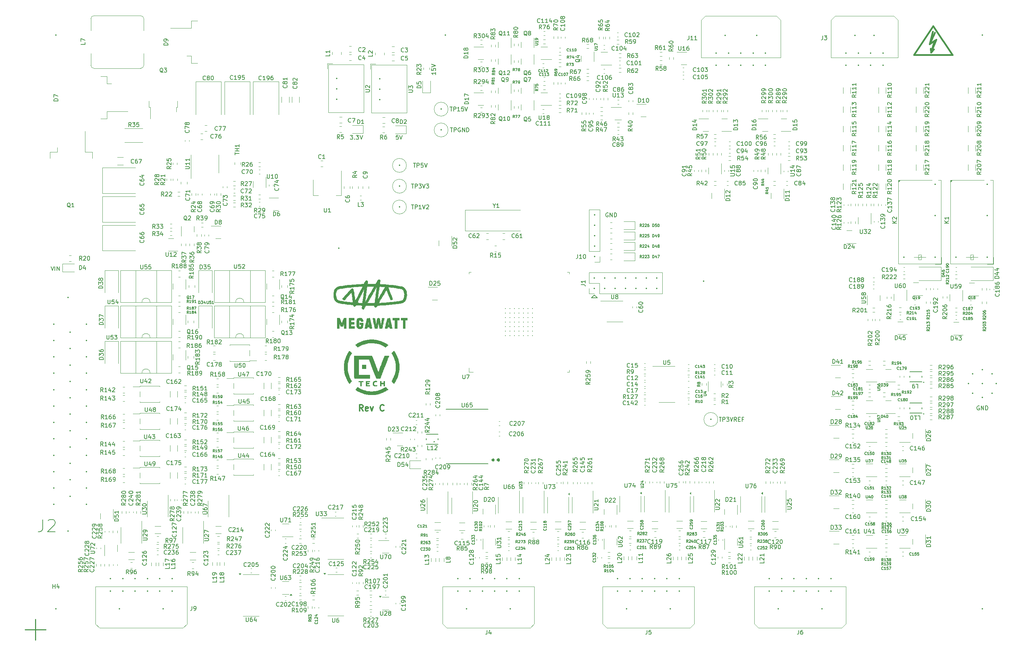
<source format=gbr>
%TF.GenerationSoftware,KiCad,Pcbnew,8.0.4*%
%TF.CreationDate,2024-11-12T22:32:28+03:00*%
%TF.ProjectId,EVD80_ControlBoard,45564438-305f-4436-9f6e-74726f6c426f,rev?*%
%TF.SameCoordinates,Original*%
%TF.FileFunction,Legend,Top*%
%TF.FilePolarity,Positive*%
%FSLAX46Y46*%
G04 Gerber Fmt 4.6, Leading zero omitted, Abs format (unit mm)*
G04 Created by KiCad (PCBNEW 8.0.4) date 2024-11-12 22:32:28*
%MOMM*%
%LPD*%
G01*
G04 APERTURE LIST*
%ADD10C,0.250000*%
%ADD11C,0.150000*%
%ADD12C,0.500000*%
%ADD13C,0.300000*%
%ADD14C,0.120000*%
%ADD15C,0.010000*%
%ADD16C,0.152400*%
%ADD17C,0.381000*%
%ADD18C,0.400000*%
%ADD19C,0.350000*%
%ADD20C,0.203200*%
G04 APERTURE END LIST*
D10*
X97460000Y-230000000D02*
X102540000Y-230000000D01*
D11*
X235700000Y-149100000D02*
X237100000Y-149100000D01*
X236375000Y-148400000D02*
X235700000Y-149100000D01*
D10*
X100000000Y-227460000D02*
X100000000Y-232540000D01*
D11*
X237100000Y-149100000D02*
X236375000Y-148400000D01*
D12*
X213099605Y-188655000D02*
G75*
G02*
X212740395Y-188655000I-179605J0D01*
G01*
X212740395Y-188655000D02*
G75*
G02*
X213099605Y-188655000I179605J0D01*
G01*
D11*
X330238095Y-175502438D02*
X330142857Y-175454819D01*
X330142857Y-175454819D02*
X330000000Y-175454819D01*
X330000000Y-175454819D02*
X329857143Y-175502438D01*
X329857143Y-175502438D02*
X329761905Y-175597676D01*
X329761905Y-175597676D02*
X329714286Y-175692914D01*
X329714286Y-175692914D02*
X329666667Y-175883390D01*
X329666667Y-175883390D02*
X329666667Y-176026247D01*
X329666667Y-176026247D02*
X329714286Y-176216723D01*
X329714286Y-176216723D02*
X329761905Y-176311961D01*
X329761905Y-176311961D02*
X329857143Y-176407200D01*
X329857143Y-176407200D02*
X330000000Y-176454819D01*
X330000000Y-176454819D02*
X330095238Y-176454819D01*
X330095238Y-176454819D02*
X330238095Y-176407200D01*
X330238095Y-176407200D02*
X330285714Y-176359580D01*
X330285714Y-176359580D02*
X330285714Y-176026247D01*
X330285714Y-176026247D02*
X330095238Y-176026247D01*
X330714286Y-176454819D02*
X330714286Y-175454819D01*
X330714286Y-175454819D02*
X331285714Y-176454819D01*
X331285714Y-176454819D02*
X331285714Y-175454819D01*
X331761905Y-176454819D02*
X331761905Y-175454819D01*
X331761905Y-175454819D02*
X332000000Y-175454819D01*
X332000000Y-175454819D02*
X332142857Y-175502438D01*
X332142857Y-175502438D02*
X332238095Y-175597676D01*
X332238095Y-175597676D02*
X332285714Y-175692914D01*
X332285714Y-175692914D02*
X332333333Y-175883390D01*
X332333333Y-175883390D02*
X332333333Y-176026247D01*
X332333333Y-176026247D02*
X332285714Y-176216723D01*
X332285714Y-176216723D02*
X332238095Y-176311961D01*
X332238095Y-176311961D02*
X332142857Y-176407200D01*
X332142857Y-176407200D02*
X332000000Y-176454819D01*
X332000000Y-176454819D02*
X331761905Y-176454819D01*
X266774571Y-178226819D02*
X267345999Y-178226819D01*
X267060285Y-179226819D02*
X267060285Y-178226819D01*
X267679333Y-179226819D02*
X267679333Y-178226819D01*
X267679333Y-178226819D02*
X268060285Y-178226819D01*
X268060285Y-178226819D02*
X268155523Y-178274438D01*
X268155523Y-178274438D02*
X268203142Y-178322057D01*
X268203142Y-178322057D02*
X268250761Y-178417295D01*
X268250761Y-178417295D02*
X268250761Y-178560152D01*
X268250761Y-178560152D02*
X268203142Y-178655390D01*
X268203142Y-178655390D02*
X268155523Y-178703009D01*
X268155523Y-178703009D02*
X268060285Y-178750628D01*
X268060285Y-178750628D02*
X267679333Y-178750628D01*
X268584095Y-178226819D02*
X269203142Y-178226819D01*
X269203142Y-178226819D02*
X268869809Y-178607771D01*
X268869809Y-178607771D02*
X269012666Y-178607771D01*
X269012666Y-178607771D02*
X269107904Y-178655390D01*
X269107904Y-178655390D02*
X269155523Y-178703009D01*
X269155523Y-178703009D02*
X269203142Y-178798247D01*
X269203142Y-178798247D02*
X269203142Y-179036342D01*
X269203142Y-179036342D02*
X269155523Y-179131580D01*
X269155523Y-179131580D02*
X269107904Y-179179200D01*
X269107904Y-179179200D02*
X269012666Y-179226819D01*
X269012666Y-179226819D02*
X268726952Y-179226819D01*
X268726952Y-179226819D02*
X268631714Y-179179200D01*
X268631714Y-179179200D02*
X268584095Y-179131580D01*
X269488857Y-178226819D02*
X269822190Y-179226819D01*
X269822190Y-179226819D02*
X270155523Y-178226819D01*
X271060285Y-179226819D02*
X270726952Y-178750628D01*
X270488857Y-179226819D02*
X270488857Y-178226819D01*
X270488857Y-178226819D02*
X270869809Y-178226819D01*
X270869809Y-178226819D02*
X270965047Y-178274438D01*
X270965047Y-178274438D02*
X271012666Y-178322057D01*
X271012666Y-178322057D02*
X271060285Y-178417295D01*
X271060285Y-178417295D02*
X271060285Y-178560152D01*
X271060285Y-178560152D02*
X271012666Y-178655390D01*
X271012666Y-178655390D02*
X270965047Y-178703009D01*
X270965047Y-178703009D02*
X270869809Y-178750628D01*
X270869809Y-178750628D02*
X270488857Y-178750628D01*
X271488857Y-178703009D02*
X271822190Y-178703009D01*
X271965047Y-179226819D02*
X271488857Y-179226819D01*
X271488857Y-179226819D02*
X271488857Y-178226819D01*
X271488857Y-178226819D02*
X271965047Y-178226819D01*
X272726952Y-178703009D02*
X272393619Y-178703009D01*
X272393619Y-179226819D02*
X272393619Y-178226819D01*
X272393619Y-178226819D02*
X272869809Y-178226819D01*
D13*
X179928571Y-176678328D02*
X179428571Y-175964042D01*
X179071428Y-176678328D02*
X179071428Y-175178328D01*
X179071428Y-175178328D02*
X179642857Y-175178328D01*
X179642857Y-175178328D02*
X179785714Y-175249757D01*
X179785714Y-175249757D02*
X179857143Y-175321185D01*
X179857143Y-175321185D02*
X179928571Y-175464042D01*
X179928571Y-175464042D02*
X179928571Y-175678328D01*
X179928571Y-175678328D02*
X179857143Y-175821185D01*
X179857143Y-175821185D02*
X179785714Y-175892614D01*
X179785714Y-175892614D02*
X179642857Y-175964042D01*
X179642857Y-175964042D02*
X179071428Y-175964042D01*
X181142857Y-176606900D02*
X181000000Y-176678328D01*
X181000000Y-176678328D02*
X180714286Y-176678328D01*
X180714286Y-176678328D02*
X180571428Y-176606900D01*
X180571428Y-176606900D02*
X180500000Y-176464042D01*
X180500000Y-176464042D02*
X180500000Y-175892614D01*
X180500000Y-175892614D02*
X180571428Y-175749757D01*
X180571428Y-175749757D02*
X180714286Y-175678328D01*
X180714286Y-175678328D02*
X181000000Y-175678328D01*
X181000000Y-175678328D02*
X181142857Y-175749757D01*
X181142857Y-175749757D02*
X181214286Y-175892614D01*
X181214286Y-175892614D02*
X181214286Y-176035471D01*
X181214286Y-176035471D02*
X180500000Y-176178328D01*
X181714285Y-175678328D02*
X182071428Y-176678328D01*
X182071428Y-176678328D02*
X182428571Y-175678328D01*
X184999999Y-176535471D02*
X184928571Y-176606900D01*
X184928571Y-176606900D02*
X184714285Y-176678328D01*
X184714285Y-176678328D02*
X184571428Y-176678328D01*
X184571428Y-176678328D02*
X184357142Y-176606900D01*
X184357142Y-176606900D02*
X184214285Y-176464042D01*
X184214285Y-176464042D02*
X184142856Y-176321185D01*
X184142856Y-176321185D02*
X184071428Y-176035471D01*
X184071428Y-176035471D02*
X184071428Y-175821185D01*
X184071428Y-175821185D02*
X184142856Y-175535471D01*
X184142856Y-175535471D02*
X184214285Y-175392614D01*
X184214285Y-175392614D02*
X184357142Y-175249757D01*
X184357142Y-175249757D02*
X184571428Y-175178328D01*
X184571428Y-175178328D02*
X184714285Y-175178328D01*
X184714285Y-175178328D02*
X184928571Y-175249757D01*
X184928571Y-175249757D02*
X184999999Y-175321185D01*
D11*
X191733333Y-121330819D02*
X192304761Y-121330819D01*
X192019047Y-122330819D02*
X192019047Y-121330819D01*
X192638095Y-122330819D02*
X192638095Y-121330819D01*
X192638095Y-121330819D02*
X193019047Y-121330819D01*
X193019047Y-121330819D02*
X193114285Y-121378438D01*
X193114285Y-121378438D02*
X193161904Y-121426057D01*
X193161904Y-121426057D02*
X193209523Y-121521295D01*
X193209523Y-121521295D02*
X193209523Y-121664152D01*
X193209523Y-121664152D02*
X193161904Y-121759390D01*
X193161904Y-121759390D02*
X193114285Y-121807009D01*
X193114285Y-121807009D02*
X193019047Y-121854628D01*
X193019047Y-121854628D02*
X192638095Y-121854628D01*
X193542857Y-121330819D02*
X194161904Y-121330819D01*
X194161904Y-121330819D02*
X193828571Y-121711771D01*
X193828571Y-121711771D02*
X193971428Y-121711771D01*
X193971428Y-121711771D02*
X194066666Y-121759390D01*
X194066666Y-121759390D02*
X194114285Y-121807009D01*
X194114285Y-121807009D02*
X194161904Y-121902247D01*
X194161904Y-121902247D02*
X194161904Y-122140342D01*
X194161904Y-122140342D02*
X194114285Y-122235580D01*
X194114285Y-122235580D02*
X194066666Y-122283200D01*
X194066666Y-122283200D02*
X193971428Y-122330819D01*
X193971428Y-122330819D02*
X193685714Y-122330819D01*
X193685714Y-122330819D02*
X193590476Y-122283200D01*
X193590476Y-122283200D02*
X193542857Y-122235580D01*
X194447619Y-121330819D02*
X194780952Y-122330819D01*
X194780952Y-122330819D02*
X195114285Y-121330819D01*
X195352381Y-121330819D02*
X195971428Y-121330819D01*
X195971428Y-121330819D02*
X195638095Y-121711771D01*
X195638095Y-121711771D02*
X195780952Y-121711771D01*
X195780952Y-121711771D02*
X195876190Y-121759390D01*
X195876190Y-121759390D02*
X195923809Y-121807009D01*
X195923809Y-121807009D02*
X195971428Y-121902247D01*
X195971428Y-121902247D02*
X195971428Y-122140342D01*
X195971428Y-122140342D02*
X195923809Y-122235580D01*
X195923809Y-122235580D02*
X195876190Y-122283200D01*
X195876190Y-122283200D02*
X195780952Y-122330819D01*
X195780952Y-122330819D02*
X195495238Y-122330819D01*
X195495238Y-122330819D02*
X195400000Y-122283200D01*
X195400000Y-122283200D02*
X195352381Y-122235580D01*
X176831810Y-109436819D02*
X177450857Y-109436819D01*
X177450857Y-109436819D02*
X177117524Y-109817771D01*
X177117524Y-109817771D02*
X177260381Y-109817771D01*
X177260381Y-109817771D02*
X177355619Y-109865390D01*
X177355619Y-109865390D02*
X177403238Y-109913009D01*
X177403238Y-109913009D02*
X177450857Y-110008247D01*
X177450857Y-110008247D02*
X177450857Y-110246342D01*
X177450857Y-110246342D02*
X177403238Y-110341580D01*
X177403238Y-110341580D02*
X177355619Y-110389200D01*
X177355619Y-110389200D02*
X177260381Y-110436819D01*
X177260381Y-110436819D02*
X176974667Y-110436819D01*
X176974667Y-110436819D02*
X176879429Y-110389200D01*
X176879429Y-110389200D02*
X176831810Y-110341580D01*
X177879429Y-110341580D02*
X177927048Y-110389200D01*
X177927048Y-110389200D02*
X177879429Y-110436819D01*
X177879429Y-110436819D02*
X177831810Y-110389200D01*
X177831810Y-110389200D02*
X177879429Y-110341580D01*
X177879429Y-110341580D02*
X177879429Y-110436819D01*
X178260381Y-109436819D02*
X178879428Y-109436819D01*
X178879428Y-109436819D02*
X178546095Y-109817771D01*
X178546095Y-109817771D02*
X178688952Y-109817771D01*
X178688952Y-109817771D02*
X178784190Y-109865390D01*
X178784190Y-109865390D02*
X178831809Y-109913009D01*
X178831809Y-109913009D02*
X178879428Y-110008247D01*
X178879428Y-110008247D02*
X178879428Y-110246342D01*
X178879428Y-110246342D02*
X178831809Y-110341580D01*
X178831809Y-110341580D02*
X178784190Y-110389200D01*
X178784190Y-110389200D02*
X178688952Y-110436819D01*
X178688952Y-110436819D02*
X178403238Y-110436819D01*
X178403238Y-110436819D02*
X178308000Y-110389200D01*
X178308000Y-110389200D02*
X178260381Y-110341580D01*
X179165143Y-109436819D02*
X179498476Y-110436819D01*
X179498476Y-110436819D02*
X179831809Y-109436819D01*
X201242476Y-107614819D02*
X201813904Y-107614819D01*
X201528190Y-108614819D02*
X201528190Y-107614819D01*
X202147238Y-108614819D02*
X202147238Y-107614819D01*
X202147238Y-107614819D02*
X202528190Y-107614819D01*
X202528190Y-107614819D02*
X202623428Y-107662438D01*
X202623428Y-107662438D02*
X202671047Y-107710057D01*
X202671047Y-107710057D02*
X202718666Y-107805295D01*
X202718666Y-107805295D02*
X202718666Y-107948152D01*
X202718666Y-107948152D02*
X202671047Y-108043390D01*
X202671047Y-108043390D02*
X202623428Y-108091009D01*
X202623428Y-108091009D02*
X202528190Y-108138628D01*
X202528190Y-108138628D02*
X202147238Y-108138628D01*
X203671047Y-107662438D02*
X203575809Y-107614819D01*
X203575809Y-107614819D02*
X203432952Y-107614819D01*
X203432952Y-107614819D02*
X203290095Y-107662438D01*
X203290095Y-107662438D02*
X203194857Y-107757676D01*
X203194857Y-107757676D02*
X203147238Y-107852914D01*
X203147238Y-107852914D02*
X203099619Y-108043390D01*
X203099619Y-108043390D02*
X203099619Y-108186247D01*
X203099619Y-108186247D02*
X203147238Y-108376723D01*
X203147238Y-108376723D02*
X203194857Y-108471961D01*
X203194857Y-108471961D02*
X203290095Y-108567200D01*
X203290095Y-108567200D02*
X203432952Y-108614819D01*
X203432952Y-108614819D02*
X203528190Y-108614819D01*
X203528190Y-108614819D02*
X203671047Y-108567200D01*
X203671047Y-108567200D02*
X203718666Y-108519580D01*
X203718666Y-108519580D02*
X203718666Y-108186247D01*
X203718666Y-108186247D02*
X203528190Y-108186247D01*
X204147238Y-108614819D02*
X204147238Y-107614819D01*
X204147238Y-107614819D02*
X204718666Y-108614819D01*
X204718666Y-108614819D02*
X204718666Y-107614819D01*
X205194857Y-108614819D02*
X205194857Y-107614819D01*
X205194857Y-107614819D02*
X205432952Y-107614819D01*
X205432952Y-107614819D02*
X205575809Y-107662438D01*
X205575809Y-107662438D02*
X205671047Y-107757676D01*
X205671047Y-107757676D02*
X205718666Y-107852914D01*
X205718666Y-107852914D02*
X205766285Y-108043390D01*
X205766285Y-108043390D02*
X205766285Y-108186247D01*
X205766285Y-108186247D02*
X205718666Y-108376723D01*
X205718666Y-108376723D02*
X205671047Y-108471961D01*
X205671047Y-108471961D02*
X205575809Y-108567200D01*
X205575809Y-108567200D02*
X205432952Y-108614819D01*
X205432952Y-108614819D02*
X205194857Y-108614819D01*
X201131333Y-102534819D02*
X201702761Y-102534819D01*
X201417047Y-103534819D02*
X201417047Y-102534819D01*
X202036095Y-103534819D02*
X202036095Y-102534819D01*
X202036095Y-102534819D02*
X202417047Y-102534819D01*
X202417047Y-102534819D02*
X202512285Y-102582438D01*
X202512285Y-102582438D02*
X202559904Y-102630057D01*
X202559904Y-102630057D02*
X202607523Y-102725295D01*
X202607523Y-102725295D02*
X202607523Y-102868152D01*
X202607523Y-102868152D02*
X202559904Y-102963390D01*
X202559904Y-102963390D02*
X202512285Y-103011009D01*
X202512285Y-103011009D02*
X202417047Y-103058628D01*
X202417047Y-103058628D02*
X202036095Y-103058628D01*
X203559904Y-103534819D02*
X202988476Y-103534819D01*
X203274190Y-103534819D02*
X203274190Y-102534819D01*
X203274190Y-102534819D02*
X203178952Y-102677676D01*
X203178952Y-102677676D02*
X203083714Y-102772914D01*
X203083714Y-102772914D02*
X202988476Y-102820533D01*
X204464666Y-102534819D02*
X203988476Y-102534819D01*
X203988476Y-102534819D02*
X203940857Y-103011009D01*
X203940857Y-103011009D02*
X203988476Y-102963390D01*
X203988476Y-102963390D02*
X204083714Y-102915771D01*
X204083714Y-102915771D02*
X204321809Y-102915771D01*
X204321809Y-102915771D02*
X204417047Y-102963390D01*
X204417047Y-102963390D02*
X204464666Y-103011009D01*
X204464666Y-103011009D02*
X204512285Y-103106247D01*
X204512285Y-103106247D02*
X204512285Y-103344342D01*
X204512285Y-103344342D02*
X204464666Y-103439580D01*
X204464666Y-103439580D02*
X204417047Y-103487200D01*
X204417047Y-103487200D02*
X204321809Y-103534819D01*
X204321809Y-103534819D02*
X204083714Y-103534819D01*
X204083714Y-103534819D02*
X203988476Y-103487200D01*
X203988476Y-103487200D02*
X203940857Y-103439580D01*
X204798000Y-102534819D02*
X205131333Y-103534819D01*
X205131333Y-103534819D02*
X205464666Y-102534819D01*
X191733333Y-126410819D02*
X192304761Y-126410819D01*
X192019047Y-127410819D02*
X192019047Y-126410819D01*
X192638095Y-127410819D02*
X192638095Y-126410819D01*
X192638095Y-126410819D02*
X193019047Y-126410819D01*
X193019047Y-126410819D02*
X193114285Y-126458438D01*
X193114285Y-126458438D02*
X193161904Y-126506057D01*
X193161904Y-126506057D02*
X193209523Y-126601295D01*
X193209523Y-126601295D02*
X193209523Y-126744152D01*
X193209523Y-126744152D02*
X193161904Y-126839390D01*
X193161904Y-126839390D02*
X193114285Y-126887009D01*
X193114285Y-126887009D02*
X193019047Y-126934628D01*
X193019047Y-126934628D02*
X192638095Y-126934628D01*
X194161904Y-127410819D02*
X193590476Y-127410819D01*
X193876190Y-127410819D02*
X193876190Y-126410819D01*
X193876190Y-126410819D02*
X193780952Y-126553676D01*
X193780952Y-126553676D02*
X193685714Y-126648914D01*
X193685714Y-126648914D02*
X193590476Y-126696533D01*
X194447619Y-126410819D02*
X194780952Y-127410819D01*
X194780952Y-127410819D02*
X195114285Y-126410819D01*
X195400000Y-126506057D02*
X195447619Y-126458438D01*
X195447619Y-126458438D02*
X195542857Y-126410819D01*
X195542857Y-126410819D02*
X195780952Y-126410819D01*
X195780952Y-126410819D02*
X195876190Y-126458438D01*
X195876190Y-126458438D02*
X195923809Y-126506057D01*
X195923809Y-126506057D02*
X195971428Y-126601295D01*
X195971428Y-126601295D02*
X195971428Y-126696533D01*
X195971428Y-126696533D02*
X195923809Y-126839390D01*
X195923809Y-126839390D02*
X195352381Y-127410819D01*
X195352381Y-127410819D02*
X195971428Y-127410819D01*
X192209524Y-116250819D02*
X192780952Y-116250819D01*
X192495238Y-117250819D02*
X192495238Y-116250819D01*
X193114286Y-117250819D02*
X193114286Y-116250819D01*
X193114286Y-116250819D02*
X193495238Y-116250819D01*
X193495238Y-116250819D02*
X193590476Y-116298438D01*
X193590476Y-116298438D02*
X193638095Y-116346057D01*
X193638095Y-116346057D02*
X193685714Y-116441295D01*
X193685714Y-116441295D02*
X193685714Y-116584152D01*
X193685714Y-116584152D02*
X193638095Y-116679390D01*
X193638095Y-116679390D02*
X193590476Y-116727009D01*
X193590476Y-116727009D02*
X193495238Y-116774628D01*
X193495238Y-116774628D02*
X193114286Y-116774628D01*
X194590476Y-116250819D02*
X194114286Y-116250819D01*
X194114286Y-116250819D02*
X194066667Y-116727009D01*
X194066667Y-116727009D02*
X194114286Y-116679390D01*
X194114286Y-116679390D02*
X194209524Y-116631771D01*
X194209524Y-116631771D02*
X194447619Y-116631771D01*
X194447619Y-116631771D02*
X194542857Y-116679390D01*
X194542857Y-116679390D02*
X194590476Y-116727009D01*
X194590476Y-116727009D02*
X194638095Y-116822247D01*
X194638095Y-116822247D02*
X194638095Y-117060342D01*
X194638095Y-117060342D02*
X194590476Y-117155580D01*
X194590476Y-117155580D02*
X194542857Y-117203200D01*
X194542857Y-117203200D02*
X194447619Y-117250819D01*
X194447619Y-117250819D02*
X194209524Y-117250819D01*
X194209524Y-117250819D02*
X194114286Y-117203200D01*
X194114286Y-117203200D02*
X194066667Y-117155580D01*
X194923810Y-116250819D02*
X195257143Y-117250819D01*
X195257143Y-117250819D02*
X195590476Y-116250819D01*
X197656819Y-94047047D02*
X197656819Y-94618475D01*
X197656819Y-94332761D02*
X196656819Y-94332761D01*
X196656819Y-94332761D02*
X196799676Y-94427999D01*
X196799676Y-94427999D02*
X196894914Y-94523237D01*
X196894914Y-94523237D02*
X196942533Y-94618475D01*
X196656819Y-93142285D02*
X196656819Y-93618475D01*
X196656819Y-93618475D02*
X197133009Y-93666094D01*
X197133009Y-93666094D02*
X197085390Y-93618475D01*
X197085390Y-93618475D02*
X197037771Y-93523237D01*
X197037771Y-93523237D02*
X197037771Y-93285142D01*
X197037771Y-93285142D02*
X197085390Y-93189904D01*
X197085390Y-93189904D02*
X197133009Y-93142285D01*
X197133009Y-93142285D02*
X197228247Y-93094666D01*
X197228247Y-93094666D02*
X197466342Y-93094666D01*
X197466342Y-93094666D02*
X197561580Y-93142285D01*
X197561580Y-93142285D02*
X197609200Y-93189904D01*
X197609200Y-93189904D02*
X197656819Y-93285142D01*
X197656819Y-93285142D02*
X197656819Y-93523237D01*
X197656819Y-93523237D02*
X197609200Y-93618475D01*
X197609200Y-93618475D02*
X197561580Y-93666094D01*
X196656819Y-92808951D02*
X197656819Y-92475618D01*
X197656819Y-92475618D02*
X196656819Y-92142285D01*
X188531523Y-109436819D02*
X188055333Y-109436819D01*
X188055333Y-109436819D02*
X188007714Y-109913009D01*
X188007714Y-109913009D02*
X188055333Y-109865390D01*
X188055333Y-109865390D02*
X188150571Y-109817771D01*
X188150571Y-109817771D02*
X188388666Y-109817771D01*
X188388666Y-109817771D02*
X188483904Y-109865390D01*
X188483904Y-109865390D02*
X188531523Y-109913009D01*
X188531523Y-109913009D02*
X188579142Y-110008247D01*
X188579142Y-110008247D02*
X188579142Y-110246342D01*
X188579142Y-110246342D02*
X188531523Y-110341580D01*
X188531523Y-110341580D02*
X188483904Y-110389200D01*
X188483904Y-110389200D02*
X188388666Y-110436819D01*
X188388666Y-110436819D02*
X188150571Y-110436819D01*
X188150571Y-110436819D02*
X188055333Y-110389200D01*
X188055333Y-110389200D02*
X188007714Y-110341580D01*
X188864857Y-109436819D02*
X189198190Y-110436819D01*
X189198190Y-110436819D02*
X189531523Y-109436819D01*
X101840551Y-203185722D02*
X101840551Y-205331683D01*
X101840551Y-205331683D02*
X101697486Y-205760875D01*
X101697486Y-205760875D02*
X101411358Y-206047004D01*
X101411358Y-206047004D02*
X100982166Y-206190068D01*
X100982166Y-206190068D02*
X100696038Y-206190068D01*
X103128128Y-203471850D02*
X103271192Y-203328786D01*
X103271192Y-203328786D02*
X103557320Y-203185722D01*
X103557320Y-203185722D02*
X104272641Y-203185722D01*
X104272641Y-203185722D02*
X104558769Y-203328786D01*
X104558769Y-203328786D02*
X104701833Y-203471850D01*
X104701833Y-203471850D02*
X104844897Y-203757978D01*
X104844897Y-203757978D02*
X104844897Y-204044106D01*
X104844897Y-204044106D02*
X104701833Y-204473298D01*
X104701833Y-204473298D02*
X102985064Y-206190068D01*
X102985064Y-206190068D02*
X104844897Y-206190068D01*
X103806762Y-141440819D02*
X104140095Y-142440819D01*
X104140095Y-142440819D02*
X104473428Y-141440819D01*
X104806762Y-142440819D02*
X104806762Y-141440819D01*
X105282952Y-142440819D02*
X105282952Y-141440819D01*
X105282952Y-141440819D02*
X105854380Y-142440819D01*
X105854380Y-142440819D02*
X105854380Y-141440819D01*
X239700095Y-128410438D02*
X239604857Y-128362819D01*
X239604857Y-128362819D02*
X239462000Y-128362819D01*
X239462000Y-128362819D02*
X239319143Y-128410438D01*
X239319143Y-128410438D02*
X239223905Y-128505676D01*
X239223905Y-128505676D02*
X239176286Y-128600914D01*
X239176286Y-128600914D02*
X239128667Y-128791390D01*
X239128667Y-128791390D02*
X239128667Y-128934247D01*
X239128667Y-128934247D02*
X239176286Y-129124723D01*
X239176286Y-129124723D02*
X239223905Y-129219961D01*
X239223905Y-129219961D02*
X239319143Y-129315200D01*
X239319143Y-129315200D02*
X239462000Y-129362819D01*
X239462000Y-129362819D02*
X239557238Y-129362819D01*
X239557238Y-129362819D02*
X239700095Y-129315200D01*
X239700095Y-129315200D02*
X239747714Y-129267580D01*
X239747714Y-129267580D02*
X239747714Y-128934247D01*
X239747714Y-128934247D02*
X239557238Y-128934247D01*
X240176286Y-129362819D02*
X240176286Y-128362819D01*
X240176286Y-128362819D02*
X240747714Y-129362819D01*
X240747714Y-129362819D02*
X240747714Y-128362819D01*
X241223905Y-129362819D02*
X241223905Y-128362819D01*
X241223905Y-128362819D02*
X241462000Y-128362819D01*
X241462000Y-128362819D02*
X241604857Y-128410438D01*
X241604857Y-128410438D02*
X241700095Y-128505676D01*
X241700095Y-128505676D02*
X241747714Y-128600914D01*
X241747714Y-128600914D02*
X241795333Y-128791390D01*
X241795333Y-128791390D02*
X241795333Y-128934247D01*
X241795333Y-128934247D02*
X241747714Y-129124723D01*
X241747714Y-129124723D02*
X241700095Y-129219961D01*
X241700095Y-129219961D02*
X241604857Y-129315200D01*
X241604857Y-129315200D02*
X241462000Y-129362819D01*
X241462000Y-129362819D02*
X241223905Y-129362819D01*
X116583819Y-155646285D02*
X115583819Y-155646285D01*
X115583819Y-155646285D02*
X115583819Y-155408190D01*
X115583819Y-155408190D02*
X115631438Y-155265333D01*
X115631438Y-155265333D02*
X115726676Y-155170095D01*
X115726676Y-155170095D02*
X115821914Y-155122476D01*
X115821914Y-155122476D02*
X116012390Y-155074857D01*
X116012390Y-155074857D02*
X116155247Y-155074857D01*
X116155247Y-155074857D02*
X116345723Y-155122476D01*
X116345723Y-155122476D02*
X116440961Y-155170095D01*
X116440961Y-155170095D02*
X116536200Y-155265333D01*
X116536200Y-155265333D02*
X116583819Y-155408190D01*
X116583819Y-155408190D02*
X116583819Y-155646285D01*
X115583819Y-154741523D02*
X115583819Y-154122476D01*
X115583819Y-154122476D02*
X115964771Y-154455809D01*
X115964771Y-154455809D02*
X115964771Y-154312952D01*
X115964771Y-154312952D02*
X116012390Y-154217714D01*
X116012390Y-154217714D02*
X116060009Y-154170095D01*
X116060009Y-154170095D02*
X116155247Y-154122476D01*
X116155247Y-154122476D02*
X116393342Y-154122476D01*
X116393342Y-154122476D02*
X116488580Y-154170095D01*
X116488580Y-154170095D02*
X116536200Y-154217714D01*
X116536200Y-154217714D02*
X116583819Y-154312952D01*
X116583819Y-154312952D02*
X116583819Y-154598666D01*
X116583819Y-154598666D02*
X116536200Y-154693904D01*
X116536200Y-154693904D02*
X116488580Y-154741523D01*
X115583819Y-153789142D02*
X115583819Y-153122476D01*
X115583819Y-153122476D02*
X116583819Y-153551047D01*
X131857905Y-137998819D02*
X131857905Y-138808342D01*
X131857905Y-138808342D02*
X131905524Y-138903580D01*
X131905524Y-138903580D02*
X131953143Y-138951200D01*
X131953143Y-138951200D02*
X132048381Y-138998819D01*
X132048381Y-138998819D02*
X132238857Y-138998819D01*
X132238857Y-138998819D02*
X132334095Y-138951200D01*
X132334095Y-138951200D02*
X132381714Y-138903580D01*
X132381714Y-138903580D02*
X132429333Y-138808342D01*
X132429333Y-138808342D02*
X132429333Y-137998819D01*
X133429333Y-138998819D02*
X132857905Y-138998819D01*
X133143619Y-138998819D02*
X133143619Y-137998819D01*
X133143619Y-137998819D02*
X133048381Y-138141676D01*
X133048381Y-138141676D02*
X132953143Y-138236914D01*
X132953143Y-138236914D02*
X132857905Y-138284533D01*
X133810286Y-138094057D02*
X133857905Y-138046438D01*
X133857905Y-138046438D02*
X133953143Y-137998819D01*
X133953143Y-137998819D02*
X134191238Y-137998819D01*
X134191238Y-137998819D02*
X134286476Y-138046438D01*
X134286476Y-138046438D02*
X134334095Y-138094057D01*
X134334095Y-138094057D02*
X134381714Y-138189295D01*
X134381714Y-138189295D02*
X134381714Y-138284533D01*
X134381714Y-138284533D02*
X134334095Y-138427390D01*
X134334095Y-138427390D02*
X133762667Y-138998819D01*
X133762667Y-138998819D02*
X134381714Y-138998819D01*
X321013952Y-168016819D02*
X320680619Y-167540628D01*
X320442524Y-168016819D02*
X320442524Y-167016819D01*
X320442524Y-167016819D02*
X320823476Y-167016819D01*
X320823476Y-167016819D02*
X320918714Y-167064438D01*
X320918714Y-167064438D02*
X320966333Y-167112057D01*
X320966333Y-167112057D02*
X321013952Y-167207295D01*
X321013952Y-167207295D02*
X321013952Y-167350152D01*
X321013952Y-167350152D02*
X320966333Y-167445390D01*
X320966333Y-167445390D02*
X320918714Y-167493009D01*
X320918714Y-167493009D02*
X320823476Y-167540628D01*
X320823476Y-167540628D02*
X320442524Y-167540628D01*
X321394905Y-167112057D02*
X321442524Y-167064438D01*
X321442524Y-167064438D02*
X321537762Y-167016819D01*
X321537762Y-167016819D02*
X321775857Y-167016819D01*
X321775857Y-167016819D02*
X321871095Y-167064438D01*
X321871095Y-167064438D02*
X321918714Y-167112057D01*
X321918714Y-167112057D02*
X321966333Y-167207295D01*
X321966333Y-167207295D02*
X321966333Y-167302533D01*
X321966333Y-167302533D02*
X321918714Y-167445390D01*
X321918714Y-167445390D02*
X321347286Y-168016819D01*
X321347286Y-168016819D02*
X321966333Y-168016819D01*
X322442524Y-168016819D02*
X322633000Y-168016819D01*
X322633000Y-168016819D02*
X322728238Y-167969200D01*
X322728238Y-167969200D02*
X322775857Y-167921580D01*
X322775857Y-167921580D02*
X322871095Y-167778723D01*
X322871095Y-167778723D02*
X322918714Y-167588247D01*
X322918714Y-167588247D02*
X322918714Y-167207295D01*
X322918714Y-167207295D02*
X322871095Y-167112057D01*
X322871095Y-167112057D02*
X322823476Y-167064438D01*
X322823476Y-167064438D02*
X322728238Y-167016819D01*
X322728238Y-167016819D02*
X322537762Y-167016819D01*
X322537762Y-167016819D02*
X322442524Y-167064438D01*
X322442524Y-167064438D02*
X322394905Y-167112057D01*
X322394905Y-167112057D02*
X322347286Y-167207295D01*
X322347286Y-167207295D02*
X322347286Y-167445390D01*
X322347286Y-167445390D02*
X322394905Y-167540628D01*
X322394905Y-167540628D02*
X322442524Y-167588247D01*
X322442524Y-167588247D02*
X322537762Y-167635866D01*
X322537762Y-167635866D02*
X322728238Y-167635866D01*
X322728238Y-167635866D02*
X322823476Y-167588247D01*
X322823476Y-167588247D02*
X322871095Y-167540628D01*
X322871095Y-167540628D02*
X322918714Y-167445390D01*
X323823476Y-167016819D02*
X323347286Y-167016819D01*
X323347286Y-167016819D02*
X323299667Y-167493009D01*
X323299667Y-167493009D02*
X323347286Y-167445390D01*
X323347286Y-167445390D02*
X323442524Y-167397771D01*
X323442524Y-167397771D02*
X323680619Y-167397771D01*
X323680619Y-167397771D02*
X323775857Y-167445390D01*
X323775857Y-167445390D02*
X323823476Y-167493009D01*
X323823476Y-167493009D02*
X323871095Y-167588247D01*
X323871095Y-167588247D02*
X323871095Y-167826342D01*
X323871095Y-167826342D02*
X323823476Y-167921580D01*
X323823476Y-167921580D02*
X323775857Y-167969200D01*
X323775857Y-167969200D02*
X323680619Y-168016819D01*
X323680619Y-168016819D02*
X323442524Y-168016819D01*
X323442524Y-168016819D02*
X323347286Y-167969200D01*
X323347286Y-167969200D02*
X323299667Y-167921580D01*
X140078819Y-164698047D02*
X139602628Y-165031380D01*
X140078819Y-165269475D02*
X139078819Y-165269475D01*
X139078819Y-165269475D02*
X139078819Y-164888523D01*
X139078819Y-164888523D02*
X139126438Y-164793285D01*
X139126438Y-164793285D02*
X139174057Y-164745666D01*
X139174057Y-164745666D02*
X139269295Y-164698047D01*
X139269295Y-164698047D02*
X139412152Y-164698047D01*
X139412152Y-164698047D02*
X139507390Y-164745666D01*
X139507390Y-164745666D02*
X139555009Y-164793285D01*
X139555009Y-164793285D02*
X139602628Y-164888523D01*
X139602628Y-164888523D02*
X139602628Y-165269475D01*
X140078819Y-163745666D02*
X140078819Y-164317094D01*
X140078819Y-164031380D02*
X139078819Y-164031380D01*
X139078819Y-164031380D02*
X139221676Y-164126618D01*
X139221676Y-164126618D02*
X139316914Y-164221856D01*
X139316914Y-164221856D02*
X139364533Y-164317094D01*
X139507390Y-163174237D02*
X139459771Y-163269475D01*
X139459771Y-163269475D02*
X139412152Y-163317094D01*
X139412152Y-163317094D02*
X139316914Y-163364713D01*
X139316914Y-163364713D02*
X139269295Y-163364713D01*
X139269295Y-163364713D02*
X139174057Y-163317094D01*
X139174057Y-163317094D02*
X139126438Y-163269475D01*
X139126438Y-163269475D02*
X139078819Y-163174237D01*
X139078819Y-163174237D02*
X139078819Y-162983761D01*
X139078819Y-162983761D02*
X139126438Y-162888523D01*
X139126438Y-162888523D02*
X139174057Y-162840904D01*
X139174057Y-162840904D02*
X139269295Y-162793285D01*
X139269295Y-162793285D02*
X139316914Y-162793285D01*
X139316914Y-162793285D02*
X139412152Y-162840904D01*
X139412152Y-162840904D02*
X139459771Y-162888523D01*
X139459771Y-162888523D02*
X139507390Y-162983761D01*
X139507390Y-162983761D02*
X139507390Y-163174237D01*
X139507390Y-163174237D02*
X139555009Y-163269475D01*
X139555009Y-163269475D02*
X139602628Y-163317094D01*
X139602628Y-163317094D02*
X139697866Y-163364713D01*
X139697866Y-163364713D02*
X139888342Y-163364713D01*
X139888342Y-163364713D02*
X139983580Y-163317094D01*
X139983580Y-163317094D02*
X140031200Y-163269475D01*
X140031200Y-163269475D02*
X140078819Y-163174237D01*
X140078819Y-163174237D02*
X140078819Y-162983761D01*
X140078819Y-162983761D02*
X140031200Y-162888523D01*
X140031200Y-162888523D02*
X139983580Y-162840904D01*
X139983580Y-162840904D02*
X139888342Y-162793285D01*
X139888342Y-162793285D02*
X139697866Y-162793285D01*
X139697866Y-162793285D02*
X139602628Y-162840904D01*
X139602628Y-162840904D02*
X139555009Y-162888523D01*
X139555009Y-162888523D02*
X139507390Y-162983761D01*
X139078819Y-162459951D02*
X139078819Y-161840904D01*
X139078819Y-161840904D02*
X139459771Y-162174237D01*
X139459771Y-162174237D02*
X139459771Y-162031380D01*
X139459771Y-162031380D02*
X139507390Y-161936142D01*
X139507390Y-161936142D02*
X139555009Y-161888523D01*
X139555009Y-161888523D02*
X139650247Y-161840904D01*
X139650247Y-161840904D02*
X139888342Y-161840904D01*
X139888342Y-161840904D02*
X139983580Y-161888523D01*
X139983580Y-161888523D02*
X140031200Y-161936142D01*
X140031200Y-161936142D02*
X140078819Y-162031380D01*
X140078819Y-162031380D02*
X140078819Y-162317094D01*
X140078819Y-162317094D02*
X140031200Y-162412332D01*
X140031200Y-162412332D02*
X139983580Y-162459951D01*
X140623819Y-199127047D02*
X140147628Y-199460380D01*
X140623819Y-199698475D02*
X139623819Y-199698475D01*
X139623819Y-199698475D02*
X139623819Y-199317523D01*
X139623819Y-199317523D02*
X139671438Y-199222285D01*
X139671438Y-199222285D02*
X139719057Y-199174666D01*
X139719057Y-199174666D02*
X139814295Y-199127047D01*
X139814295Y-199127047D02*
X139957152Y-199127047D01*
X139957152Y-199127047D02*
X140052390Y-199174666D01*
X140052390Y-199174666D02*
X140100009Y-199222285D01*
X140100009Y-199222285D02*
X140147628Y-199317523D01*
X140147628Y-199317523D02*
X140147628Y-199698475D01*
X139719057Y-198746094D02*
X139671438Y-198698475D01*
X139671438Y-198698475D02*
X139623819Y-198603237D01*
X139623819Y-198603237D02*
X139623819Y-198365142D01*
X139623819Y-198365142D02*
X139671438Y-198269904D01*
X139671438Y-198269904D02*
X139719057Y-198222285D01*
X139719057Y-198222285D02*
X139814295Y-198174666D01*
X139814295Y-198174666D02*
X139909533Y-198174666D01*
X139909533Y-198174666D02*
X140052390Y-198222285D01*
X140052390Y-198222285D02*
X140623819Y-198793713D01*
X140623819Y-198793713D02*
X140623819Y-198174666D01*
X139623819Y-197841332D02*
X139623819Y-197174666D01*
X139623819Y-197174666D02*
X140623819Y-197603237D01*
X140623819Y-196746094D02*
X140623819Y-196555618D01*
X140623819Y-196555618D02*
X140576200Y-196460380D01*
X140576200Y-196460380D02*
X140528580Y-196412761D01*
X140528580Y-196412761D02*
X140385723Y-196317523D01*
X140385723Y-196317523D02*
X140195247Y-196269904D01*
X140195247Y-196269904D02*
X139814295Y-196269904D01*
X139814295Y-196269904D02*
X139719057Y-196317523D01*
X139719057Y-196317523D02*
X139671438Y-196365142D01*
X139671438Y-196365142D02*
X139623819Y-196460380D01*
X139623819Y-196460380D02*
X139623819Y-196650856D01*
X139623819Y-196650856D02*
X139671438Y-196746094D01*
X139671438Y-196746094D02*
X139719057Y-196793713D01*
X139719057Y-196793713D02*
X139814295Y-196841332D01*
X139814295Y-196841332D02*
X140052390Y-196841332D01*
X140052390Y-196841332D02*
X140147628Y-196793713D01*
X140147628Y-196793713D02*
X140195247Y-196746094D01*
X140195247Y-196746094D02*
X140242866Y-196650856D01*
X140242866Y-196650856D02*
X140242866Y-196460380D01*
X140242866Y-196460380D02*
X140195247Y-196365142D01*
X140195247Y-196365142D02*
X140147628Y-196317523D01*
X140147628Y-196317523D02*
X140052390Y-196269904D01*
X286598580Y-118752857D02*
X286646200Y-118800476D01*
X286646200Y-118800476D02*
X286693819Y-118943333D01*
X286693819Y-118943333D02*
X286693819Y-119038571D01*
X286693819Y-119038571D02*
X286646200Y-119181428D01*
X286646200Y-119181428D02*
X286550961Y-119276666D01*
X286550961Y-119276666D02*
X286455723Y-119324285D01*
X286455723Y-119324285D02*
X286265247Y-119371904D01*
X286265247Y-119371904D02*
X286122390Y-119371904D01*
X286122390Y-119371904D02*
X285931914Y-119324285D01*
X285931914Y-119324285D02*
X285836676Y-119276666D01*
X285836676Y-119276666D02*
X285741438Y-119181428D01*
X285741438Y-119181428D02*
X285693819Y-119038571D01*
X285693819Y-119038571D02*
X285693819Y-118943333D01*
X285693819Y-118943333D02*
X285741438Y-118800476D01*
X285741438Y-118800476D02*
X285789057Y-118752857D01*
X286122390Y-118181428D02*
X286074771Y-118276666D01*
X286074771Y-118276666D02*
X286027152Y-118324285D01*
X286027152Y-118324285D02*
X285931914Y-118371904D01*
X285931914Y-118371904D02*
X285884295Y-118371904D01*
X285884295Y-118371904D02*
X285789057Y-118324285D01*
X285789057Y-118324285D02*
X285741438Y-118276666D01*
X285741438Y-118276666D02*
X285693819Y-118181428D01*
X285693819Y-118181428D02*
X285693819Y-117990952D01*
X285693819Y-117990952D02*
X285741438Y-117895714D01*
X285741438Y-117895714D02*
X285789057Y-117848095D01*
X285789057Y-117848095D02*
X285884295Y-117800476D01*
X285884295Y-117800476D02*
X285931914Y-117800476D01*
X285931914Y-117800476D02*
X286027152Y-117848095D01*
X286027152Y-117848095D02*
X286074771Y-117895714D01*
X286074771Y-117895714D02*
X286122390Y-117990952D01*
X286122390Y-117990952D02*
X286122390Y-118181428D01*
X286122390Y-118181428D02*
X286170009Y-118276666D01*
X286170009Y-118276666D02*
X286217628Y-118324285D01*
X286217628Y-118324285D02*
X286312866Y-118371904D01*
X286312866Y-118371904D02*
X286503342Y-118371904D01*
X286503342Y-118371904D02*
X286598580Y-118324285D01*
X286598580Y-118324285D02*
X286646200Y-118276666D01*
X286646200Y-118276666D02*
X286693819Y-118181428D01*
X286693819Y-118181428D02*
X286693819Y-117990952D01*
X286693819Y-117990952D02*
X286646200Y-117895714D01*
X286646200Y-117895714D02*
X286598580Y-117848095D01*
X286598580Y-117848095D02*
X286503342Y-117800476D01*
X286503342Y-117800476D02*
X286312866Y-117800476D01*
X286312866Y-117800476D02*
X286217628Y-117848095D01*
X286217628Y-117848095D02*
X286170009Y-117895714D01*
X286170009Y-117895714D02*
X286122390Y-117990952D01*
X285693819Y-117467142D02*
X285693819Y-116800476D01*
X285693819Y-116800476D02*
X286693819Y-117229047D01*
X206801580Y-213527047D02*
X206849200Y-213574666D01*
X206849200Y-213574666D02*
X206896819Y-213717523D01*
X206896819Y-213717523D02*
X206896819Y-213812761D01*
X206896819Y-213812761D02*
X206849200Y-213955618D01*
X206849200Y-213955618D02*
X206753961Y-214050856D01*
X206753961Y-214050856D02*
X206658723Y-214098475D01*
X206658723Y-214098475D02*
X206468247Y-214146094D01*
X206468247Y-214146094D02*
X206325390Y-214146094D01*
X206325390Y-214146094D02*
X206134914Y-214098475D01*
X206134914Y-214098475D02*
X206039676Y-214050856D01*
X206039676Y-214050856D02*
X205944438Y-213955618D01*
X205944438Y-213955618D02*
X205896819Y-213812761D01*
X205896819Y-213812761D02*
X205896819Y-213717523D01*
X205896819Y-213717523D02*
X205944438Y-213574666D01*
X205944438Y-213574666D02*
X205992057Y-213527047D01*
X206896819Y-212574666D02*
X206896819Y-213146094D01*
X206896819Y-212860380D02*
X205896819Y-212860380D01*
X205896819Y-212860380D02*
X206039676Y-212955618D01*
X206039676Y-212955618D02*
X206134914Y-213050856D01*
X206134914Y-213050856D02*
X206182533Y-213146094D01*
X205992057Y-212193713D02*
X205944438Y-212146094D01*
X205944438Y-212146094D02*
X205896819Y-212050856D01*
X205896819Y-212050856D02*
X205896819Y-211812761D01*
X205896819Y-211812761D02*
X205944438Y-211717523D01*
X205944438Y-211717523D02*
X205992057Y-211669904D01*
X205992057Y-211669904D02*
X206087295Y-211622285D01*
X206087295Y-211622285D02*
X206182533Y-211622285D01*
X206182533Y-211622285D02*
X206325390Y-211669904D01*
X206325390Y-211669904D02*
X206896819Y-212241332D01*
X206896819Y-212241332D02*
X206896819Y-211622285D01*
X206325390Y-211050856D02*
X206277771Y-211146094D01*
X206277771Y-211146094D02*
X206230152Y-211193713D01*
X206230152Y-211193713D02*
X206134914Y-211241332D01*
X206134914Y-211241332D02*
X206087295Y-211241332D01*
X206087295Y-211241332D02*
X205992057Y-211193713D01*
X205992057Y-211193713D02*
X205944438Y-211146094D01*
X205944438Y-211146094D02*
X205896819Y-211050856D01*
X205896819Y-211050856D02*
X205896819Y-210860380D01*
X205896819Y-210860380D02*
X205944438Y-210765142D01*
X205944438Y-210765142D02*
X205992057Y-210717523D01*
X205992057Y-210717523D02*
X206087295Y-210669904D01*
X206087295Y-210669904D02*
X206134914Y-210669904D01*
X206134914Y-210669904D02*
X206230152Y-210717523D01*
X206230152Y-210717523D02*
X206277771Y-210765142D01*
X206277771Y-210765142D02*
X206325390Y-210860380D01*
X206325390Y-210860380D02*
X206325390Y-211050856D01*
X206325390Y-211050856D02*
X206373009Y-211146094D01*
X206373009Y-211146094D02*
X206420628Y-211193713D01*
X206420628Y-211193713D02*
X206515866Y-211241332D01*
X206515866Y-211241332D02*
X206706342Y-211241332D01*
X206706342Y-211241332D02*
X206801580Y-211193713D01*
X206801580Y-211193713D02*
X206849200Y-211146094D01*
X206849200Y-211146094D02*
X206896819Y-211050856D01*
X206896819Y-211050856D02*
X206896819Y-210860380D01*
X206896819Y-210860380D02*
X206849200Y-210765142D01*
X206849200Y-210765142D02*
X206801580Y-210717523D01*
X206801580Y-210717523D02*
X206706342Y-210669904D01*
X206706342Y-210669904D02*
X206515866Y-210669904D01*
X206515866Y-210669904D02*
X206420628Y-210717523D01*
X206420628Y-210717523D02*
X206373009Y-210765142D01*
X206373009Y-210765142D02*
X206325390Y-210860380D01*
X143722618Y-188128902D02*
X143505951Y-187819378D01*
X143351189Y-188128902D02*
X143351189Y-187478902D01*
X143351189Y-187478902D02*
X143598808Y-187478902D01*
X143598808Y-187478902D02*
X143660713Y-187509854D01*
X143660713Y-187509854D02*
X143691666Y-187540807D01*
X143691666Y-187540807D02*
X143722618Y-187602711D01*
X143722618Y-187602711D02*
X143722618Y-187695569D01*
X143722618Y-187695569D02*
X143691666Y-187757473D01*
X143691666Y-187757473D02*
X143660713Y-187788426D01*
X143660713Y-187788426D02*
X143598808Y-187819378D01*
X143598808Y-187819378D02*
X143351189Y-187819378D01*
X144341666Y-188128902D02*
X143970237Y-188128902D01*
X144155951Y-188128902D02*
X144155951Y-187478902D01*
X144155951Y-187478902D02*
X144094047Y-187571759D01*
X144094047Y-187571759D02*
X144032142Y-187633664D01*
X144032142Y-187633664D02*
X143970237Y-187664616D01*
X144898809Y-187695569D02*
X144898809Y-188128902D01*
X144744047Y-187447950D02*
X144589285Y-187912235D01*
X144589285Y-187912235D02*
X144991666Y-187912235D01*
X145517857Y-187478902D02*
X145394047Y-187478902D01*
X145394047Y-187478902D02*
X145332143Y-187509854D01*
X145332143Y-187509854D02*
X145301190Y-187540807D01*
X145301190Y-187540807D02*
X145239285Y-187633664D01*
X145239285Y-187633664D02*
X145208333Y-187757473D01*
X145208333Y-187757473D02*
X145208333Y-188005092D01*
X145208333Y-188005092D02*
X145239285Y-188066997D01*
X145239285Y-188066997D02*
X145270238Y-188097950D01*
X145270238Y-188097950D02*
X145332143Y-188128902D01*
X145332143Y-188128902D02*
X145455952Y-188128902D01*
X145455952Y-188128902D02*
X145517857Y-188097950D01*
X145517857Y-188097950D02*
X145548809Y-188066997D01*
X145548809Y-188066997D02*
X145579762Y-188005092D01*
X145579762Y-188005092D02*
X145579762Y-187850330D01*
X145579762Y-187850330D02*
X145548809Y-187788426D01*
X145548809Y-187788426D02*
X145517857Y-187757473D01*
X145517857Y-187757473D02*
X145455952Y-187726521D01*
X145455952Y-187726521D02*
X145332143Y-187726521D01*
X145332143Y-187726521D02*
X145270238Y-187757473D01*
X145270238Y-187757473D02*
X145239285Y-187788426D01*
X145239285Y-187788426D02*
X145208333Y-187850330D01*
X216930142Y-96815902D02*
X216713475Y-96506378D01*
X216558713Y-96815902D02*
X216558713Y-96165902D01*
X216558713Y-96165902D02*
X216806332Y-96165902D01*
X216806332Y-96165902D02*
X216868237Y-96196854D01*
X216868237Y-96196854D02*
X216899190Y-96227807D01*
X216899190Y-96227807D02*
X216930142Y-96289711D01*
X216930142Y-96289711D02*
X216930142Y-96382569D01*
X216930142Y-96382569D02*
X216899190Y-96444473D01*
X216899190Y-96444473D02*
X216868237Y-96475426D01*
X216868237Y-96475426D02*
X216806332Y-96506378D01*
X216806332Y-96506378D02*
X216558713Y-96506378D01*
X217146809Y-96165902D02*
X217580142Y-96165902D01*
X217580142Y-96165902D02*
X217301571Y-96815902D01*
X217858714Y-96815902D02*
X217982523Y-96815902D01*
X217982523Y-96815902D02*
X218044428Y-96784950D01*
X218044428Y-96784950D02*
X218075380Y-96753997D01*
X218075380Y-96753997D02*
X218137285Y-96661140D01*
X218137285Y-96661140D02*
X218168238Y-96537330D01*
X218168238Y-96537330D02*
X218168238Y-96289711D01*
X218168238Y-96289711D02*
X218137285Y-96227807D01*
X218137285Y-96227807D02*
X218106333Y-96196854D01*
X218106333Y-96196854D02*
X218044428Y-96165902D01*
X218044428Y-96165902D02*
X217920619Y-96165902D01*
X217920619Y-96165902D02*
X217858714Y-96196854D01*
X217858714Y-96196854D02*
X217827761Y-96227807D01*
X217827761Y-96227807D02*
X217796809Y-96289711D01*
X217796809Y-96289711D02*
X217796809Y-96444473D01*
X217796809Y-96444473D02*
X217827761Y-96506378D01*
X217827761Y-96506378D02*
X217858714Y-96537330D01*
X217858714Y-96537330D02*
X217920619Y-96568283D01*
X217920619Y-96568283D02*
X218044428Y-96568283D01*
X218044428Y-96568283D02*
X218106333Y-96537330D01*
X218106333Y-96537330D02*
X218137285Y-96506378D01*
X218137285Y-96506378D02*
X218168238Y-96444473D01*
X299942618Y-172750902D02*
X299725951Y-172441378D01*
X299571189Y-172750902D02*
X299571189Y-172100902D01*
X299571189Y-172100902D02*
X299818808Y-172100902D01*
X299818808Y-172100902D02*
X299880713Y-172131854D01*
X299880713Y-172131854D02*
X299911666Y-172162807D01*
X299911666Y-172162807D02*
X299942618Y-172224711D01*
X299942618Y-172224711D02*
X299942618Y-172317569D01*
X299942618Y-172317569D02*
X299911666Y-172379473D01*
X299911666Y-172379473D02*
X299880713Y-172410426D01*
X299880713Y-172410426D02*
X299818808Y-172441378D01*
X299818808Y-172441378D02*
X299571189Y-172441378D01*
X300561666Y-172750902D02*
X300190237Y-172750902D01*
X300375951Y-172750902D02*
X300375951Y-172100902D01*
X300375951Y-172100902D02*
X300314047Y-172193759D01*
X300314047Y-172193759D02*
X300252142Y-172255664D01*
X300252142Y-172255664D02*
X300190237Y-172286616D01*
X300871190Y-172750902D02*
X300994999Y-172750902D01*
X300994999Y-172750902D02*
X301056904Y-172719950D01*
X301056904Y-172719950D02*
X301087856Y-172688997D01*
X301087856Y-172688997D02*
X301149761Y-172596140D01*
X301149761Y-172596140D02*
X301180714Y-172472330D01*
X301180714Y-172472330D02*
X301180714Y-172224711D01*
X301180714Y-172224711D02*
X301149761Y-172162807D01*
X301149761Y-172162807D02*
X301118809Y-172131854D01*
X301118809Y-172131854D02*
X301056904Y-172100902D01*
X301056904Y-172100902D02*
X300933095Y-172100902D01*
X300933095Y-172100902D02*
X300871190Y-172131854D01*
X300871190Y-172131854D02*
X300840237Y-172162807D01*
X300840237Y-172162807D02*
X300809285Y-172224711D01*
X300809285Y-172224711D02*
X300809285Y-172379473D01*
X300809285Y-172379473D02*
X300840237Y-172441378D01*
X300840237Y-172441378D02*
X300871190Y-172472330D01*
X300871190Y-172472330D02*
X300933095Y-172503283D01*
X300933095Y-172503283D02*
X301056904Y-172503283D01*
X301056904Y-172503283D02*
X301118809Y-172472330D01*
X301118809Y-172472330D02*
X301149761Y-172441378D01*
X301149761Y-172441378D02*
X301180714Y-172379473D01*
X301397381Y-172100902D02*
X301830714Y-172100902D01*
X301830714Y-172100902D02*
X301552143Y-172750902D01*
X114201580Y-215327047D02*
X114249200Y-215374666D01*
X114249200Y-215374666D02*
X114296819Y-215517523D01*
X114296819Y-215517523D02*
X114296819Y-215612761D01*
X114296819Y-215612761D02*
X114249200Y-215755618D01*
X114249200Y-215755618D02*
X114153961Y-215850856D01*
X114153961Y-215850856D02*
X114058723Y-215898475D01*
X114058723Y-215898475D02*
X113868247Y-215946094D01*
X113868247Y-215946094D02*
X113725390Y-215946094D01*
X113725390Y-215946094D02*
X113534914Y-215898475D01*
X113534914Y-215898475D02*
X113439676Y-215850856D01*
X113439676Y-215850856D02*
X113344438Y-215755618D01*
X113344438Y-215755618D02*
X113296819Y-215612761D01*
X113296819Y-215612761D02*
X113296819Y-215517523D01*
X113296819Y-215517523D02*
X113344438Y-215374666D01*
X113344438Y-215374666D02*
X113392057Y-215327047D01*
X113392057Y-214946094D02*
X113344438Y-214898475D01*
X113344438Y-214898475D02*
X113296819Y-214803237D01*
X113296819Y-214803237D02*
X113296819Y-214565142D01*
X113296819Y-214565142D02*
X113344438Y-214469904D01*
X113344438Y-214469904D02*
X113392057Y-214422285D01*
X113392057Y-214422285D02*
X113487295Y-214374666D01*
X113487295Y-214374666D02*
X113582533Y-214374666D01*
X113582533Y-214374666D02*
X113725390Y-214422285D01*
X113725390Y-214422285D02*
X114296819Y-214993713D01*
X114296819Y-214993713D02*
X114296819Y-214374666D01*
X113392057Y-213993713D02*
X113344438Y-213946094D01*
X113344438Y-213946094D02*
X113296819Y-213850856D01*
X113296819Y-213850856D02*
X113296819Y-213612761D01*
X113296819Y-213612761D02*
X113344438Y-213517523D01*
X113344438Y-213517523D02*
X113392057Y-213469904D01*
X113392057Y-213469904D02*
X113487295Y-213422285D01*
X113487295Y-213422285D02*
X113582533Y-213422285D01*
X113582533Y-213422285D02*
X113725390Y-213469904D01*
X113725390Y-213469904D02*
X114296819Y-214041332D01*
X114296819Y-214041332D02*
X114296819Y-213422285D01*
X113296819Y-213088951D02*
X113296819Y-212422285D01*
X113296819Y-212422285D02*
X114296819Y-212850856D01*
X172480095Y-227262819D02*
X172480095Y-228072342D01*
X172480095Y-228072342D02*
X172527714Y-228167580D01*
X172527714Y-228167580D02*
X172575333Y-228215200D01*
X172575333Y-228215200D02*
X172670571Y-228262819D01*
X172670571Y-228262819D02*
X172861047Y-228262819D01*
X172861047Y-228262819D02*
X172956285Y-228215200D01*
X172956285Y-228215200D02*
X173003904Y-228167580D01*
X173003904Y-228167580D02*
X173051523Y-228072342D01*
X173051523Y-228072342D02*
X173051523Y-227262819D01*
X173956285Y-227262819D02*
X173765809Y-227262819D01*
X173765809Y-227262819D02*
X173670571Y-227310438D01*
X173670571Y-227310438D02*
X173622952Y-227358057D01*
X173622952Y-227358057D02*
X173527714Y-227500914D01*
X173527714Y-227500914D02*
X173480095Y-227691390D01*
X173480095Y-227691390D02*
X173480095Y-228072342D01*
X173480095Y-228072342D02*
X173527714Y-228167580D01*
X173527714Y-228167580D02*
X173575333Y-228215200D01*
X173575333Y-228215200D02*
X173670571Y-228262819D01*
X173670571Y-228262819D02*
X173861047Y-228262819D01*
X173861047Y-228262819D02*
X173956285Y-228215200D01*
X173956285Y-228215200D02*
X174003904Y-228167580D01*
X174003904Y-228167580D02*
X174051523Y-228072342D01*
X174051523Y-228072342D02*
X174051523Y-227834247D01*
X174051523Y-227834247D02*
X174003904Y-227739009D01*
X174003904Y-227739009D02*
X173956285Y-227691390D01*
X173956285Y-227691390D02*
X173861047Y-227643771D01*
X173861047Y-227643771D02*
X173670571Y-227643771D01*
X173670571Y-227643771D02*
X173575333Y-227691390D01*
X173575333Y-227691390D02*
X173527714Y-227739009D01*
X173527714Y-227739009D02*
X173480095Y-227834247D01*
X132662952Y-189719580D02*
X132615333Y-189767200D01*
X132615333Y-189767200D02*
X132472476Y-189814819D01*
X132472476Y-189814819D02*
X132377238Y-189814819D01*
X132377238Y-189814819D02*
X132234381Y-189767200D01*
X132234381Y-189767200D02*
X132139143Y-189671961D01*
X132139143Y-189671961D02*
X132091524Y-189576723D01*
X132091524Y-189576723D02*
X132043905Y-189386247D01*
X132043905Y-189386247D02*
X132043905Y-189243390D01*
X132043905Y-189243390D02*
X132091524Y-189052914D01*
X132091524Y-189052914D02*
X132139143Y-188957676D01*
X132139143Y-188957676D02*
X132234381Y-188862438D01*
X132234381Y-188862438D02*
X132377238Y-188814819D01*
X132377238Y-188814819D02*
X132472476Y-188814819D01*
X132472476Y-188814819D02*
X132615333Y-188862438D01*
X132615333Y-188862438D02*
X132662952Y-188910057D01*
X133615333Y-189814819D02*
X133043905Y-189814819D01*
X133329619Y-189814819D02*
X133329619Y-188814819D01*
X133329619Y-188814819D02*
X133234381Y-188957676D01*
X133234381Y-188957676D02*
X133139143Y-189052914D01*
X133139143Y-189052914D02*
X133043905Y-189100533D01*
X133948667Y-188814819D02*
X134615333Y-188814819D01*
X134615333Y-188814819D02*
X134186762Y-189814819D01*
X135472476Y-188814819D02*
X134996286Y-188814819D01*
X134996286Y-188814819D02*
X134948667Y-189291009D01*
X134948667Y-189291009D02*
X134996286Y-189243390D01*
X134996286Y-189243390D02*
X135091524Y-189195771D01*
X135091524Y-189195771D02*
X135329619Y-189195771D01*
X135329619Y-189195771D02*
X135424857Y-189243390D01*
X135424857Y-189243390D02*
X135472476Y-189291009D01*
X135472476Y-189291009D02*
X135520095Y-189386247D01*
X135520095Y-189386247D02*
X135520095Y-189624342D01*
X135520095Y-189624342D02*
X135472476Y-189719580D01*
X135472476Y-189719580D02*
X135424857Y-189767200D01*
X135424857Y-189767200D02*
X135329619Y-189814819D01*
X135329619Y-189814819D02*
X135091524Y-189814819D01*
X135091524Y-189814819D02*
X134996286Y-189767200D01*
X134996286Y-189767200D02*
X134948667Y-189719580D01*
X318383819Y-201174285D02*
X317383819Y-201174285D01*
X317383819Y-201174285D02*
X317383819Y-200936190D01*
X317383819Y-200936190D02*
X317431438Y-200793333D01*
X317431438Y-200793333D02*
X317526676Y-200698095D01*
X317526676Y-200698095D02*
X317621914Y-200650476D01*
X317621914Y-200650476D02*
X317812390Y-200602857D01*
X317812390Y-200602857D02*
X317955247Y-200602857D01*
X317955247Y-200602857D02*
X318145723Y-200650476D01*
X318145723Y-200650476D02*
X318240961Y-200698095D01*
X318240961Y-200698095D02*
X318336200Y-200793333D01*
X318336200Y-200793333D02*
X318383819Y-200936190D01*
X318383819Y-200936190D02*
X318383819Y-201174285D01*
X317383819Y-200269523D02*
X317383819Y-199650476D01*
X317383819Y-199650476D02*
X317764771Y-199983809D01*
X317764771Y-199983809D02*
X317764771Y-199840952D01*
X317764771Y-199840952D02*
X317812390Y-199745714D01*
X317812390Y-199745714D02*
X317860009Y-199698095D01*
X317860009Y-199698095D02*
X317955247Y-199650476D01*
X317955247Y-199650476D02*
X318193342Y-199650476D01*
X318193342Y-199650476D02*
X318288580Y-199698095D01*
X318288580Y-199698095D02*
X318336200Y-199745714D01*
X318336200Y-199745714D02*
X318383819Y-199840952D01*
X318383819Y-199840952D02*
X318383819Y-200126666D01*
X318383819Y-200126666D02*
X318336200Y-200221904D01*
X318336200Y-200221904D02*
X318288580Y-200269523D01*
X317383819Y-199031428D02*
X317383819Y-198936190D01*
X317383819Y-198936190D02*
X317431438Y-198840952D01*
X317431438Y-198840952D02*
X317479057Y-198793333D01*
X317479057Y-198793333D02*
X317574295Y-198745714D01*
X317574295Y-198745714D02*
X317764771Y-198698095D01*
X317764771Y-198698095D02*
X318002866Y-198698095D01*
X318002866Y-198698095D02*
X318193342Y-198745714D01*
X318193342Y-198745714D02*
X318288580Y-198793333D01*
X318288580Y-198793333D02*
X318336200Y-198840952D01*
X318336200Y-198840952D02*
X318383819Y-198936190D01*
X318383819Y-198936190D02*
X318383819Y-199031428D01*
X318383819Y-199031428D02*
X318336200Y-199126666D01*
X318336200Y-199126666D02*
X318288580Y-199174285D01*
X318288580Y-199174285D02*
X318193342Y-199221904D01*
X318193342Y-199221904D02*
X318002866Y-199269523D01*
X318002866Y-199269523D02*
X317764771Y-199269523D01*
X317764771Y-199269523D02*
X317574295Y-199221904D01*
X317574295Y-199221904D02*
X317479057Y-199174285D01*
X317479057Y-199174285D02*
X317431438Y-199126666D01*
X317431438Y-199126666D02*
X317383819Y-199031428D01*
X278184819Y-100941047D02*
X277708628Y-101274380D01*
X278184819Y-101512475D02*
X277184819Y-101512475D01*
X277184819Y-101512475D02*
X277184819Y-101131523D01*
X277184819Y-101131523D02*
X277232438Y-101036285D01*
X277232438Y-101036285D02*
X277280057Y-100988666D01*
X277280057Y-100988666D02*
X277375295Y-100941047D01*
X277375295Y-100941047D02*
X277518152Y-100941047D01*
X277518152Y-100941047D02*
X277613390Y-100988666D01*
X277613390Y-100988666D02*
X277661009Y-101036285D01*
X277661009Y-101036285D02*
X277708628Y-101131523D01*
X277708628Y-101131523D02*
X277708628Y-101512475D01*
X277280057Y-100560094D02*
X277232438Y-100512475D01*
X277232438Y-100512475D02*
X277184819Y-100417237D01*
X277184819Y-100417237D02*
X277184819Y-100179142D01*
X277184819Y-100179142D02*
X277232438Y-100083904D01*
X277232438Y-100083904D02*
X277280057Y-100036285D01*
X277280057Y-100036285D02*
X277375295Y-99988666D01*
X277375295Y-99988666D02*
X277470533Y-99988666D01*
X277470533Y-99988666D02*
X277613390Y-100036285D01*
X277613390Y-100036285D02*
X278184819Y-100607713D01*
X278184819Y-100607713D02*
X278184819Y-99988666D01*
X278184819Y-99512475D02*
X278184819Y-99321999D01*
X278184819Y-99321999D02*
X278137200Y-99226761D01*
X278137200Y-99226761D02*
X278089580Y-99179142D01*
X278089580Y-99179142D02*
X277946723Y-99083904D01*
X277946723Y-99083904D02*
X277756247Y-99036285D01*
X277756247Y-99036285D02*
X277375295Y-99036285D01*
X277375295Y-99036285D02*
X277280057Y-99083904D01*
X277280057Y-99083904D02*
X277232438Y-99131523D01*
X277232438Y-99131523D02*
X277184819Y-99226761D01*
X277184819Y-99226761D02*
X277184819Y-99417237D01*
X277184819Y-99417237D02*
X277232438Y-99512475D01*
X277232438Y-99512475D02*
X277280057Y-99560094D01*
X277280057Y-99560094D02*
X277375295Y-99607713D01*
X277375295Y-99607713D02*
X277613390Y-99607713D01*
X277613390Y-99607713D02*
X277708628Y-99560094D01*
X277708628Y-99560094D02*
X277756247Y-99512475D01*
X277756247Y-99512475D02*
X277803866Y-99417237D01*
X277803866Y-99417237D02*
X277803866Y-99226761D01*
X277803866Y-99226761D02*
X277756247Y-99131523D01*
X277756247Y-99131523D02*
X277708628Y-99083904D01*
X277708628Y-99083904D02*
X277613390Y-99036285D01*
X278184819Y-98560094D02*
X278184819Y-98369618D01*
X278184819Y-98369618D02*
X278137200Y-98274380D01*
X278137200Y-98274380D02*
X278089580Y-98226761D01*
X278089580Y-98226761D02*
X277946723Y-98131523D01*
X277946723Y-98131523D02*
X277756247Y-98083904D01*
X277756247Y-98083904D02*
X277375295Y-98083904D01*
X277375295Y-98083904D02*
X277280057Y-98131523D01*
X277280057Y-98131523D02*
X277232438Y-98179142D01*
X277232438Y-98179142D02*
X277184819Y-98274380D01*
X277184819Y-98274380D02*
X277184819Y-98464856D01*
X277184819Y-98464856D02*
X277232438Y-98560094D01*
X277232438Y-98560094D02*
X277280057Y-98607713D01*
X277280057Y-98607713D02*
X277375295Y-98655332D01*
X277375295Y-98655332D02*
X277613390Y-98655332D01*
X277613390Y-98655332D02*
X277708628Y-98607713D01*
X277708628Y-98607713D02*
X277756247Y-98560094D01*
X277756247Y-98560094D02*
X277803866Y-98464856D01*
X277803866Y-98464856D02*
X277803866Y-98274380D01*
X277803866Y-98274380D02*
X277756247Y-98179142D01*
X277756247Y-98179142D02*
X277708628Y-98131523D01*
X277708628Y-98131523D02*
X277613390Y-98083904D01*
X237372997Y-205535381D02*
X237403950Y-205566333D01*
X237403950Y-205566333D02*
X237434902Y-205659191D01*
X237434902Y-205659191D02*
X237434902Y-205721095D01*
X237434902Y-205721095D02*
X237403950Y-205813952D01*
X237403950Y-205813952D02*
X237342045Y-205875857D01*
X237342045Y-205875857D02*
X237280140Y-205906810D01*
X237280140Y-205906810D02*
X237156330Y-205937762D01*
X237156330Y-205937762D02*
X237063473Y-205937762D01*
X237063473Y-205937762D02*
X236939664Y-205906810D01*
X236939664Y-205906810D02*
X236877759Y-205875857D01*
X236877759Y-205875857D02*
X236815854Y-205813952D01*
X236815854Y-205813952D02*
X236784902Y-205721095D01*
X236784902Y-205721095D02*
X236784902Y-205659191D01*
X236784902Y-205659191D02*
X236815854Y-205566333D01*
X236815854Y-205566333D02*
X236846807Y-205535381D01*
X237434902Y-204916333D02*
X237434902Y-205287762D01*
X237434902Y-205102048D02*
X236784902Y-205102048D01*
X236784902Y-205102048D02*
X236877759Y-205163952D01*
X236877759Y-205163952D02*
X236939664Y-205225857D01*
X236939664Y-205225857D02*
X236970616Y-205287762D01*
X236784902Y-204699666D02*
X236784902Y-204297285D01*
X236784902Y-204297285D02*
X237032521Y-204513952D01*
X237032521Y-204513952D02*
X237032521Y-204421095D01*
X237032521Y-204421095D02*
X237063473Y-204359190D01*
X237063473Y-204359190D02*
X237094426Y-204328238D01*
X237094426Y-204328238D02*
X237156330Y-204297285D01*
X237156330Y-204297285D02*
X237311092Y-204297285D01*
X237311092Y-204297285D02*
X237372997Y-204328238D01*
X237372997Y-204328238D02*
X237403950Y-204359190D01*
X237403950Y-204359190D02*
X237434902Y-204421095D01*
X237434902Y-204421095D02*
X237434902Y-204606809D01*
X237434902Y-204606809D02*
X237403950Y-204668714D01*
X237403950Y-204668714D02*
X237372997Y-204699666D01*
X237001569Y-203740142D02*
X237434902Y-203740142D01*
X236753950Y-203894904D02*
X237218235Y-204049666D01*
X237218235Y-204049666D02*
X237218235Y-203647285D01*
X139062819Y-127518857D02*
X138586628Y-127852190D01*
X139062819Y-128090285D02*
X138062819Y-128090285D01*
X138062819Y-128090285D02*
X138062819Y-127709333D01*
X138062819Y-127709333D02*
X138110438Y-127614095D01*
X138110438Y-127614095D02*
X138158057Y-127566476D01*
X138158057Y-127566476D02*
X138253295Y-127518857D01*
X138253295Y-127518857D02*
X138396152Y-127518857D01*
X138396152Y-127518857D02*
X138491390Y-127566476D01*
X138491390Y-127566476D02*
X138539009Y-127614095D01*
X138539009Y-127614095D02*
X138586628Y-127709333D01*
X138586628Y-127709333D02*
X138586628Y-128090285D01*
X138158057Y-127137904D02*
X138110438Y-127090285D01*
X138110438Y-127090285D02*
X138062819Y-126995047D01*
X138062819Y-126995047D02*
X138062819Y-126756952D01*
X138062819Y-126756952D02*
X138110438Y-126661714D01*
X138110438Y-126661714D02*
X138158057Y-126614095D01*
X138158057Y-126614095D02*
X138253295Y-126566476D01*
X138253295Y-126566476D02*
X138348533Y-126566476D01*
X138348533Y-126566476D02*
X138491390Y-126614095D01*
X138491390Y-126614095D02*
X139062819Y-127185523D01*
X139062819Y-127185523D02*
X139062819Y-126566476D01*
X138396152Y-125709333D02*
X139062819Y-125709333D01*
X138015200Y-125947428D02*
X138729485Y-126185523D01*
X138729485Y-126185523D02*
X138729485Y-125566476D01*
X217675819Y-84973857D02*
X217199628Y-85307190D01*
X217675819Y-85545285D02*
X216675819Y-85545285D01*
X216675819Y-85545285D02*
X216675819Y-85164333D01*
X216675819Y-85164333D02*
X216723438Y-85069095D01*
X216723438Y-85069095D02*
X216771057Y-85021476D01*
X216771057Y-85021476D02*
X216866295Y-84973857D01*
X216866295Y-84973857D02*
X217009152Y-84973857D01*
X217009152Y-84973857D02*
X217104390Y-85021476D01*
X217104390Y-85021476D02*
X217152009Y-85069095D01*
X217152009Y-85069095D02*
X217199628Y-85164333D01*
X217199628Y-85164333D02*
X217199628Y-85545285D01*
X217104390Y-84402428D02*
X217056771Y-84497666D01*
X217056771Y-84497666D02*
X217009152Y-84545285D01*
X217009152Y-84545285D02*
X216913914Y-84592904D01*
X216913914Y-84592904D02*
X216866295Y-84592904D01*
X216866295Y-84592904D02*
X216771057Y-84545285D01*
X216771057Y-84545285D02*
X216723438Y-84497666D01*
X216723438Y-84497666D02*
X216675819Y-84402428D01*
X216675819Y-84402428D02*
X216675819Y-84211952D01*
X216675819Y-84211952D02*
X216723438Y-84116714D01*
X216723438Y-84116714D02*
X216771057Y-84069095D01*
X216771057Y-84069095D02*
X216866295Y-84021476D01*
X216866295Y-84021476D02*
X216913914Y-84021476D01*
X216913914Y-84021476D02*
X217009152Y-84069095D01*
X217009152Y-84069095D02*
X217056771Y-84116714D01*
X217056771Y-84116714D02*
X217104390Y-84211952D01*
X217104390Y-84211952D02*
X217104390Y-84402428D01*
X217104390Y-84402428D02*
X217152009Y-84497666D01*
X217152009Y-84497666D02*
X217199628Y-84545285D01*
X217199628Y-84545285D02*
X217294866Y-84592904D01*
X217294866Y-84592904D02*
X217485342Y-84592904D01*
X217485342Y-84592904D02*
X217580580Y-84545285D01*
X217580580Y-84545285D02*
X217628200Y-84497666D01*
X217628200Y-84497666D02*
X217675819Y-84402428D01*
X217675819Y-84402428D02*
X217675819Y-84211952D01*
X217675819Y-84211952D02*
X217628200Y-84116714D01*
X217628200Y-84116714D02*
X217580580Y-84069095D01*
X217580580Y-84069095D02*
X217485342Y-84021476D01*
X217485342Y-84021476D02*
X217294866Y-84021476D01*
X217294866Y-84021476D02*
X217199628Y-84069095D01*
X217199628Y-84069095D02*
X217152009Y-84116714D01*
X217152009Y-84116714D02*
X217104390Y-84211952D01*
X216675819Y-83402428D02*
X216675819Y-83307190D01*
X216675819Y-83307190D02*
X216723438Y-83211952D01*
X216723438Y-83211952D02*
X216771057Y-83164333D01*
X216771057Y-83164333D02*
X216866295Y-83116714D01*
X216866295Y-83116714D02*
X217056771Y-83069095D01*
X217056771Y-83069095D02*
X217294866Y-83069095D01*
X217294866Y-83069095D02*
X217485342Y-83116714D01*
X217485342Y-83116714D02*
X217580580Y-83164333D01*
X217580580Y-83164333D02*
X217628200Y-83211952D01*
X217628200Y-83211952D02*
X217675819Y-83307190D01*
X217675819Y-83307190D02*
X217675819Y-83402428D01*
X217675819Y-83402428D02*
X217628200Y-83497666D01*
X217628200Y-83497666D02*
X217580580Y-83545285D01*
X217580580Y-83545285D02*
X217485342Y-83592904D01*
X217485342Y-83592904D02*
X217294866Y-83640523D01*
X217294866Y-83640523D02*
X217056771Y-83640523D01*
X217056771Y-83640523D02*
X216866295Y-83592904D01*
X216866295Y-83592904D02*
X216771057Y-83545285D01*
X216771057Y-83545285D02*
X216723438Y-83497666D01*
X216723438Y-83497666D02*
X216675819Y-83402428D01*
X278057819Y-114688857D02*
X277581628Y-115022190D01*
X278057819Y-115260285D02*
X277057819Y-115260285D01*
X277057819Y-115260285D02*
X277057819Y-114879333D01*
X277057819Y-114879333D02*
X277105438Y-114784095D01*
X277105438Y-114784095D02*
X277153057Y-114736476D01*
X277153057Y-114736476D02*
X277248295Y-114688857D01*
X277248295Y-114688857D02*
X277391152Y-114688857D01*
X277391152Y-114688857D02*
X277486390Y-114736476D01*
X277486390Y-114736476D02*
X277534009Y-114784095D01*
X277534009Y-114784095D02*
X277581628Y-114879333D01*
X277581628Y-114879333D02*
X277581628Y-115260285D01*
X277391152Y-113831714D02*
X278057819Y-113831714D01*
X277010200Y-114069809D02*
X277724485Y-114307904D01*
X277724485Y-114307904D02*
X277724485Y-113688857D01*
X277486390Y-113165047D02*
X277438771Y-113260285D01*
X277438771Y-113260285D02*
X277391152Y-113307904D01*
X277391152Y-113307904D02*
X277295914Y-113355523D01*
X277295914Y-113355523D02*
X277248295Y-113355523D01*
X277248295Y-113355523D02*
X277153057Y-113307904D01*
X277153057Y-113307904D02*
X277105438Y-113260285D01*
X277105438Y-113260285D02*
X277057819Y-113165047D01*
X277057819Y-113165047D02*
X277057819Y-112974571D01*
X277057819Y-112974571D02*
X277105438Y-112879333D01*
X277105438Y-112879333D02*
X277153057Y-112831714D01*
X277153057Y-112831714D02*
X277248295Y-112784095D01*
X277248295Y-112784095D02*
X277295914Y-112784095D01*
X277295914Y-112784095D02*
X277391152Y-112831714D01*
X277391152Y-112831714D02*
X277438771Y-112879333D01*
X277438771Y-112879333D02*
X277486390Y-112974571D01*
X277486390Y-112974571D02*
X277486390Y-113165047D01*
X277486390Y-113165047D02*
X277534009Y-113260285D01*
X277534009Y-113260285D02*
X277581628Y-113307904D01*
X277581628Y-113307904D02*
X277676866Y-113355523D01*
X277676866Y-113355523D02*
X277867342Y-113355523D01*
X277867342Y-113355523D02*
X277962580Y-113307904D01*
X277962580Y-113307904D02*
X278010200Y-113260285D01*
X278010200Y-113260285D02*
X278057819Y-113165047D01*
X278057819Y-113165047D02*
X278057819Y-112974571D01*
X278057819Y-112974571D02*
X278010200Y-112879333D01*
X278010200Y-112879333D02*
X277962580Y-112831714D01*
X277962580Y-112831714D02*
X277867342Y-112784095D01*
X277867342Y-112784095D02*
X277676866Y-112784095D01*
X277676866Y-112784095D02*
X277581628Y-112831714D01*
X277581628Y-112831714D02*
X277534009Y-112879333D01*
X277534009Y-112879333D02*
X277486390Y-112974571D01*
X235868580Y-107833857D02*
X235916200Y-107881476D01*
X235916200Y-107881476D02*
X235963819Y-108024333D01*
X235963819Y-108024333D02*
X235963819Y-108119571D01*
X235963819Y-108119571D02*
X235916200Y-108262428D01*
X235916200Y-108262428D02*
X235820961Y-108357666D01*
X235820961Y-108357666D02*
X235725723Y-108405285D01*
X235725723Y-108405285D02*
X235535247Y-108452904D01*
X235535247Y-108452904D02*
X235392390Y-108452904D01*
X235392390Y-108452904D02*
X235201914Y-108405285D01*
X235201914Y-108405285D02*
X235106676Y-108357666D01*
X235106676Y-108357666D02*
X235011438Y-108262428D01*
X235011438Y-108262428D02*
X234963819Y-108119571D01*
X234963819Y-108119571D02*
X234963819Y-108024333D01*
X234963819Y-108024333D02*
X235011438Y-107881476D01*
X235011438Y-107881476D02*
X235059057Y-107833857D01*
X235963819Y-107357666D02*
X235963819Y-107167190D01*
X235963819Y-107167190D02*
X235916200Y-107071952D01*
X235916200Y-107071952D02*
X235868580Y-107024333D01*
X235868580Y-107024333D02*
X235725723Y-106929095D01*
X235725723Y-106929095D02*
X235535247Y-106881476D01*
X235535247Y-106881476D02*
X235154295Y-106881476D01*
X235154295Y-106881476D02*
X235059057Y-106929095D01*
X235059057Y-106929095D02*
X235011438Y-106976714D01*
X235011438Y-106976714D02*
X234963819Y-107071952D01*
X234963819Y-107071952D02*
X234963819Y-107262428D01*
X234963819Y-107262428D02*
X235011438Y-107357666D01*
X235011438Y-107357666D02*
X235059057Y-107405285D01*
X235059057Y-107405285D02*
X235154295Y-107452904D01*
X235154295Y-107452904D02*
X235392390Y-107452904D01*
X235392390Y-107452904D02*
X235487628Y-107405285D01*
X235487628Y-107405285D02*
X235535247Y-107357666D01*
X235535247Y-107357666D02*
X235582866Y-107262428D01*
X235582866Y-107262428D02*
X235582866Y-107071952D01*
X235582866Y-107071952D02*
X235535247Y-106976714D01*
X235535247Y-106976714D02*
X235487628Y-106929095D01*
X235487628Y-106929095D02*
X235392390Y-106881476D01*
X234963819Y-105976714D02*
X234963819Y-106452904D01*
X234963819Y-106452904D02*
X235440009Y-106500523D01*
X235440009Y-106500523D02*
X235392390Y-106452904D01*
X235392390Y-106452904D02*
X235344771Y-106357666D01*
X235344771Y-106357666D02*
X235344771Y-106119571D01*
X235344771Y-106119571D02*
X235392390Y-106024333D01*
X235392390Y-106024333D02*
X235440009Y-105976714D01*
X235440009Y-105976714D02*
X235535247Y-105929095D01*
X235535247Y-105929095D02*
X235773342Y-105929095D01*
X235773342Y-105929095D02*
X235868580Y-105976714D01*
X235868580Y-105976714D02*
X235916200Y-106024333D01*
X235916200Y-106024333D02*
X235963819Y-106119571D01*
X235963819Y-106119571D02*
X235963819Y-106357666D01*
X235963819Y-106357666D02*
X235916200Y-106452904D01*
X235916200Y-106452904D02*
X235868580Y-106500523D01*
X265804580Y-213518547D02*
X265852200Y-213566166D01*
X265852200Y-213566166D02*
X265899819Y-213709023D01*
X265899819Y-213709023D02*
X265899819Y-213804261D01*
X265899819Y-213804261D02*
X265852200Y-213947118D01*
X265852200Y-213947118D02*
X265756961Y-214042356D01*
X265756961Y-214042356D02*
X265661723Y-214089975D01*
X265661723Y-214089975D02*
X265471247Y-214137594D01*
X265471247Y-214137594D02*
X265328390Y-214137594D01*
X265328390Y-214137594D02*
X265137914Y-214089975D01*
X265137914Y-214089975D02*
X265042676Y-214042356D01*
X265042676Y-214042356D02*
X264947438Y-213947118D01*
X264947438Y-213947118D02*
X264899819Y-213804261D01*
X264899819Y-213804261D02*
X264899819Y-213709023D01*
X264899819Y-213709023D02*
X264947438Y-213566166D01*
X264947438Y-213566166D02*
X264995057Y-213518547D01*
X265899819Y-212566166D02*
X265899819Y-213137594D01*
X265899819Y-212851880D02*
X264899819Y-212851880D01*
X264899819Y-212851880D02*
X265042676Y-212947118D01*
X265042676Y-212947118D02*
X265137914Y-213042356D01*
X265137914Y-213042356D02*
X265185533Y-213137594D01*
X264995057Y-212185213D02*
X264947438Y-212137594D01*
X264947438Y-212137594D02*
X264899819Y-212042356D01*
X264899819Y-212042356D02*
X264899819Y-211804261D01*
X264899819Y-211804261D02*
X264947438Y-211709023D01*
X264947438Y-211709023D02*
X264995057Y-211661404D01*
X264995057Y-211661404D02*
X265090295Y-211613785D01*
X265090295Y-211613785D02*
X265185533Y-211613785D01*
X265185533Y-211613785D02*
X265328390Y-211661404D01*
X265328390Y-211661404D02*
X265899819Y-212232832D01*
X265899819Y-212232832D02*
X265899819Y-211613785D01*
X265899819Y-211137594D02*
X265899819Y-210947118D01*
X265899819Y-210947118D02*
X265852200Y-210851880D01*
X265852200Y-210851880D02*
X265804580Y-210804261D01*
X265804580Y-210804261D02*
X265661723Y-210709023D01*
X265661723Y-210709023D02*
X265471247Y-210661404D01*
X265471247Y-210661404D02*
X265090295Y-210661404D01*
X265090295Y-210661404D02*
X264995057Y-210709023D01*
X264995057Y-210709023D02*
X264947438Y-210756642D01*
X264947438Y-210756642D02*
X264899819Y-210851880D01*
X264899819Y-210851880D02*
X264899819Y-211042356D01*
X264899819Y-211042356D02*
X264947438Y-211137594D01*
X264947438Y-211137594D02*
X264995057Y-211185213D01*
X264995057Y-211185213D02*
X265090295Y-211232832D01*
X265090295Y-211232832D02*
X265328390Y-211232832D01*
X265328390Y-211232832D02*
X265423628Y-211185213D01*
X265423628Y-211185213D02*
X265471247Y-211137594D01*
X265471247Y-211137594D02*
X265518866Y-211042356D01*
X265518866Y-211042356D02*
X265518866Y-210851880D01*
X265518866Y-210851880D02*
X265471247Y-210756642D01*
X265471247Y-210756642D02*
X265423628Y-210709023D01*
X265423628Y-210709023D02*
X265328390Y-210661404D01*
X300216819Y-104304047D02*
X299740628Y-104637380D01*
X300216819Y-104875475D02*
X299216819Y-104875475D01*
X299216819Y-104875475D02*
X299216819Y-104494523D01*
X299216819Y-104494523D02*
X299264438Y-104399285D01*
X299264438Y-104399285D02*
X299312057Y-104351666D01*
X299312057Y-104351666D02*
X299407295Y-104304047D01*
X299407295Y-104304047D02*
X299550152Y-104304047D01*
X299550152Y-104304047D02*
X299645390Y-104351666D01*
X299645390Y-104351666D02*
X299693009Y-104399285D01*
X299693009Y-104399285D02*
X299740628Y-104494523D01*
X299740628Y-104494523D02*
X299740628Y-104875475D01*
X300216819Y-103351666D02*
X300216819Y-103923094D01*
X300216819Y-103637380D02*
X299216819Y-103637380D01*
X299216819Y-103637380D02*
X299359676Y-103732618D01*
X299359676Y-103732618D02*
X299454914Y-103827856D01*
X299454914Y-103827856D02*
X299502533Y-103923094D01*
X300216819Y-102399285D02*
X300216819Y-102970713D01*
X300216819Y-102684999D02*
X299216819Y-102684999D01*
X299216819Y-102684999D02*
X299359676Y-102780237D01*
X299359676Y-102780237D02*
X299454914Y-102875475D01*
X299454914Y-102875475D02*
X299502533Y-102970713D01*
X299216819Y-102065951D02*
X299216819Y-101446904D01*
X299216819Y-101446904D02*
X299597771Y-101780237D01*
X299597771Y-101780237D02*
X299597771Y-101637380D01*
X299597771Y-101637380D02*
X299645390Y-101542142D01*
X299645390Y-101542142D02*
X299693009Y-101494523D01*
X299693009Y-101494523D02*
X299788247Y-101446904D01*
X299788247Y-101446904D02*
X300026342Y-101446904D01*
X300026342Y-101446904D02*
X300121580Y-101494523D01*
X300121580Y-101494523D02*
X300169200Y-101542142D01*
X300169200Y-101542142D02*
X300216819Y-101637380D01*
X300216819Y-101637380D02*
X300216819Y-101923094D01*
X300216819Y-101923094D02*
X300169200Y-102018332D01*
X300169200Y-102018332D02*
X300121580Y-102065951D01*
X281740819Y-100941047D02*
X281264628Y-101274380D01*
X281740819Y-101512475D02*
X280740819Y-101512475D01*
X280740819Y-101512475D02*
X280740819Y-101131523D01*
X280740819Y-101131523D02*
X280788438Y-101036285D01*
X280788438Y-101036285D02*
X280836057Y-100988666D01*
X280836057Y-100988666D02*
X280931295Y-100941047D01*
X280931295Y-100941047D02*
X281074152Y-100941047D01*
X281074152Y-100941047D02*
X281169390Y-100988666D01*
X281169390Y-100988666D02*
X281217009Y-101036285D01*
X281217009Y-101036285D02*
X281264628Y-101131523D01*
X281264628Y-101131523D02*
X281264628Y-101512475D01*
X280836057Y-100560094D02*
X280788438Y-100512475D01*
X280788438Y-100512475D02*
X280740819Y-100417237D01*
X280740819Y-100417237D02*
X280740819Y-100179142D01*
X280740819Y-100179142D02*
X280788438Y-100083904D01*
X280788438Y-100083904D02*
X280836057Y-100036285D01*
X280836057Y-100036285D02*
X280931295Y-99988666D01*
X280931295Y-99988666D02*
X281026533Y-99988666D01*
X281026533Y-99988666D02*
X281169390Y-100036285D01*
X281169390Y-100036285D02*
X281740819Y-100607713D01*
X281740819Y-100607713D02*
X281740819Y-99988666D01*
X281169390Y-99417237D02*
X281121771Y-99512475D01*
X281121771Y-99512475D02*
X281074152Y-99560094D01*
X281074152Y-99560094D02*
X280978914Y-99607713D01*
X280978914Y-99607713D02*
X280931295Y-99607713D01*
X280931295Y-99607713D02*
X280836057Y-99560094D01*
X280836057Y-99560094D02*
X280788438Y-99512475D01*
X280788438Y-99512475D02*
X280740819Y-99417237D01*
X280740819Y-99417237D02*
X280740819Y-99226761D01*
X280740819Y-99226761D02*
X280788438Y-99131523D01*
X280788438Y-99131523D02*
X280836057Y-99083904D01*
X280836057Y-99083904D02*
X280931295Y-99036285D01*
X280931295Y-99036285D02*
X280978914Y-99036285D01*
X280978914Y-99036285D02*
X281074152Y-99083904D01*
X281074152Y-99083904D02*
X281121771Y-99131523D01*
X281121771Y-99131523D02*
X281169390Y-99226761D01*
X281169390Y-99226761D02*
X281169390Y-99417237D01*
X281169390Y-99417237D02*
X281217009Y-99512475D01*
X281217009Y-99512475D02*
X281264628Y-99560094D01*
X281264628Y-99560094D02*
X281359866Y-99607713D01*
X281359866Y-99607713D02*
X281550342Y-99607713D01*
X281550342Y-99607713D02*
X281645580Y-99560094D01*
X281645580Y-99560094D02*
X281693200Y-99512475D01*
X281693200Y-99512475D02*
X281740819Y-99417237D01*
X281740819Y-99417237D02*
X281740819Y-99226761D01*
X281740819Y-99226761D02*
X281693200Y-99131523D01*
X281693200Y-99131523D02*
X281645580Y-99083904D01*
X281645580Y-99083904D02*
X281550342Y-99036285D01*
X281550342Y-99036285D02*
X281359866Y-99036285D01*
X281359866Y-99036285D02*
X281264628Y-99083904D01*
X281264628Y-99083904D02*
X281217009Y-99131523D01*
X281217009Y-99131523D02*
X281169390Y-99226761D01*
X281740819Y-98560094D02*
X281740819Y-98369618D01*
X281740819Y-98369618D02*
X281693200Y-98274380D01*
X281693200Y-98274380D02*
X281645580Y-98226761D01*
X281645580Y-98226761D02*
X281502723Y-98131523D01*
X281502723Y-98131523D02*
X281312247Y-98083904D01*
X281312247Y-98083904D02*
X280931295Y-98083904D01*
X280931295Y-98083904D02*
X280836057Y-98131523D01*
X280836057Y-98131523D02*
X280788438Y-98179142D01*
X280788438Y-98179142D02*
X280740819Y-98274380D01*
X280740819Y-98274380D02*
X280740819Y-98464856D01*
X280740819Y-98464856D02*
X280788438Y-98560094D01*
X280788438Y-98560094D02*
X280836057Y-98607713D01*
X280836057Y-98607713D02*
X280931295Y-98655332D01*
X280931295Y-98655332D02*
X281169390Y-98655332D01*
X281169390Y-98655332D02*
X281264628Y-98607713D01*
X281264628Y-98607713D02*
X281312247Y-98560094D01*
X281312247Y-98560094D02*
X281359866Y-98464856D01*
X281359866Y-98464856D02*
X281359866Y-98274380D01*
X281359866Y-98274380D02*
X281312247Y-98179142D01*
X281312247Y-98179142D02*
X281264628Y-98131523D01*
X281264628Y-98131523D02*
X281169390Y-98083904D01*
X138208666Y-224362819D02*
X138208666Y-225077104D01*
X138208666Y-225077104D02*
X138161047Y-225219961D01*
X138161047Y-225219961D02*
X138065809Y-225315200D01*
X138065809Y-225315200D02*
X137922952Y-225362819D01*
X137922952Y-225362819D02*
X137827714Y-225362819D01*
X138732476Y-225362819D02*
X138922952Y-225362819D01*
X138922952Y-225362819D02*
X139018190Y-225315200D01*
X139018190Y-225315200D02*
X139065809Y-225267580D01*
X139065809Y-225267580D02*
X139161047Y-225124723D01*
X139161047Y-225124723D02*
X139208666Y-224934247D01*
X139208666Y-224934247D02*
X139208666Y-224553295D01*
X139208666Y-224553295D02*
X139161047Y-224458057D01*
X139161047Y-224458057D02*
X139113428Y-224410438D01*
X139113428Y-224410438D02*
X139018190Y-224362819D01*
X139018190Y-224362819D02*
X138827714Y-224362819D01*
X138827714Y-224362819D02*
X138732476Y-224410438D01*
X138732476Y-224410438D02*
X138684857Y-224458057D01*
X138684857Y-224458057D02*
X138637238Y-224553295D01*
X138637238Y-224553295D02*
X138637238Y-224791390D01*
X138637238Y-224791390D02*
X138684857Y-224886628D01*
X138684857Y-224886628D02*
X138732476Y-224934247D01*
X138732476Y-224934247D02*
X138827714Y-224981866D01*
X138827714Y-224981866D02*
X139018190Y-224981866D01*
X139018190Y-224981866D02*
X139113428Y-224934247D01*
X139113428Y-224934247D02*
X139161047Y-224886628D01*
X139161047Y-224886628D02*
X139208666Y-224791390D01*
X116660952Y-193878819D02*
X116327619Y-193402628D01*
X116089524Y-193878819D02*
X116089524Y-192878819D01*
X116089524Y-192878819D02*
X116470476Y-192878819D01*
X116470476Y-192878819D02*
X116565714Y-192926438D01*
X116565714Y-192926438D02*
X116613333Y-192974057D01*
X116613333Y-192974057D02*
X116660952Y-193069295D01*
X116660952Y-193069295D02*
X116660952Y-193212152D01*
X116660952Y-193212152D02*
X116613333Y-193307390D01*
X116613333Y-193307390D02*
X116565714Y-193355009D01*
X116565714Y-193355009D02*
X116470476Y-193402628D01*
X116470476Y-193402628D02*
X116089524Y-193402628D01*
X117613333Y-193878819D02*
X117041905Y-193878819D01*
X117327619Y-193878819D02*
X117327619Y-192878819D01*
X117327619Y-192878819D02*
X117232381Y-193021676D01*
X117232381Y-193021676D02*
X117137143Y-193116914D01*
X117137143Y-193116914D02*
X117041905Y-193164533D01*
X118470476Y-192878819D02*
X118280000Y-192878819D01*
X118280000Y-192878819D02*
X118184762Y-192926438D01*
X118184762Y-192926438D02*
X118137143Y-192974057D01*
X118137143Y-192974057D02*
X118041905Y-193116914D01*
X118041905Y-193116914D02*
X117994286Y-193307390D01*
X117994286Y-193307390D02*
X117994286Y-193688342D01*
X117994286Y-193688342D02*
X118041905Y-193783580D01*
X118041905Y-193783580D02*
X118089524Y-193831200D01*
X118089524Y-193831200D02*
X118184762Y-193878819D01*
X118184762Y-193878819D02*
X118375238Y-193878819D01*
X118375238Y-193878819D02*
X118470476Y-193831200D01*
X118470476Y-193831200D02*
X118518095Y-193783580D01*
X118518095Y-193783580D02*
X118565714Y-193688342D01*
X118565714Y-193688342D02*
X118565714Y-193450247D01*
X118565714Y-193450247D02*
X118518095Y-193355009D01*
X118518095Y-193355009D02*
X118470476Y-193307390D01*
X118470476Y-193307390D02*
X118375238Y-193259771D01*
X118375238Y-193259771D02*
X118184762Y-193259771D01*
X118184762Y-193259771D02*
X118089524Y-193307390D01*
X118089524Y-193307390D02*
X118041905Y-193355009D01*
X118041905Y-193355009D02*
X117994286Y-193450247D01*
X119041905Y-193878819D02*
X119232381Y-193878819D01*
X119232381Y-193878819D02*
X119327619Y-193831200D01*
X119327619Y-193831200D02*
X119375238Y-193783580D01*
X119375238Y-193783580D02*
X119470476Y-193640723D01*
X119470476Y-193640723D02*
X119518095Y-193450247D01*
X119518095Y-193450247D02*
X119518095Y-193069295D01*
X119518095Y-193069295D02*
X119470476Y-192974057D01*
X119470476Y-192974057D02*
X119422857Y-192926438D01*
X119422857Y-192926438D02*
X119327619Y-192878819D01*
X119327619Y-192878819D02*
X119137143Y-192878819D01*
X119137143Y-192878819D02*
X119041905Y-192926438D01*
X119041905Y-192926438D02*
X118994286Y-192974057D01*
X118994286Y-192974057D02*
X118946667Y-193069295D01*
X118946667Y-193069295D02*
X118946667Y-193307390D01*
X118946667Y-193307390D02*
X118994286Y-193402628D01*
X118994286Y-193402628D02*
X119041905Y-193450247D01*
X119041905Y-193450247D02*
X119137143Y-193497866D01*
X119137143Y-193497866D02*
X119327619Y-193497866D01*
X119327619Y-193497866D02*
X119422857Y-193450247D01*
X119422857Y-193450247D02*
X119470476Y-193402628D01*
X119470476Y-193402628D02*
X119518095Y-193307390D01*
X207796819Y-195327047D02*
X207320628Y-195660380D01*
X207796819Y-195898475D02*
X206796819Y-195898475D01*
X206796819Y-195898475D02*
X206796819Y-195517523D01*
X206796819Y-195517523D02*
X206844438Y-195422285D01*
X206844438Y-195422285D02*
X206892057Y-195374666D01*
X206892057Y-195374666D02*
X206987295Y-195327047D01*
X206987295Y-195327047D02*
X207130152Y-195327047D01*
X207130152Y-195327047D02*
X207225390Y-195374666D01*
X207225390Y-195374666D02*
X207273009Y-195422285D01*
X207273009Y-195422285D02*
X207320628Y-195517523D01*
X207320628Y-195517523D02*
X207320628Y-195898475D01*
X206892057Y-194946094D02*
X206844438Y-194898475D01*
X206844438Y-194898475D02*
X206796819Y-194803237D01*
X206796819Y-194803237D02*
X206796819Y-194565142D01*
X206796819Y-194565142D02*
X206844438Y-194469904D01*
X206844438Y-194469904D02*
X206892057Y-194422285D01*
X206892057Y-194422285D02*
X206987295Y-194374666D01*
X206987295Y-194374666D02*
X207082533Y-194374666D01*
X207082533Y-194374666D02*
X207225390Y-194422285D01*
X207225390Y-194422285D02*
X207796819Y-194993713D01*
X207796819Y-194993713D02*
X207796819Y-194374666D01*
X206796819Y-193517523D02*
X206796819Y-193707999D01*
X206796819Y-193707999D02*
X206844438Y-193803237D01*
X206844438Y-193803237D02*
X206892057Y-193850856D01*
X206892057Y-193850856D02*
X207034914Y-193946094D01*
X207034914Y-193946094D02*
X207225390Y-193993713D01*
X207225390Y-193993713D02*
X207606342Y-193993713D01*
X207606342Y-193993713D02*
X207701580Y-193946094D01*
X207701580Y-193946094D02*
X207749200Y-193898475D01*
X207749200Y-193898475D02*
X207796819Y-193803237D01*
X207796819Y-193803237D02*
X207796819Y-193612761D01*
X207796819Y-193612761D02*
X207749200Y-193517523D01*
X207749200Y-193517523D02*
X207701580Y-193469904D01*
X207701580Y-193469904D02*
X207606342Y-193422285D01*
X207606342Y-193422285D02*
X207368247Y-193422285D01*
X207368247Y-193422285D02*
X207273009Y-193469904D01*
X207273009Y-193469904D02*
X207225390Y-193517523D01*
X207225390Y-193517523D02*
X207177771Y-193612761D01*
X207177771Y-193612761D02*
X207177771Y-193803237D01*
X207177771Y-193803237D02*
X207225390Y-193898475D01*
X207225390Y-193898475D02*
X207273009Y-193946094D01*
X207273009Y-193946094D02*
X207368247Y-193993713D01*
X207130152Y-192565142D02*
X207796819Y-192565142D01*
X206749200Y-192803237D02*
X207463485Y-193041332D01*
X207463485Y-193041332D02*
X207463485Y-192422285D01*
X317996819Y-104304047D02*
X317520628Y-104637380D01*
X317996819Y-104875475D02*
X316996819Y-104875475D01*
X316996819Y-104875475D02*
X316996819Y-104494523D01*
X316996819Y-104494523D02*
X317044438Y-104399285D01*
X317044438Y-104399285D02*
X317092057Y-104351666D01*
X317092057Y-104351666D02*
X317187295Y-104304047D01*
X317187295Y-104304047D02*
X317330152Y-104304047D01*
X317330152Y-104304047D02*
X317425390Y-104351666D01*
X317425390Y-104351666D02*
X317473009Y-104399285D01*
X317473009Y-104399285D02*
X317520628Y-104494523D01*
X317520628Y-104494523D02*
X317520628Y-104875475D01*
X317092057Y-103923094D02*
X317044438Y-103875475D01*
X317044438Y-103875475D02*
X316996819Y-103780237D01*
X316996819Y-103780237D02*
X316996819Y-103542142D01*
X316996819Y-103542142D02*
X317044438Y-103446904D01*
X317044438Y-103446904D02*
X317092057Y-103399285D01*
X317092057Y-103399285D02*
X317187295Y-103351666D01*
X317187295Y-103351666D02*
X317282533Y-103351666D01*
X317282533Y-103351666D02*
X317425390Y-103399285D01*
X317425390Y-103399285D02*
X317996819Y-103970713D01*
X317996819Y-103970713D02*
X317996819Y-103351666D01*
X317092057Y-102970713D02*
X317044438Y-102923094D01*
X317044438Y-102923094D02*
X316996819Y-102827856D01*
X316996819Y-102827856D02*
X316996819Y-102589761D01*
X316996819Y-102589761D02*
X317044438Y-102494523D01*
X317044438Y-102494523D02*
X317092057Y-102446904D01*
X317092057Y-102446904D02*
X317187295Y-102399285D01*
X317187295Y-102399285D02*
X317282533Y-102399285D01*
X317282533Y-102399285D02*
X317425390Y-102446904D01*
X317425390Y-102446904D02*
X317996819Y-103018332D01*
X317996819Y-103018332D02*
X317996819Y-102399285D01*
X316996819Y-101780237D02*
X316996819Y-101684999D01*
X316996819Y-101684999D02*
X317044438Y-101589761D01*
X317044438Y-101589761D02*
X317092057Y-101542142D01*
X317092057Y-101542142D02*
X317187295Y-101494523D01*
X317187295Y-101494523D02*
X317377771Y-101446904D01*
X317377771Y-101446904D02*
X317615866Y-101446904D01*
X317615866Y-101446904D02*
X317806342Y-101494523D01*
X317806342Y-101494523D02*
X317901580Y-101542142D01*
X317901580Y-101542142D02*
X317949200Y-101589761D01*
X317949200Y-101589761D02*
X317996819Y-101684999D01*
X317996819Y-101684999D02*
X317996819Y-101780237D01*
X317996819Y-101780237D02*
X317949200Y-101875475D01*
X317949200Y-101875475D02*
X317901580Y-101923094D01*
X317901580Y-101923094D02*
X317806342Y-101970713D01*
X317806342Y-101970713D02*
X317615866Y-102018332D01*
X317615866Y-102018332D02*
X317377771Y-102018332D01*
X317377771Y-102018332D02*
X317187295Y-101970713D01*
X317187295Y-101970713D02*
X317092057Y-101923094D01*
X317092057Y-101923094D02*
X317044438Y-101875475D01*
X317044438Y-101875475D02*
X316996819Y-101780237D01*
X237691952Y-95739580D02*
X237644333Y-95787200D01*
X237644333Y-95787200D02*
X237501476Y-95834819D01*
X237501476Y-95834819D02*
X237406238Y-95834819D01*
X237406238Y-95834819D02*
X237263381Y-95787200D01*
X237263381Y-95787200D02*
X237168143Y-95691961D01*
X237168143Y-95691961D02*
X237120524Y-95596723D01*
X237120524Y-95596723D02*
X237072905Y-95406247D01*
X237072905Y-95406247D02*
X237072905Y-95263390D01*
X237072905Y-95263390D02*
X237120524Y-95072914D01*
X237120524Y-95072914D02*
X237168143Y-94977676D01*
X237168143Y-94977676D02*
X237263381Y-94882438D01*
X237263381Y-94882438D02*
X237406238Y-94834819D01*
X237406238Y-94834819D02*
X237501476Y-94834819D01*
X237501476Y-94834819D02*
X237644333Y-94882438D01*
X237644333Y-94882438D02*
X237691952Y-94930057D01*
X238644333Y-95834819D02*
X238072905Y-95834819D01*
X238358619Y-95834819D02*
X238358619Y-94834819D01*
X238358619Y-94834819D02*
X238263381Y-94977676D01*
X238263381Y-94977676D02*
X238168143Y-95072914D01*
X238168143Y-95072914D02*
X238072905Y-95120533D01*
X239263381Y-94834819D02*
X239358619Y-94834819D01*
X239358619Y-94834819D02*
X239453857Y-94882438D01*
X239453857Y-94882438D02*
X239501476Y-94930057D01*
X239501476Y-94930057D02*
X239549095Y-95025295D01*
X239549095Y-95025295D02*
X239596714Y-95215771D01*
X239596714Y-95215771D02*
X239596714Y-95453866D01*
X239596714Y-95453866D02*
X239549095Y-95644342D01*
X239549095Y-95644342D02*
X239501476Y-95739580D01*
X239501476Y-95739580D02*
X239453857Y-95787200D01*
X239453857Y-95787200D02*
X239358619Y-95834819D01*
X239358619Y-95834819D02*
X239263381Y-95834819D01*
X239263381Y-95834819D02*
X239168143Y-95787200D01*
X239168143Y-95787200D02*
X239120524Y-95739580D01*
X239120524Y-95739580D02*
X239072905Y-95644342D01*
X239072905Y-95644342D02*
X239025286Y-95453866D01*
X239025286Y-95453866D02*
X239025286Y-95215771D01*
X239025286Y-95215771D02*
X239072905Y-95025295D01*
X239072905Y-95025295D02*
X239120524Y-94930057D01*
X239120524Y-94930057D02*
X239168143Y-94882438D01*
X239168143Y-94882438D02*
X239263381Y-94834819D01*
X240453857Y-94834819D02*
X240263381Y-94834819D01*
X240263381Y-94834819D02*
X240168143Y-94882438D01*
X240168143Y-94882438D02*
X240120524Y-94930057D01*
X240120524Y-94930057D02*
X240025286Y-95072914D01*
X240025286Y-95072914D02*
X239977667Y-95263390D01*
X239977667Y-95263390D02*
X239977667Y-95644342D01*
X239977667Y-95644342D02*
X240025286Y-95739580D01*
X240025286Y-95739580D02*
X240072905Y-95787200D01*
X240072905Y-95787200D02*
X240168143Y-95834819D01*
X240168143Y-95834819D02*
X240358619Y-95834819D01*
X240358619Y-95834819D02*
X240453857Y-95787200D01*
X240453857Y-95787200D02*
X240501476Y-95739580D01*
X240501476Y-95739580D02*
X240549095Y-95644342D01*
X240549095Y-95644342D02*
X240549095Y-95406247D01*
X240549095Y-95406247D02*
X240501476Y-95311009D01*
X240501476Y-95311009D02*
X240453857Y-95263390D01*
X240453857Y-95263390D02*
X240358619Y-95215771D01*
X240358619Y-95215771D02*
X240168143Y-95215771D01*
X240168143Y-95215771D02*
X240072905Y-95263390D01*
X240072905Y-95263390D02*
X240025286Y-95311009D01*
X240025286Y-95311009D02*
X239977667Y-95406247D01*
X129202142Y-132156819D02*
X128868809Y-131680628D01*
X128630714Y-132156819D02*
X128630714Y-131156819D01*
X128630714Y-131156819D02*
X129011666Y-131156819D01*
X129011666Y-131156819D02*
X129106904Y-131204438D01*
X129106904Y-131204438D02*
X129154523Y-131252057D01*
X129154523Y-131252057D02*
X129202142Y-131347295D01*
X129202142Y-131347295D02*
X129202142Y-131490152D01*
X129202142Y-131490152D02*
X129154523Y-131585390D01*
X129154523Y-131585390D02*
X129106904Y-131633009D01*
X129106904Y-131633009D02*
X129011666Y-131680628D01*
X129011666Y-131680628D02*
X128630714Y-131680628D01*
X129535476Y-131156819D02*
X130154523Y-131156819D01*
X130154523Y-131156819D02*
X129821190Y-131537771D01*
X129821190Y-131537771D02*
X129964047Y-131537771D01*
X129964047Y-131537771D02*
X130059285Y-131585390D01*
X130059285Y-131585390D02*
X130106904Y-131633009D01*
X130106904Y-131633009D02*
X130154523Y-131728247D01*
X130154523Y-131728247D02*
X130154523Y-131966342D01*
X130154523Y-131966342D02*
X130106904Y-132061580D01*
X130106904Y-132061580D02*
X130059285Y-132109200D01*
X130059285Y-132109200D02*
X129964047Y-132156819D01*
X129964047Y-132156819D02*
X129678333Y-132156819D01*
X129678333Y-132156819D02*
X129583095Y-132109200D01*
X129583095Y-132109200D02*
X129535476Y-132061580D01*
X130487857Y-131156819D02*
X131106904Y-131156819D01*
X131106904Y-131156819D02*
X130773571Y-131537771D01*
X130773571Y-131537771D02*
X130916428Y-131537771D01*
X130916428Y-131537771D02*
X131011666Y-131585390D01*
X131011666Y-131585390D02*
X131059285Y-131633009D01*
X131059285Y-131633009D02*
X131106904Y-131728247D01*
X131106904Y-131728247D02*
X131106904Y-131966342D01*
X131106904Y-131966342D02*
X131059285Y-132061580D01*
X131059285Y-132061580D02*
X131011666Y-132109200D01*
X131011666Y-132109200D02*
X130916428Y-132156819D01*
X130916428Y-132156819D02*
X130630714Y-132156819D01*
X130630714Y-132156819D02*
X130535476Y-132109200D01*
X130535476Y-132109200D02*
X130487857Y-132061580D01*
X143722618Y-180127902D02*
X143505951Y-179818378D01*
X143351189Y-180127902D02*
X143351189Y-179477902D01*
X143351189Y-179477902D02*
X143598808Y-179477902D01*
X143598808Y-179477902D02*
X143660713Y-179508854D01*
X143660713Y-179508854D02*
X143691666Y-179539807D01*
X143691666Y-179539807D02*
X143722618Y-179601711D01*
X143722618Y-179601711D02*
X143722618Y-179694569D01*
X143722618Y-179694569D02*
X143691666Y-179756473D01*
X143691666Y-179756473D02*
X143660713Y-179787426D01*
X143660713Y-179787426D02*
X143598808Y-179818378D01*
X143598808Y-179818378D02*
X143351189Y-179818378D01*
X144341666Y-180127902D02*
X143970237Y-180127902D01*
X144155951Y-180127902D02*
X144155951Y-179477902D01*
X144155951Y-179477902D02*
X144094047Y-179570759D01*
X144094047Y-179570759D02*
X144032142Y-179632664D01*
X144032142Y-179632664D02*
X143970237Y-179663616D01*
X144929761Y-179477902D02*
X144620237Y-179477902D01*
X144620237Y-179477902D02*
X144589285Y-179787426D01*
X144589285Y-179787426D02*
X144620237Y-179756473D01*
X144620237Y-179756473D02*
X144682142Y-179725521D01*
X144682142Y-179725521D02*
X144836904Y-179725521D01*
X144836904Y-179725521D02*
X144898809Y-179756473D01*
X144898809Y-179756473D02*
X144929761Y-179787426D01*
X144929761Y-179787426D02*
X144960714Y-179849330D01*
X144960714Y-179849330D02*
X144960714Y-180004092D01*
X144960714Y-180004092D02*
X144929761Y-180065997D01*
X144929761Y-180065997D02*
X144898809Y-180096950D01*
X144898809Y-180096950D02*
X144836904Y-180127902D01*
X144836904Y-180127902D02*
X144682142Y-180127902D01*
X144682142Y-180127902D02*
X144620237Y-180096950D01*
X144620237Y-180096950D02*
X144589285Y-180065997D01*
X145548809Y-179477902D02*
X145239285Y-179477902D01*
X145239285Y-179477902D02*
X145208333Y-179787426D01*
X145208333Y-179787426D02*
X145239285Y-179756473D01*
X145239285Y-179756473D02*
X145301190Y-179725521D01*
X145301190Y-179725521D02*
X145455952Y-179725521D01*
X145455952Y-179725521D02*
X145517857Y-179756473D01*
X145517857Y-179756473D02*
X145548809Y-179787426D01*
X145548809Y-179787426D02*
X145579762Y-179849330D01*
X145579762Y-179849330D02*
X145579762Y-180004092D01*
X145579762Y-180004092D02*
X145548809Y-180065997D01*
X145548809Y-180065997D02*
X145517857Y-180096950D01*
X145517857Y-180096950D02*
X145455952Y-180127902D01*
X145455952Y-180127902D02*
X145301190Y-180127902D01*
X145301190Y-180127902D02*
X145239285Y-180096950D01*
X145239285Y-180096950D02*
X145208333Y-180065997D01*
X156868952Y-160092819D02*
X156535619Y-159616628D01*
X156297524Y-160092819D02*
X156297524Y-159092819D01*
X156297524Y-159092819D02*
X156678476Y-159092819D01*
X156678476Y-159092819D02*
X156773714Y-159140438D01*
X156773714Y-159140438D02*
X156821333Y-159188057D01*
X156821333Y-159188057D02*
X156868952Y-159283295D01*
X156868952Y-159283295D02*
X156868952Y-159426152D01*
X156868952Y-159426152D02*
X156821333Y-159521390D01*
X156821333Y-159521390D02*
X156773714Y-159569009D01*
X156773714Y-159569009D02*
X156678476Y-159616628D01*
X156678476Y-159616628D02*
X156297524Y-159616628D01*
X157821333Y-160092819D02*
X157249905Y-160092819D01*
X157535619Y-160092819D02*
X157535619Y-159092819D01*
X157535619Y-159092819D02*
X157440381Y-159235676D01*
X157440381Y-159235676D02*
X157345143Y-159330914D01*
X157345143Y-159330914D02*
X157249905Y-159378533D01*
X158392762Y-159521390D02*
X158297524Y-159473771D01*
X158297524Y-159473771D02*
X158249905Y-159426152D01*
X158249905Y-159426152D02*
X158202286Y-159330914D01*
X158202286Y-159330914D02*
X158202286Y-159283295D01*
X158202286Y-159283295D02*
X158249905Y-159188057D01*
X158249905Y-159188057D02*
X158297524Y-159140438D01*
X158297524Y-159140438D02*
X158392762Y-159092819D01*
X158392762Y-159092819D02*
X158583238Y-159092819D01*
X158583238Y-159092819D02*
X158678476Y-159140438D01*
X158678476Y-159140438D02*
X158726095Y-159188057D01*
X158726095Y-159188057D02*
X158773714Y-159283295D01*
X158773714Y-159283295D02*
X158773714Y-159330914D01*
X158773714Y-159330914D02*
X158726095Y-159426152D01*
X158726095Y-159426152D02*
X158678476Y-159473771D01*
X158678476Y-159473771D02*
X158583238Y-159521390D01*
X158583238Y-159521390D02*
X158392762Y-159521390D01*
X158392762Y-159521390D02*
X158297524Y-159569009D01*
X158297524Y-159569009D02*
X158249905Y-159616628D01*
X158249905Y-159616628D02*
X158202286Y-159711866D01*
X158202286Y-159711866D02*
X158202286Y-159902342D01*
X158202286Y-159902342D02*
X158249905Y-159997580D01*
X158249905Y-159997580D02*
X158297524Y-160045200D01*
X158297524Y-160045200D02*
X158392762Y-160092819D01*
X158392762Y-160092819D02*
X158583238Y-160092819D01*
X158583238Y-160092819D02*
X158678476Y-160045200D01*
X158678476Y-160045200D02*
X158726095Y-159997580D01*
X158726095Y-159997580D02*
X158773714Y-159902342D01*
X158773714Y-159902342D02*
X158773714Y-159711866D01*
X158773714Y-159711866D02*
X158726095Y-159616628D01*
X158726095Y-159616628D02*
X158678476Y-159569009D01*
X158678476Y-159569009D02*
X158583238Y-159521390D01*
X159392762Y-159092819D02*
X159488000Y-159092819D01*
X159488000Y-159092819D02*
X159583238Y-159140438D01*
X159583238Y-159140438D02*
X159630857Y-159188057D01*
X159630857Y-159188057D02*
X159678476Y-159283295D01*
X159678476Y-159283295D02*
X159726095Y-159473771D01*
X159726095Y-159473771D02*
X159726095Y-159711866D01*
X159726095Y-159711866D02*
X159678476Y-159902342D01*
X159678476Y-159902342D02*
X159630857Y-159997580D01*
X159630857Y-159997580D02*
X159583238Y-160045200D01*
X159583238Y-160045200D02*
X159488000Y-160092819D01*
X159488000Y-160092819D02*
X159392762Y-160092819D01*
X159392762Y-160092819D02*
X159297524Y-160045200D01*
X159297524Y-160045200D02*
X159249905Y-159997580D01*
X159249905Y-159997580D02*
X159202286Y-159902342D01*
X159202286Y-159902342D02*
X159154667Y-159711866D01*
X159154667Y-159711866D02*
X159154667Y-159473771D01*
X159154667Y-159473771D02*
X159202286Y-159283295D01*
X159202286Y-159283295D02*
X159249905Y-159188057D01*
X159249905Y-159188057D02*
X159297524Y-159140438D01*
X159297524Y-159140438D02*
X159392762Y-159092819D01*
X237646580Y-98181857D02*
X237694200Y-98229476D01*
X237694200Y-98229476D02*
X237741819Y-98372333D01*
X237741819Y-98372333D02*
X237741819Y-98467571D01*
X237741819Y-98467571D02*
X237694200Y-98610428D01*
X237694200Y-98610428D02*
X237598961Y-98705666D01*
X237598961Y-98705666D02*
X237503723Y-98753285D01*
X237503723Y-98753285D02*
X237313247Y-98800904D01*
X237313247Y-98800904D02*
X237170390Y-98800904D01*
X237170390Y-98800904D02*
X236979914Y-98753285D01*
X236979914Y-98753285D02*
X236884676Y-98705666D01*
X236884676Y-98705666D02*
X236789438Y-98610428D01*
X236789438Y-98610428D02*
X236741819Y-98467571D01*
X236741819Y-98467571D02*
X236741819Y-98372333D01*
X236741819Y-98372333D02*
X236789438Y-98229476D01*
X236789438Y-98229476D02*
X236837057Y-98181857D01*
X237741819Y-97705666D02*
X237741819Y-97515190D01*
X237741819Y-97515190D02*
X237694200Y-97419952D01*
X237694200Y-97419952D02*
X237646580Y-97372333D01*
X237646580Y-97372333D02*
X237503723Y-97277095D01*
X237503723Y-97277095D02*
X237313247Y-97229476D01*
X237313247Y-97229476D02*
X236932295Y-97229476D01*
X236932295Y-97229476D02*
X236837057Y-97277095D01*
X236837057Y-97277095D02*
X236789438Y-97324714D01*
X236789438Y-97324714D02*
X236741819Y-97419952D01*
X236741819Y-97419952D02*
X236741819Y-97610428D01*
X236741819Y-97610428D02*
X236789438Y-97705666D01*
X236789438Y-97705666D02*
X236837057Y-97753285D01*
X236837057Y-97753285D02*
X236932295Y-97800904D01*
X236932295Y-97800904D02*
X237170390Y-97800904D01*
X237170390Y-97800904D02*
X237265628Y-97753285D01*
X237265628Y-97753285D02*
X237313247Y-97705666D01*
X237313247Y-97705666D02*
X237360866Y-97610428D01*
X237360866Y-97610428D02*
X237360866Y-97419952D01*
X237360866Y-97419952D02*
X237313247Y-97324714D01*
X237313247Y-97324714D02*
X237265628Y-97277095D01*
X237265628Y-97277095D02*
X237170390Y-97229476D01*
X236837057Y-96848523D02*
X236789438Y-96800904D01*
X236789438Y-96800904D02*
X236741819Y-96705666D01*
X236741819Y-96705666D02*
X236741819Y-96467571D01*
X236741819Y-96467571D02*
X236789438Y-96372333D01*
X236789438Y-96372333D02*
X236837057Y-96324714D01*
X236837057Y-96324714D02*
X236932295Y-96277095D01*
X236932295Y-96277095D02*
X237027533Y-96277095D01*
X237027533Y-96277095D02*
X237170390Y-96324714D01*
X237170390Y-96324714D02*
X237741819Y-96896142D01*
X237741819Y-96896142D02*
X237741819Y-96277095D01*
X198222952Y-190767580D02*
X198175333Y-190815200D01*
X198175333Y-190815200D02*
X198032476Y-190862819D01*
X198032476Y-190862819D02*
X197937238Y-190862819D01*
X197937238Y-190862819D02*
X197794381Y-190815200D01*
X197794381Y-190815200D02*
X197699143Y-190719961D01*
X197699143Y-190719961D02*
X197651524Y-190624723D01*
X197651524Y-190624723D02*
X197603905Y-190434247D01*
X197603905Y-190434247D02*
X197603905Y-190291390D01*
X197603905Y-190291390D02*
X197651524Y-190100914D01*
X197651524Y-190100914D02*
X197699143Y-190005676D01*
X197699143Y-190005676D02*
X197794381Y-189910438D01*
X197794381Y-189910438D02*
X197937238Y-189862819D01*
X197937238Y-189862819D02*
X198032476Y-189862819D01*
X198032476Y-189862819D02*
X198175333Y-189910438D01*
X198175333Y-189910438D02*
X198222952Y-189958057D01*
X198603905Y-189958057D02*
X198651524Y-189910438D01*
X198651524Y-189910438D02*
X198746762Y-189862819D01*
X198746762Y-189862819D02*
X198984857Y-189862819D01*
X198984857Y-189862819D02*
X199080095Y-189910438D01*
X199080095Y-189910438D02*
X199127714Y-189958057D01*
X199127714Y-189958057D02*
X199175333Y-190053295D01*
X199175333Y-190053295D02*
X199175333Y-190148533D01*
X199175333Y-190148533D02*
X199127714Y-190291390D01*
X199127714Y-190291390D02*
X198556286Y-190862819D01*
X198556286Y-190862819D02*
X199175333Y-190862819D01*
X199794381Y-189862819D02*
X199889619Y-189862819D01*
X199889619Y-189862819D02*
X199984857Y-189910438D01*
X199984857Y-189910438D02*
X200032476Y-189958057D01*
X200032476Y-189958057D02*
X200080095Y-190053295D01*
X200080095Y-190053295D02*
X200127714Y-190243771D01*
X200127714Y-190243771D02*
X200127714Y-190481866D01*
X200127714Y-190481866D02*
X200080095Y-190672342D01*
X200080095Y-190672342D02*
X200032476Y-190767580D01*
X200032476Y-190767580D02*
X199984857Y-190815200D01*
X199984857Y-190815200D02*
X199889619Y-190862819D01*
X199889619Y-190862819D02*
X199794381Y-190862819D01*
X199794381Y-190862819D02*
X199699143Y-190815200D01*
X199699143Y-190815200D02*
X199651524Y-190767580D01*
X199651524Y-190767580D02*
X199603905Y-190672342D01*
X199603905Y-190672342D02*
X199556286Y-190481866D01*
X199556286Y-190481866D02*
X199556286Y-190243771D01*
X199556286Y-190243771D02*
X199603905Y-190053295D01*
X199603905Y-190053295D02*
X199651524Y-189958057D01*
X199651524Y-189958057D02*
X199699143Y-189910438D01*
X199699143Y-189910438D02*
X199794381Y-189862819D01*
X200603905Y-190862819D02*
X200794381Y-190862819D01*
X200794381Y-190862819D02*
X200889619Y-190815200D01*
X200889619Y-190815200D02*
X200937238Y-190767580D01*
X200937238Y-190767580D02*
X201032476Y-190624723D01*
X201032476Y-190624723D02*
X201080095Y-190434247D01*
X201080095Y-190434247D02*
X201080095Y-190053295D01*
X201080095Y-190053295D02*
X201032476Y-189958057D01*
X201032476Y-189958057D02*
X200984857Y-189910438D01*
X200984857Y-189910438D02*
X200889619Y-189862819D01*
X200889619Y-189862819D02*
X200699143Y-189862819D01*
X200699143Y-189862819D02*
X200603905Y-189910438D01*
X200603905Y-189910438D02*
X200556286Y-189958057D01*
X200556286Y-189958057D02*
X200508667Y-190053295D01*
X200508667Y-190053295D02*
X200508667Y-190291390D01*
X200508667Y-190291390D02*
X200556286Y-190386628D01*
X200556286Y-190386628D02*
X200603905Y-190434247D01*
X200603905Y-190434247D02*
X200699143Y-190481866D01*
X200699143Y-190481866D02*
X200889619Y-190481866D01*
X200889619Y-190481866D02*
X200984857Y-190434247D01*
X200984857Y-190434247D02*
X201032476Y-190386628D01*
X201032476Y-190386628D02*
X201080095Y-190291390D01*
X276714618Y-207000902D02*
X276497951Y-206691378D01*
X276343189Y-207000902D02*
X276343189Y-206350902D01*
X276343189Y-206350902D02*
X276590808Y-206350902D01*
X276590808Y-206350902D02*
X276652713Y-206381854D01*
X276652713Y-206381854D02*
X276683666Y-206412807D01*
X276683666Y-206412807D02*
X276714618Y-206474711D01*
X276714618Y-206474711D02*
X276714618Y-206567569D01*
X276714618Y-206567569D02*
X276683666Y-206629473D01*
X276683666Y-206629473D02*
X276652713Y-206660426D01*
X276652713Y-206660426D02*
X276590808Y-206691378D01*
X276590808Y-206691378D02*
X276343189Y-206691378D01*
X276931285Y-206350902D02*
X277333666Y-206350902D01*
X277333666Y-206350902D02*
X277116999Y-206598521D01*
X277116999Y-206598521D02*
X277209856Y-206598521D01*
X277209856Y-206598521D02*
X277271761Y-206629473D01*
X277271761Y-206629473D02*
X277302713Y-206660426D01*
X277302713Y-206660426D02*
X277333666Y-206722330D01*
X277333666Y-206722330D02*
X277333666Y-206877092D01*
X277333666Y-206877092D02*
X277302713Y-206938997D01*
X277302713Y-206938997D02*
X277271761Y-206969950D01*
X277271761Y-206969950D02*
X277209856Y-207000902D01*
X277209856Y-207000902D02*
X277024142Y-207000902D01*
X277024142Y-207000902D02*
X276962237Y-206969950D01*
X276962237Y-206969950D02*
X276931285Y-206938997D01*
X277736047Y-206350902D02*
X277797952Y-206350902D01*
X277797952Y-206350902D02*
X277859856Y-206381854D01*
X277859856Y-206381854D02*
X277890809Y-206412807D01*
X277890809Y-206412807D02*
X277921761Y-206474711D01*
X277921761Y-206474711D02*
X277952714Y-206598521D01*
X277952714Y-206598521D02*
X277952714Y-206753283D01*
X277952714Y-206753283D02*
X277921761Y-206877092D01*
X277921761Y-206877092D02*
X277890809Y-206938997D01*
X277890809Y-206938997D02*
X277859856Y-206969950D01*
X277859856Y-206969950D02*
X277797952Y-207000902D01*
X277797952Y-207000902D02*
X277736047Y-207000902D01*
X277736047Y-207000902D02*
X277674142Y-206969950D01*
X277674142Y-206969950D02*
X277643190Y-206938997D01*
X277643190Y-206938997D02*
X277612237Y-206877092D01*
X277612237Y-206877092D02*
X277581285Y-206753283D01*
X277581285Y-206753283D02*
X277581285Y-206598521D01*
X277581285Y-206598521D02*
X277612237Y-206474711D01*
X277612237Y-206474711D02*
X277643190Y-206412807D01*
X277643190Y-206412807D02*
X277674142Y-206381854D01*
X277674142Y-206381854D02*
X277736047Y-206350902D01*
X278540809Y-206350902D02*
X278231285Y-206350902D01*
X278231285Y-206350902D02*
X278200333Y-206660426D01*
X278200333Y-206660426D02*
X278231285Y-206629473D01*
X278231285Y-206629473D02*
X278293190Y-206598521D01*
X278293190Y-206598521D02*
X278447952Y-206598521D01*
X278447952Y-206598521D02*
X278509857Y-206629473D01*
X278509857Y-206629473D02*
X278540809Y-206660426D01*
X278540809Y-206660426D02*
X278571762Y-206722330D01*
X278571762Y-206722330D02*
X278571762Y-206877092D01*
X278571762Y-206877092D02*
X278540809Y-206938997D01*
X278540809Y-206938997D02*
X278509857Y-206969950D01*
X278509857Y-206969950D02*
X278447952Y-207000902D01*
X278447952Y-207000902D02*
X278293190Y-207000902D01*
X278293190Y-207000902D02*
X278231285Y-206969950D01*
X278231285Y-206969950D02*
X278200333Y-206938997D01*
X137615952Y-161239819D02*
X137282619Y-160763628D01*
X137044524Y-161239819D02*
X137044524Y-160239819D01*
X137044524Y-160239819D02*
X137425476Y-160239819D01*
X137425476Y-160239819D02*
X137520714Y-160287438D01*
X137520714Y-160287438D02*
X137568333Y-160335057D01*
X137568333Y-160335057D02*
X137615952Y-160430295D01*
X137615952Y-160430295D02*
X137615952Y-160573152D01*
X137615952Y-160573152D02*
X137568333Y-160668390D01*
X137568333Y-160668390D02*
X137520714Y-160716009D01*
X137520714Y-160716009D02*
X137425476Y-160763628D01*
X137425476Y-160763628D02*
X137044524Y-160763628D01*
X138568333Y-161239819D02*
X137996905Y-161239819D01*
X138282619Y-161239819D02*
X138282619Y-160239819D01*
X138282619Y-160239819D02*
X138187381Y-160382676D01*
X138187381Y-160382676D02*
X138092143Y-160477914D01*
X138092143Y-160477914D02*
X137996905Y-160525533D01*
X139139762Y-160668390D02*
X139044524Y-160620771D01*
X139044524Y-160620771D02*
X138996905Y-160573152D01*
X138996905Y-160573152D02*
X138949286Y-160477914D01*
X138949286Y-160477914D02*
X138949286Y-160430295D01*
X138949286Y-160430295D02*
X138996905Y-160335057D01*
X138996905Y-160335057D02*
X139044524Y-160287438D01*
X139044524Y-160287438D02*
X139139762Y-160239819D01*
X139139762Y-160239819D02*
X139330238Y-160239819D01*
X139330238Y-160239819D02*
X139425476Y-160287438D01*
X139425476Y-160287438D02*
X139473095Y-160335057D01*
X139473095Y-160335057D02*
X139520714Y-160430295D01*
X139520714Y-160430295D02*
X139520714Y-160477914D01*
X139520714Y-160477914D02*
X139473095Y-160573152D01*
X139473095Y-160573152D02*
X139425476Y-160620771D01*
X139425476Y-160620771D02*
X139330238Y-160668390D01*
X139330238Y-160668390D02*
X139139762Y-160668390D01*
X139139762Y-160668390D02*
X139044524Y-160716009D01*
X139044524Y-160716009D02*
X138996905Y-160763628D01*
X138996905Y-160763628D02*
X138949286Y-160858866D01*
X138949286Y-160858866D02*
X138949286Y-161049342D01*
X138949286Y-161049342D02*
X138996905Y-161144580D01*
X138996905Y-161144580D02*
X139044524Y-161192200D01*
X139044524Y-161192200D02*
X139139762Y-161239819D01*
X139139762Y-161239819D02*
X139330238Y-161239819D01*
X139330238Y-161239819D02*
X139425476Y-161192200D01*
X139425476Y-161192200D02*
X139473095Y-161144580D01*
X139473095Y-161144580D02*
X139520714Y-161049342D01*
X139520714Y-161049342D02*
X139520714Y-160858866D01*
X139520714Y-160858866D02*
X139473095Y-160763628D01*
X139473095Y-160763628D02*
X139425476Y-160716009D01*
X139425476Y-160716009D02*
X139330238Y-160668390D01*
X140377857Y-160239819D02*
X140187381Y-160239819D01*
X140187381Y-160239819D02*
X140092143Y-160287438D01*
X140092143Y-160287438D02*
X140044524Y-160335057D01*
X140044524Y-160335057D02*
X139949286Y-160477914D01*
X139949286Y-160477914D02*
X139901667Y-160668390D01*
X139901667Y-160668390D02*
X139901667Y-161049342D01*
X139901667Y-161049342D02*
X139949286Y-161144580D01*
X139949286Y-161144580D02*
X139996905Y-161192200D01*
X139996905Y-161192200D02*
X140092143Y-161239819D01*
X140092143Y-161239819D02*
X140282619Y-161239819D01*
X140282619Y-161239819D02*
X140377857Y-161192200D01*
X140377857Y-161192200D02*
X140425476Y-161144580D01*
X140425476Y-161144580D02*
X140473095Y-161049342D01*
X140473095Y-161049342D02*
X140473095Y-160811247D01*
X140473095Y-160811247D02*
X140425476Y-160716009D01*
X140425476Y-160716009D02*
X140377857Y-160668390D01*
X140377857Y-160668390D02*
X140282619Y-160620771D01*
X140282619Y-160620771D02*
X140092143Y-160620771D01*
X140092143Y-160620771D02*
X139996905Y-160668390D01*
X139996905Y-160668390D02*
X139949286Y-160716009D01*
X139949286Y-160716009D02*
X139901667Y-160811247D01*
X285804819Y-108148285D02*
X284804819Y-108148285D01*
X284804819Y-108148285D02*
X284804819Y-107910190D01*
X284804819Y-107910190D02*
X284852438Y-107767333D01*
X284852438Y-107767333D02*
X284947676Y-107672095D01*
X284947676Y-107672095D02*
X285042914Y-107624476D01*
X285042914Y-107624476D02*
X285233390Y-107576857D01*
X285233390Y-107576857D02*
X285376247Y-107576857D01*
X285376247Y-107576857D02*
X285566723Y-107624476D01*
X285566723Y-107624476D02*
X285661961Y-107672095D01*
X285661961Y-107672095D02*
X285757200Y-107767333D01*
X285757200Y-107767333D02*
X285804819Y-107910190D01*
X285804819Y-107910190D02*
X285804819Y-108148285D01*
X285804819Y-106624476D02*
X285804819Y-107195904D01*
X285804819Y-106910190D02*
X284804819Y-106910190D01*
X284804819Y-106910190D02*
X284947676Y-107005428D01*
X284947676Y-107005428D02*
X285042914Y-107100666D01*
X285042914Y-107100666D02*
X285090533Y-107195904D01*
X284804819Y-105719714D02*
X284804819Y-106195904D01*
X284804819Y-106195904D02*
X285281009Y-106243523D01*
X285281009Y-106243523D02*
X285233390Y-106195904D01*
X285233390Y-106195904D02*
X285185771Y-106100666D01*
X285185771Y-106100666D02*
X285185771Y-105862571D01*
X285185771Y-105862571D02*
X285233390Y-105767333D01*
X285233390Y-105767333D02*
X285281009Y-105719714D01*
X285281009Y-105719714D02*
X285376247Y-105672095D01*
X285376247Y-105672095D02*
X285614342Y-105672095D01*
X285614342Y-105672095D02*
X285709580Y-105719714D01*
X285709580Y-105719714D02*
X285757200Y-105767333D01*
X285757200Y-105767333D02*
X285804819Y-105862571D01*
X285804819Y-105862571D02*
X285804819Y-106100666D01*
X285804819Y-106100666D02*
X285757200Y-106195904D01*
X285757200Y-106195904D02*
X285709580Y-106243523D01*
X158401580Y-217427047D02*
X158449200Y-217474666D01*
X158449200Y-217474666D02*
X158496819Y-217617523D01*
X158496819Y-217617523D02*
X158496819Y-217712761D01*
X158496819Y-217712761D02*
X158449200Y-217855618D01*
X158449200Y-217855618D02*
X158353961Y-217950856D01*
X158353961Y-217950856D02*
X158258723Y-217998475D01*
X158258723Y-217998475D02*
X158068247Y-218046094D01*
X158068247Y-218046094D02*
X157925390Y-218046094D01*
X157925390Y-218046094D02*
X157734914Y-217998475D01*
X157734914Y-217998475D02*
X157639676Y-217950856D01*
X157639676Y-217950856D02*
X157544438Y-217855618D01*
X157544438Y-217855618D02*
X157496819Y-217712761D01*
X157496819Y-217712761D02*
X157496819Y-217617523D01*
X157496819Y-217617523D02*
X157544438Y-217474666D01*
X157544438Y-217474666D02*
X157592057Y-217427047D01*
X157592057Y-217046094D02*
X157544438Y-216998475D01*
X157544438Y-216998475D02*
X157496819Y-216903237D01*
X157496819Y-216903237D02*
X157496819Y-216665142D01*
X157496819Y-216665142D02*
X157544438Y-216569904D01*
X157544438Y-216569904D02*
X157592057Y-216522285D01*
X157592057Y-216522285D02*
X157687295Y-216474666D01*
X157687295Y-216474666D02*
X157782533Y-216474666D01*
X157782533Y-216474666D02*
X157925390Y-216522285D01*
X157925390Y-216522285D02*
X158496819Y-217093713D01*
X158496819Y-217093713D02*
X158496819Y-216474666D01*
X157496819Y-215855618D02*
X157496819Y-215760380D01*
X157496819Y-215760380D02*
X157544438Y-215665142D01*
X157544438Y-215665142D02*
X157592057Y-215617523D01*
X157592057Y-215617523D02*
X157687295Y-215569904D01*
X157687295Y-215569904D02*
X157877771Y-215522285D01*
X157877771Y-215522285D02*
X158115866Y-215522285D01*
X158115866Y-215522285D02*
X158306342Y-215569904D01*
X158306342Y-215569904D02*
X158401580Y-215617523D01*
X158401580Y-215617523D02*
X158449200Y-215665142D01*
X158449200Y-215665142D02*
X158496819Y-215760380D01*
X158496819Y-215760380D02*
X158496819Y-215855618D01*
X158496819Y-215855618D02*
X158449200Y-215950856D01*
X158449200Y-215950856D02*
X158401580Y-215998475D01*
X158401580Y-215998475D02*
X158306342Y-216046094D01*
X158306342Y-216046094D02*
X158115866Y-216093713D01*
X158115866Y-216093713D02*
X157877771Y-216093713D01*
X157877771Y-216093713D02*
X157687295Y-216046094D01*
X157687295Y-216046094D02*
X157592057Y-215998475D01*
X157592057Y-215998475D02*
X157544438Y-215950856D01*
X157544438Y-215950856D02*
X157496819Y-215855618D01*
X157496819Y-214903237D02*
X157496819Y-214807999D01*
X157496819Y-214807999D02*
X157544438Y-214712761D01*
X157544438Y-214712761D02*
X157592057Y-214665142D01*
X157592057Y-214665142D02*
X157687295Y-214617523D01*
X157687295Y-214617523D02*
X157877771Y-214569904D01*
X157877771Y-214569904D02*
X158115866Y-214569904D01*
X158115866Y-214569904D02*
X158306342Y-214617523D01*
X158306342Y-214617523D02*
X158401580Y-214665142D01*
X158401580Y-214665142D02*
X158449200Y-214712761D01*
X158449200Y-214712761D02*
X158496819Y-214807999D01*
X158496819Y-214807999D02*
X158496819Y-214903237D01*
X158496819Y-214903237D02*
X158449200Y-214998475D01*
X158449200Y-214998475D02*
X158401580Y-215046094D01*
X158401580Y-215046094D02*
X158306342Y-215093713D01*
X158306342Y-215093713D02*
X158115866Y-215141332D01*
X158115866Y-215141332D02*
X157877771Y-215141332D01*
X157877771Y-215141332D02*
X157687295Y-215093713D01*
X157687295Y-215093713D02*
X157592057Y-215046094D01*
X157592057Y-215046094D02*
X157544438Y-214998475D01*
X157544438Y-214998475D02*
X157496819Y-214903237D01*
X137742952Y-159207819D02*
X137409619Y-158731628D01*
X137171524Y-159207819D02*
X137171524Y-158207819D01*
X137171524Y-158207819D02*
X137552476Y-158207819D01*
X137552476Y-158207819D02*
X137647714Y-158255438D01*
X137647714Y-158255438D02*
X137695333Y-158303057D01*
X137695333Y-158303057D02*
X137742952Y-158398295D01*
X137742952Y-158398295D02*
X137742952Y-158541152D01*
X137742952Y-158541152D02*
X137695333Y-158636390D01*
X137695333Y-158636390D02*
X137647714Y-158684009D01*
X137647714Y-158684009D02*
X137552476Y-158731628D01*
X137552476Y-158731628D02*
X137171524Y-158731628D01*
X138695333Y-159207819D02*
X138123905Y-159207819D01*
X138409619Y-159207819D02*
X138409619Y-158207819D01*
X138409619Y-158207819D02*
X138314381Y-158350676D01*
X138314381Y-158350676D02*
X138219143Y-158445914D01*
X138219143Y-158445914D02*
X138123905Y-158493533D01*
X139171524Y-159207819D02*
X139362000Y-159207819D01*
X139362000Y-159207819D02*
X139457238Y-159160200D01*
X139457238Y-159160200D02*
X139504857Y-159112580D01*
X139504857Y-159112580D02*
X139600095Y-158969723D01*
X139600095Y-158969723D02*
X139647714Y-158779247D01*
X139647714Y-158779247D02*
X139647714Y-158398295D01*
X139647714Y-158398295D02*
X139600095Y-158303057D01*
X139600095Y-158303057D02*
X139552476Y-158255438D01*
X139552476Y-158255438D02*
X139457238Y-158207819D01*
X139457238Y-158207819D02*
X139266762Y-158207819D01*
X139266762Y-158207819D02*
X139171524Y-158255438D01*
X139171524Y-158255438D02*
X139123905Y-158303057D01*
X139123905Y-158303057D02*
X139076286Y-158398295D01*
X139076286Y-158398295D02*
X139076286Y-158636390D01*
X139076286Y-158636390D02*
X139123905Y-158731628D01*
X139123905Y-158731628D02*
X139171524Y-158779247D01*
X139171524Y-158779247D02*
X139266762Y-158826866D01*
X139266762Y-158826866D02*
X139457238Y-158826866D01*
X139457238Y-158826866D02*
X139552476Y-158779247D01*
X139552476Y-158779247D02*
X139600095Y-158731628D01*
X139600095Y-158731628D02*
X139647714Y-158636390D01*
X140266762Y-158207819D02*
X140362000Y-158207819D01*
X140362000Y-158207819D02*
X140457238Y-158255438D01*
X140457238Y-158255438D02*
X140504857Y-158303057D01*
X140504857Y-158303057D02*
X140552476Y-158398295D01*
X140552476Y-158398295D02*
X140600095Y-158588771D01*
X140600095Y-158588771D02*
X140600095Y-158826866D01*
X140600095Y-158826866D02*
X140552476Y-159017342D01*
X140552476Y-159017342D02*
X140504857Y-159112580D01*
X140504857Y-159112580D02*
X140457238Y-159160200D01*
X140457238Y-159160200D02*
X140362000Y-159207819D01*
X140362000Y-159207819D02*
X140266762Y-159207819D01*
X140266762Y-159207819D02*
X140171524Y-159160200D01*
X140171524Y-159160200D02*
X140123905Y-159112580D01*
X140123905Y-159112580D02*
X140076286Y-159017342D01*
X140076286Y-159017342D02*
X140028667Y-158826866D01*
X140028667Y-158826866D02*
X140028667Y-158588771D01*
X140028667Y-158588771D02*
X140076286Y-158398295D01*
X140076286Y-158398295D02*
X140123905Y-158303057D01*
X140123905Y-158303057D02*
X140171524Y-158255438D01*
X140171524Y-158255438D02*
X140266762Y-158207819D01*
X125588819Y-199108047D02*
X125112628Y-199441380D01*
X125588819Y-199679475D02*
X124588819Y-199679475D01*
X124588819Y-199679475D02*
X124588819Y-199298523D01*
X124588819Y-199298523D02*
X124636438Y-199203285D01*
X124636438Y-199203285D02*
X124684057Y-199155666D01*
X124684057Y-199155666D02*
X124779295Y-199108047D01*
X124779295Y-199108047D02*
X124922152Y-199108047D01*
X124922152Y-199108047D02*
X125017390Y-199155666D01*
X125017390Y-199155666D02*
X125065009Y-199203285D01*
X125065009Y-199203285D02*
X125112628Y-199298523D01*
X125112628Y-199298523D02*
X125112628Y-199679475D01*
X124684057Y-198727094D02*
X124636438Y-198679475D01*
X124636438Y-198679475D02*
X124588819Y-198584237D01*
X124588819Y-198584237D02*
X124588819Y-198346142D01*
X124588819Y-198346142D02*
X124636438Y-198250904D01*
X124636438Y-198250904D02*
X124684057Y-198203285D01*
X124684057Y-198203285D02*
X124779295Y-198155666D01*
X124779295Y-198155666D02*
X124874533Y-198155666D01*
X124874533Y-198155666D02*
X125017390Y-198203285D01*
X125017390Y-198203285D02*
X125588819Y-198774713D01*
X125588819Y-198774713D02*
X125588819Y-198155666D01*
X125017390Y-197584237D02*
X124969771Y-197679475D01*
X124969771Y-197679475D02*
X124922152Y-197727094D01*
X124922152Y-197727094D02*
X124826914Y-197774713D01*
X124826914Y-197774713D02*
X124779295Y-197774713D01*
X124779295Y-197774713D02*
X124684057Y-197727094D01*
X124684057Y-197727094D02*
X124636438Y-197679475D01*
X124636438Y-197679475D02*
X124588819Y-197584237D01*
X124588819Y-197584237D02*
X124588819Y-197393761D01*
X124588819Y-197393761D02*
X124636438Y-197298523D01*
X124636438Y-197298523D02*
X124684057Y-197250904D01*
X124684057Y-197250904D02*
X124779295Y-197203285D01*
X124779295Y-197203285D02*
X124826914Y-197203285D01*
X124826914Y-197203285D02*
X124922152Y-197250904D01*
X124922152Y-197250904D02*
X124969771Y-197298523D01*
X124969771Y-197298523D02*
X125017390Y-197393761D01*
X125017390Y-197393761D02*
X125017390Y-197584237D01*
X125017390Y-197584237D02*
X125065009Y-197679475D01*
X125065009Y-197679475D02*
X125112628Y-197727094D01*
X125112628Y-197727094D02*
X125207866Y-197774713D01*
X125207866Y-197774713D02*
X125398342Y-197774713D01*
X125398342Y-197774713D02*
X125493580Y-197727094D01*
X125493580Y-197727094D02*
X125541200Y-197679475D01*
X125541200Y-197679475D02*
X125588819Y-197584237D01*
X125588819Y-197584237D02*
X125588819Y-197393761D01*
X125588819Y-197393761D02*
X125541200Y-197298523D01*
X125541200Y-197298523D02*
X125493580Y-197250904D01*
X125493580Y-197250904D02*
X125398342Y-197203285D01*
X125398342Y-197203285D02*
X125207866Y-197203285D01*
X125207866Y-197203285D02*
X125112628Y-197250904D01*
X125112628Y-197250904D02*
X125065009Y-197298523D01*
X125065009Y-197298523D02*
X125017390Y-197393761D01*
X125588819Y-196250904D02*
X125588819Y-196822332D01*
X125588819Y-196536618D02*
X124588819Y-196536618D01*
X124588819Y-196536618D02*
X124731676Y-196631856D01*
X124731676Y-196631856D02*
X124826914Y-196727094D01*
X124826914Y-196727094D02*
X124874533Y-196822332D01*
X113001580Y-211327047D02*
X113049200Y-211374666D01*
X113049200Y-211374666D02*
X113096819Y-211517523D01*
X113096819Y-211517523D02*
X113096819Y-211612761D01*
X113096819Y-211612761D02*
X113049200Y-211755618D01*
X113049200Y-211755618D02*
X112953961Y-211850856D01*
X112953961Y-211850856D02*
X112858723Y-211898475D01*
X112858723Y-211898475D02*
X112668247Y-211946094D01*
X112668247Y-211946094D02*
X112525390Y-211946094D01*
X112525390Y-211946094D02*
X112334914Y-211898475D01*
X112334914Y-211898475D02*
X112239676Y-211850856D01*
X112239676Y-211850856D02*
X112144438Y-211755618D01*
X112144438Y-211755618D02*
X112096819Y-211612761D01*
X112096819Y-211612761D02*
X112096819Y-211517523D01*
X112096819Y-211517523D02*
X112144438Y-211374666D01*
X112144438Y-211374666D02*
X112192057Y-211327047D01*
X112192057Y-210946094D02*
X112144438Y-210898475D01*
X112144438Y-210898475D02*
X112096819Y-210803237D01*
X112096819Y-210803237D02*
X112096819Y-210565142D01*
X112096819Y-210565142D02*
X112144438Y-210469904D01*
X112144438Y-210469904D02*
X112192057Y-210422285D01*
X112192057Y-210422285D02*
X112287295Y-210374666D01*
X112287295Y-210374666D02*
X112382533Y-210374666D01*
X112382533Y-210374666D02*
X112525390Y-210422285D01*
X112525390Y-210422285D02*
X113096819Y-210993713D01*
X113096819Y-210993713D02*
X113096819Y-210374666D01*
X112192057Y-209993713D02*
X112144438Y-209946094D01*
X112144438Y-209946094D02*
X112096819Y-209850856D01*
X112096819Y-209850856D02*
X112096819Y-209612761D01*
X112096819Y-209612761D02*
X112144438Y-209517523D01*
X112144438Y-209517523D02*
X112192057Y-209469904D01*
X112192057Y-209469904D02*
X112287295Y-209422285D01*
X112287295Y-209422285D02*
X112382533Y-209422285D01*
X112382533Y-209422285D02*
X112525390Y-209469904D01*
X112525390Y-209469904D02*
X113096819Y-210041332D01*
X113096819Y-210041332D02*
X113096819Y-209422285D01*
X112525390Y-208850856D02*
X112477771Y-208946094D01*
X112477771Y-208946094D02*
X112430152Y-208993713D01*
X112430152Y-208993713D02*
X112334914Y-209041332D01*
X112334914Y-209041332D02*
X112287295Y-209041332D01*
X112287295Y-209041332D02*
X112192057Y-208993713D01*
X112192057Y-208993713D02*
X112144438Y-208946094D01*
X112144438Y-208946094D02*
X112096819Y-208850856D01*
X112096819Y-208850856D02*
X112096819Y-208660380D01*
X112096819Y-208660380D02*
X112144438Y-208565142D01*
X112144438Y-208565142D02*
X112192057Y-208517523D01*
X112192057Y-208517523D02*
X112287295Y-208469904D01*
X112287295Y-208469904D02*
X112334914Y-208469904D01*
X112334914Y-208469904D02*
X112430152Y-208517523D01*
X112430152Y-208517523D02*
X112477771Y-208565142D01*
X112477771Y-208565142D02*
X112525390Y-208660380D01*
X112525390Y-208660380D02*
X112525390Y-208850856D01*
X112525390Y-208850856D02*
X112573009Y-208946094D01*
X112573009Y-208946094D02*
X112620628Y-208993713D01*
X112620628Y-208993713D02*
X112715866Y-209041332D01*
X112715866Y-209041332D02*
X112906342Y-209041332D01*
X112906342Y-209041332D02*
X113001580Y-208993713D01*
X113001580Y-208993713D02*
X113049200Y-208946094D01*
X113049200Y-208946094D02*
X113096819Y-208850856D01*
X113096819Y-208850856D02*
X113096819Y-208660380D01*
X113096819Y-208660380D02*
X113049200Y-208565142D01*
X113049200Y-208565142D02*
X113001580Y-208517523D01*
X113001580Y-208517523D02*
X112906342Y-208469904D01*
X112906342Y-208469904D02*
X112715866Y-208469904D01*
X112715866Y-208469904D02*
X112620628Y-208517523D01*
X112620628Y-208517523D02*
X112573009Y-208565142D01*
X112573009Y-208565142D02*
X112525390Y-208660380D01*
X233134819Y-145875333D02*
X233849104Y-145875333D01*
X233849104Y-145875333D02*
X233991961Y-145922952D01*
X233991961Y-145922952D02*
X234087200Y-146018190D01*
X234087200Y-146018190D02*
X234134819Y-146161047D01*
X234134819Y-146161047D02*
X234134819Y-146256285D01*
X234134819Y-144875333D02*
X234134819Y-145446761D01*
X234134819Y-145161047D02*
X233134819Y-145161047D01*
X233134819Y-145161047D02*
X233277676Y-145256285D01*
X233277676Y-145256285D02*
X233372914Y-145351523D01*
X233372914Y-145351523D02*
X233420533Y-145446761D01*
X180722952Y-213962819D02*
X180389619Y-213486628D01*
X180151524Y-213962819D02*
X180151524Y-212962819D01*
X180151524Y-212962819D02*
X180532476Y-212962819D01*
X180532476Y-212962819D02*
X180627714Y-213010438D01*
X180627714Y-213010438D02*
X180675333Y-213058057D01*
X180675333Y-213058057D02*
X180722952Y-213153295D01*
X180722952Y-213153295D02*
X180722952Y-213296152D01*
X180722952Y-213296152D02*
X180675333Y-213391390D01*
X180675333Y-213391390D02*
X180627714Y-213439009D01*
X180627714Y-213439009D02*
X180532476Y-213486628D01*
X180532476Y-213486628D02*
X180151524Y-213486628D01*
X181103905Y-213058057D02*
X181151524Y-213010438D01*
X181151524Y-213010438D02*
X181246762Y-212962819D01*
X181246762Y-212962819D02*
X181484857Y-212962819D01*
X181484857Y-212962819D02*
X181580095Y-213010438D01*
X181580095Y-213010438D02*
X181627714Y-213058057D01*
X181627714Y-213058057D02*
X181675333Y-213153295D01*
X181675333Y-213153295D02*
X181675333Y-213248533D01*
X181675333Y-213248533D02*
X181627714Y-213391390D01*
X181627714Y-213391390D02*
X181056286Y-213962819D01*
X181056286Y-213962819D02*
X181675333Y-213962819D01*
X182580095Y-212962819D02*
X182103905Y-212962819D01*
X182103905Y-212962819D02*
X182056286Y-213439009D01*
X182056286Y-213439009D02*
X182103905Y-213391390D01*
X182103905Y-213391390D02*
X182199143Y-213343771D01*
X182199143Y-213343771D02*
X182437238Y-213343771D01*
X182437238Y-213343771D02*
X182532476Y-213391390D01*
X182532476Y-213391390D02*
X182580095Y-213439009D01*
X182580095Y-213439009D02*
X182627714Y-213534247D01*
X182627714Y-213534247D02*
X182627714Y-213772342D01*
X182627714Y-213772342D02*
X182580095Y-213867580D01*
X182580095Y-213867580D02*
X182532476Y-213915200D01*
X182532476Y-213915200D02*
X182437238Y-213962819D01*
X182437238Y-213962819D02*
X182199143Y-213962819D01*
X182199143Y-213962819D02*
X182103905Y-213915200D01*
X182103905Y-213915200D02*
X182056286Y-213867580D01*
X183484857Y-213296152D02*
X183484857Y-213962819D01*
X183246762Y-212915200D02*
X183008667Y-213629485D01*
X183008667Y-213629485D02*
X183627714Y-213629485D01*
X250564142Y-210286819D02*
X250230809Y-209810628D01*
X249992714Y-210286819D02*
X249992714Y-209286819D01*
X249992714Y-209286819D02*
X250373666Y-209286819D01*
X250373666Y-209286819D02*
X250468904Y-209334438D01*
X250468904Y-209334438D02*
X250516523Y-209382057D01*
X250516523Y-209382057D02*
X250564142Y-209477295D01*
X250564142Y-209477295D02*
X250564142Y-209620152D01*
X250564142Y-209620152D02*
X250516523Y-209715390D01*
X250516523Y-209715390D02*
X250468904Y-209763009D01*
X250468904Y-209763009D02*
X250373666Y-209810628D01*
X250373666Y-209810628D02*
X249992714Y-209810628D01*
X251135571Y-209715390D02*
X251040333Y-209667771D01*
X251040333Y-209667771D02*
X250992714Y-209620152D01*
X250992714Y-209620152D02*
X250945095Y-209524914D01*
X250945095Y-209524914D02*
X250945095Y-209477295D01*
X250945095Y-209477295D02*
X250992714Y-209382057D01*
X250992714Y-209382057D02*
X251040333Y-209334438D01*
X251040333Y-209334438D02*
X251135571Y-209286819D01*
X251135571Y-209286819D02*
X251326047Y-209286819D01*
X251326047Y-209286819D02*
X251421285Y-209334438D01*
X251421285Y-209334438D02*
X251468904Y-209382057D01*
X251468904Y-209382057D02*
X251516523Y-209477295D01*
X251516523Y-209477295D02*
X251516523Y-209524914D01*
X251516523Y-209524914D02*
X251468904Y-209620152D01*
X251468904Y-209620152D02*
X251421285Y-209667771D01*
X251421285Y-209667771D02*
X251326047Y-209715390D01*
X251326047Y-209715390D02*
X251135571Y-209715390D01*
X251135571Y-209715390D02*
X251040333Y-209763009D01*
X251040333Y-209763009D02*
X250992714Y-209810628D01*
X250992714Y-209810628D02*
X250945095Y-209905866D01*
X250945095Y-209905866D02*
X250945095Y-210096342D01*
X250945095Y-210096342D02*
X250992714Y-210191580D01*
X250992714Y-210191580D02*
X251040333Y-210239200D01*
X251040333Y-210239200D02*
X251135571Y-210286819D01*
X251135571Y-210286819D02*
X251326047Y-210286819D01*
X251326047Y-210286819D02*
X251421285Y-210239200D01*
X251421285Y-210239200D02*
X251468904Y-210191580D01*
X251468904Y-210191580D02*
X251516523Y-210096342D01*
X251516523Y-210096342D02*
X251516523Y-209905866D01*
X251516523Y-209905866D02*
X251468904Y-209810628D01*
X251468904Y-209810628D02*
X251421285Y-209763009D01*
X251421285Y-209763009D02*
X251326047Y-209715390D01*
X251992714Y-210286819D02*
X252183190Y-210286819D01*
X252183190Y-210286819D02*
X252278428Y-210239200D01*
X252278428Y-210239200D02*
X252326047Y-210191580D01*
X252326047Y-210191580D02*
X252421285Y-210048723D01*
X252421285Y-210048723D02*
X252468904Y-209858247D01*
X252468904Y-209858247D02*
X252468904Y-209477295D01*
X252468904Y-209477295D02*
X252421285Y-209382057D01*
X252421285Y-209382057D02*
X252373666Y-209334438D01*
X252373666Y-209334438D02*
X252278428Y-209286819D01*
X252278428Y-209286819D02*
X252087952Y-209286819D01*
X252087952Y-209286819D02*
X251992714Y-209334438D01*
X251992714Y-209334438D02*
X251945095Y-209382057D01*
X251945095Y-209382057D02*
X251897476Y-209477295D01*
X251897476Y-209477295D02*
X251897476Y-209715390D01*
X251897476Y-209715390D02*
X251945095Y-209810628D01*
X251945095Y-209810628D02*
X251992714Y-209858247D01*
X251992714Y-209858247D02*
X252087952Y-209905866D01*
X252087952Y-209905866D02*
X252278428Y-209905866D01*
X252278428Y-209905866D02*
X252373666Y-209858247D01*
X252373666Y-209858247D02*
X252421285Y-209810628D01*
X252421285Y-209810628D02*
X252468904Y-209715390D01*
X134301580Y-206827047D02*
X134349200Y-206874666D01*
X134349200Y-206874666D02*
X134396819Y-207017523D01*
X134396819Y-207017523D02*
X134396819Y-207112761D01*
X134396819Y-207112761D02*
X134349200Y-207255618D01*
X134349200Y-207255618D02*
X134253961Y-207350856D01*
X134253961Y-207350856D02*
X134158723Y-207398475D01*
X134158723Y-207398475D02*
X133968247Y-207446094D01*
X133968247Y-207446094D02*
X133825390Y-207446094D01*
X133825390Y-207446094D02*
X133634914Y-207398475D01*
X133634914Y-207398475D02*
X133539676Y-207350856D01*
X133539676Y-207350856D02*
X133444438Y-207255618D01*
X133444438Y-207255618D02*
X133396819Y-207112761D01*
X133396819Y-207112761D02*
X133396819Y-207017523D01*
X133396819Y-207017523D02*
X133444438Y-206874666D01*
X133444438Y-206874666D02*
X133492057Y-206827047D01*
X134396819Y-205874666D02*
X134396819Y-206446094D01*
X134396819Y-206160380D02*
X133396819Y-206160380D01*
X133396819Y-206160380D02*
X133539676Y-206255618D01*
X133539676Y-206255618D02*
X133634914Y-206350856D01*
X133634914Y-206350856D02*
X133682533Y-206446094D01*
X133492057Y-205493713D02*
X133444438Y-205446094D01*
X133444438Y-205446094D02*
X133396819Y-205350856D01*
X133396819Y-205350856D02*
X133396819Y-205112761D01*
X133396819Y-205112761D02*
X133444438Y-205017523D01*
X133444438Y-205017523D02*
X133492057Y-204969904D01*
X133492057Y-204969904D02*
X133587295Y-204922285D01*
X133587295Y-204922285D02*
X133682533Y-204922285D01*
X133682533Y-204922285D02*
X133825390Y-204969904D01*
X133825390Y-204969904D02*
X134396819Y-205541332D01*
X134396819Y-205541332D02*
X134396819Y-204922285D01*
X133396819Y-204588951D02*
X133396819Y-203922285D01*
X133396819Y-203922285D02*
X134396819Y-204350856D01*
X241470142Y-112122580D02*
X241422523Y-112170200D01*
X241422523Y-112170200D02*
X241279666Y-112217819D01*
X241279666Y-112217819D02*
X241184428Y-112217819D01*
X241184428Y-112217819D02*
X241041571Y-112170200D01*
X241041571Y-112170200D02*
X240946333Y-112074961D01*
X240946333Y-112074961D02*
X240898714Y-111979723D01*
X240898714Y-111979723D02*
X240851095Y-111789247D01*
X240851095Y-111789247D02*
X240851095Y-111646390D01*
X240851095Y-111646390D02*
X240898714Y-111455914D01*
X240898714Y-111455914D02*
X240946333Y-111360676D01*
X240946333Y-111360676D02*
X241041571Y-111265438D01*
X241041571Y-111265438D02*
X241184428Y-111217819D01*
X241184428Y-111217819D02*
X241279666Y-111217819D01*
X241279666Y-111217819D02*
X241422523Y-111265438D01*
X241422523Y-111265438D02*
X241470142Y-111313057D01*
X242041571Y-111646390D02*
X241946333Y-111598771D01*
X241946333Y-111598771D02*
X241898714Y-111551152D01*
X241898714Y-111551152D02*
X241851095Y-111455914D01*
X241851095Y-111455914D02*
X241851095Y-111408295D01*
X241851095Y-111408295D02*
X241898714Y-111313057D01*
X241898714Y-111313057D02*
X241946333Y-111265438D01*
X241946333Y-111265438D02*
X242041571Y-111217819D01*
X242041571Y-111217819D02*
X242232047Y-111217819D01*
X242232047Y-111217819D02*
X242327285Y-111265438D01*
X242327285Y-111265438D02*
X242374904Y-111313057D01*
X242374904Y-111313057D02*
X242422523Y-111408295D01*
X242422523Y-111408295D02*
X242422523Y-111455914D01*
X242422523Y-111455914D02*
X242374904Y-111551152D01*
X242374904Y-111551152D02*
X242327285Y-111598771D01*
X242327285Y-111598771D02*
X242232047Y-111646390D01*
X242232047Y-111646390D02*
X242041571Y-111646390D01*
X242041571Y-111646390D02*
X241946333Y-111694009D01*
X241946333Y-111694009D02*
X241898714Y-111741628D01*
X241898714Y-111741628D02*
X241851095Y-111836866D01*
X241851095Y-111836866D02*
X241851095Y-112027342D01*
X241851095Y-112027342D02*
X241898714Y-112122580D01*
X241898714Y-112122580D02*
X241946333Y-112170200D01*
X241946333Y-112170200D02*
X242041571Y-112217819D01*
X242041571Y-112217819D02*
X242232047Y-112217819D01*
X242232047Y-112217819D02*
X242327285Y-112170200D01*
X242327285Y-112170200D02*
X242374904Y-112122580D01*
X242374904Y-112122580D02*
X242422523Y-112027342D01*
X242422523Y-112027342D02*
X242422523Y-111836866D01*
X242422523Y-111836866D02*
X242374904Y-111741628D01*
X242374904Y-111741628D02*
X242327285Y-111694009D01*
X242327285Y-111694009D02*
X242232047Y-111646390D01*
X242898714Y-112217819D02*
X243089190Y-112217819D01*
X243089190Y-112217819D02*
X243184428Y-112170200D01*
X243184428Y-112170200D02*
X243232047Y-112122580D01*
X243232047Y-112122580D02*
X243327285Y-111979723D01*
X243327285Y-111979723D02*
X243374904Y-111789247D01*
X243374904Y-111789247D02*
X243374904Y-111408295D01*
X243374904Y-111408295D02*
X243327285Y-111313057D01*
X243327285Y-111313057D02*
X243279666Y-111265438D01*
X243279666Y-111265438D02*
X243184428Y-111217819D01*
X243184428Y-111217819D02*
X242993952Y-111217819D01*
X242993952Y-111217819D02*
X242898714Y-111265438D01*
X242898714Y-111265438D02*
X242851095Y-111313057D01*
X242851095Y-111313057D02*
X242803476Y-111408295D01*
X242803476Y-111408295D02*
X242803476Y-111646390D01*
X242803476Y-111646390D02*
X242851095Y-111741628D01*
X242851095Y-111741628D02*
X242898714Y-111789247D01*
X242898714Y-111789247D02*
X242993952Y-111836866D01*
X242993952Y-111836866D02*
X243184428Y-111836866D01*
X243184428Y-111836866D02*
X243279666Y-111789247D01*
X243279666Y-111789247D02*
X243327285Y-111741628D01*
X243327285Y-111741628D02*
X243374904Y-111646390D01*
X268057333Y-174952819D02*
X267724000Y-174476628D01*
X267485905Y-174952819D02*
X267485905Y-173952819D01*
X267485905Y-173952819D02*
X267866857Y-173952819D01*
X267866857Y-173952819D02*
X267962095Y-174000438D01*
X267962095Y-174000438D02*
X268009714Y-174048057D01*
X268009714Y-174048057D02*
X268057333Y-174143295D01*
X268057333Y-174143295D02*
X268057333Y-174286152D01*
X268057333Y-174286152D02*
X268009714Y-174381390D01*
X268009714Y-174381390D02*
X267962095Y-174429009D01*
X267962095Y-174429009D02*
X267866857Y-174476628D01*
X267866857Y-174476628D02*
X267485905Y-174476628D01*
X269009714Y-174952819D02*
X268438286Y-174952819D01*
X268724000Y-174952819D02*
X268724000Y-173952819D01*
X268724000Y-173952819D02*
X268628762Y-174095676D01*
X268628762Y-174095676D02*
X268533524Y-174190914D01*
X268533524Y-174190914D02*
X268438286Y-174238533D01*
X330696819Y-104304047D02*
X330220628Y-104637380D01*
X330696819Y-104875475D02*
X329696819Y-104875475D01*
X329696819Y-104875475D02*
X329696819Y-104494523D01*
X329696819Y-104494523D02*
X329744438Y-104399285D01*
X329744438Y-104399285D02*
X329792057Y-104351666D01*
X329792057Y-104351666D02*
X329887295Y-104304047D01*
X329887295Y-104304047D02*
X330030152Y-104304047D01*
X330030152Y-104304047D02*
X330125390Y-104351666D01*
X330125390Y-104351666D02*
X330173009Y-104399285D01*
X330173009Y-104399285D02*
X330220628Y-104494523D01*
X330220628Y-104494523D02*
X330220628Y-104875475D01*
X329792057Y-103923094D02*
X329744438Y-103875475D01*
X329744438Y-103875475D02*
X329696819Y-103780237D01*
X329696819Y-103780237D02*
X329696819Y-103542142D01*
X329696819Y-103542142D02*
X329744438Y-103446904D01*
X329744438Y-103446904D02*
X329792057Y-103399285D01*
X329792057Y-103399285D02*
X329887295Y-103351666D01*
X329887295Y-103351666D02*
X329982533Y-103351666D01*
X329982533Y-103351666D02*
X330125390Y-103399285D01*
X330125390Y-103399285D02*
X330696819Y-103970713D01*
X330696819Y-103970713D02*
X330696819Y-103351666D01*
X330696819Y-102399285D02*
X330696819Y-102970713D01*
X330696819Y-102684999D02*
X329696819Y-102684999D01*
X329696819Y-102684999D02*
X329839676Y-102780237D01*
X329839676Y-102780237D02*
X329934914Y-102875475D01*
X329934914Y-102875475D02*
X329982533Y-102970713D01*
X329696819Y-101780237D02*
X329696819Y-101684999D01*
X329696819Y-101684999D02*
X329744438Y-101589761D01*
X329744438Y-101589761D02*
X329792057Y-101542142D01*
X329792057Y-101542142D02*
X329887295Y-101494523D01*
X329887295Y-101494523D02*
X330077771Y-101446904D01*
X330077771Y-101446904D02*
X330315866Y-101446904D01*
X330315866Y-101446904D02*
X330506342Y-101494523D01*
X330506342Y-101494523D02*
X330601580Y-101542142D01*
X330601580Y-101542142D02*
X330649200Y-101589761D01*
X330649200Y-101589761D02*
X330696819Y-101684999D01*
X330696819Y-101684999D02*
X330696819Y-101780237D01*
X330696819Y-101780237D02*
X330649200Y-101875475D01*
X330649200Y-101875475D02*
X330601580Y-101923094D01*
X330601580Y-101923094D02*
X330506342Y-101970713D01*
X330506342Y-101970713D02*
X330315866Y-102018332D01*
X330315866Y-102018332D02*
X330077771Y-102018332D01*
X330077771Y-102018332D02*
X329887295Y-101970713D01*
X329887295Y-101970713D02*
X329792057Y-101923094D01*
X329792057Y-101923094D02*
X329744438Y-101875475D01*
X329744438Y-101875475D02*
X329696819Y-101780237D01*
X189922952Y-181467580D02*
X189875333Y-181515200D01*
X189875333Y-181515200D02*
X189732476Y-181562819D01*
X189732476Y-181562819D02*
X189637238Y-181562819D01*
X189637238Y-181562819D02*
X189494381Y-181515200D01*
X189494381Y-181515200D02*
X189399143Y-181419961D01*
X189399143Y-181419961D02*
X189351524Y-181324723D01*
X189351524Y-181324723D02*
X189303905Y-181134247D01*
X189303905Y-181134247D02*
X189303905Y-180991390D01*
X189303905Y-180991390D02*
X189351524Y-180800914D01*
X189351524Y-180800914D02*
X189399143Y-180705676D01*
X189399143Y-180705676D02*
X189494381Y-180610438D01*
X189494381Y-180610438D02*
X189637238Y-180562819D01*
X189637238Y-180562819D02*
X189732476Y-180562819D01*
X189732476Y-180562819D02*
X189875333Y-180610438D01*
X189875333Y-180610438D02*
X189922952Y-180658057D01*
X190303905Y-180658057D02*
X190351524Y-180610438D01*
X190351524Y-180610438D02*
X190446762Y-180562819D01*
X190446762Y-180562819D02*
X190684857Y-180562819D01*
X190684857Y-180562819D02*
X190780095Y-180610438D01*
X190780095Y-180610438D02*
X190827714Y-180658057D01*
X190827714Y-180658057D02*
X190875333Y-180753295D01*
X190875333Y-180753295D02*
X190875333Y-180848533D01*
X190875333Y-180848533D02*
X190827714Y-180991390D01*
X190827714Y-180991390D02*
X190256286Y-181562819D01*
X190256286Y-181562819D02*
X190875333Y-181562819D01*
X191827714Y-181562819D02*
X191256286Y-181562819D01*
X191542000Y-181562819D02*
X191542000Y-180562819D01*
X191542000Y-180562819D02*
X191446762Y-180705676D01*
X191446762Y-180705676D02*
X191351524Y-180800914D01*
X191351524Y-180800914D02*
X191256286Y-180848533D01*
X192208667Y-180658057D02*
X192256286Y-180610438D01*
X192256286Y-180610438D02*
X192351524Y-180562819D01*
X192351524Y-180562819D02*
X192589619Y-180562819D01*
X192589619Y-180562819D02*
X192684857Y-180610438D01*
X192684857Y-180610438D02*
X192732476Y-180658057D01*
X192732476Y-180658057D02*
X192780095Y-180753295D01*
X192780095Y-180753295D02*
X192780095Y-180848533D01*
X192780095Y-180848533D02*
X192732476Y-180991390D01*
X192732476Y-180991390D02*
X192161048Y-181562819D01*
X192161048Y-181562819D02*
X192780095Y-181562819D01*
X210596819Y-195274666D02*
X210120628Y-195607999D01*
X210596819Y-195846094D02*
X209596819Y-195846094D01*
X209596819Y-195846094D02*
X209596819Y-195465142D01*
X209596819Y-195465142D02*
X209644438Y-195369904D01*
X209644438Y-195369904D02*
X209692057Y-195322285D01*
X209692057Y-195322285D02*
X209787295Y-195274666D01*
X209787295Y-195274666D02*
X209930152Y-195274666D01*
X209930152Y-195274666D02*
X210025390Y-195322285D01*
X210025390Y-195322285D02*
X210073009Y-195369904D01*
X210073009Y-195369904D02*
X210120628Y-195465142D01*
X210120628Y-195465142D02*
X210120628Y-195846094D01*
X209596819Y-194941332D02*
X209596819Y-194274666D01*
X209596819Y-194274666D02*
X210596819Y-194703237D01*
X235328819Y-169651047D02*
X234852628Y-169984380D01*
X235328819Y-170222475D02*
X234328819Y-170222475D01*
X234328819Y-170222475D02*
X234328819Y-169841523D01*
X234328819Y-169841523D02*
X234376438Y-169746285D01*
X234376438Y-169746285D02*
X234424057Y-169698666D01*
X234424057Y-169698666D02*
X234519295Y-169651047D01*
X234519295Y-169651047D02*
X234662152Y-169651047D01*
X234662152Y-169651047D02*
X234757390Y-169698666D01*
X234757390Y-169698666D02*
X234805009Y-169746285D01*
X234805009Y-169746285D02*
X234852628Y-169841523D01*
X234852628Y-169841523D02*
X234852628Y-170222475D01*
X234424057Y-169270094D02*
X234376438Y-169222475D01*
X234376438Y-169222475D02*
X234328819Y-169127237D01*
X234328819Y-169127237D02*
X234328819Y-168889142D01*
X234328819Y-168889142D02*
X234376438Y-168793904D01*
X234376438Y-168793904D02*
X234424057Y-168746285D01*
X234424057Y-168746285D02*
X234519295Y-168698666D01*
X234519295Y-168698666D02*
X234614533Y-168698666D01*
X234614533Y-168698666D02*
X234757390Y-168746285D01*
X234757390Y-168746285D02*
X235328819Y-169317713D01*
X235328819Y-169317713D02*
X235328819Y-168698666D01*
X234328819Y-167793904D02*
X234328819Y-168270094D01*
X234328819Y-168270094D02*
X234805009Y-168317713D01*
X234805009Y-168317713D02*
X234757390Y-168270094D01*
X234757390Y-168270094D02*
X234709771Y-168174856D01*
X234709771Y-168174856D02*
X234709771Y-167936761D01*
X234709771Y-167936761D02*
X234757390Y-167841523D01*
X234757390Y-167841523D02*
X234805009Y-167793904D01*
X234805009Y-167793904D02*
X234900247Y-167746285D01*
X234900247Y-167746285D02*
X235138342Y-167746285D01*
X235138342Y-167746285D02*
X235233580Y-167793904D01*
X235233580Y-167793904D02*
X235281200Y-167841523D01*
X235281200Y-167841523D02*
X235328819Y-167936761D01*
X235328819Y-167936761D02*
X235328819Y-168174856D01*
X235328819Y-168174856D02*
X235281200Y-168270094D01*
X235281200Y-168270094D02*
X235233580Y-168317713D01*
X235328819Y-167270094D02*
X235328819Y-167079618D01*
X235328819Y-167079618D02*
X235281200Y-166984380D01*
X235281200Y-166984380D02*
X235233580Y-166936761D01*
X235233580Y-166936761D02*
X235090723Y-166841523D01*
X235090723Y-166841523D02*
X234900247Y-166793904D01*
X234900247Y-166793904D02*
X234519295Y-166793904D01*
X234519295Y-166793904D02*
X234424057Y-166841523D01*
X234424057Y-166841523D02*
X234376438Y-166889142D01*
X234376438Y-166889142D02*
X234328819Y-166984380D01*
X234328819Y-166984380D02*
X234328819Y-167174856D01*
X234328819Y-167174856D02*
X234376438Y-167270094D01*
X234376438Y-167270094D02*
X234424057Y-167317713D01*
X234424057Y-167317713D02*
X234519295Y-167365332D01*
X234519295Y-167365332D02*
X234757390Y-167365332D01*
X234757390Y-167365332D02*
X234852628Y-167317713D01*
X234852628Y-167317713D02*
X234900247Y-167270094D01*
X234900247Y-167270094D02*
X234947866Y-167174856D01*
X234947866Y-167174856D02*
X234947866Y-166984380D01*
X234947866Y-166984380D02*
X234900247Y-166889142D01*
X234900247Y-166889142D02*
X234852628Y-166841523D01*
X234852628Y-166841523D02*
X234757390Y-166793904D01*
X196996819Y-195327047D02*
X196520628Y-195660380D01*
X196996819Y-195898475D02*
X195996819Y-195898475D01*
X195996819Y-195898475D02*
X195996819Y-195517523D01*
X195996819Y-195517523D02*
X196044438Y-195422285D01*
X196044438Y-195422285D02*
X196092057Y-195374666D01*
X196092057Y-195374666D02*
X196187295Y-195327047D01*
X196187295Y-195327047D02*
X196330152Y-195327047D01*
X196330152Y-195327047D02*
X196425390Y-195374666D01*
X196425390Y-195374666D02*
X196473009Y-195422285D01*
X196473009Y-195422285D02*
X196520628Y-195517523D01*
X196520628Y-195517523D02*
X196520628Y-195898475D01*
X196092057Y-194946094D02*
X196044438Y-194898475D01*
X196044438Y-194898475D02*
X195996819Y-194803237D01*
X195996819Y-194803237D02*
X195996819Y-194565142D01*
X195996819Y-194565142D02*
X196044438Y-194469904D01*
X196044438Y-194469904D02*
X196092057Y-194422285D01*
X196092057Y-194422285D02*
X196187295Y-194374666D01*
X196187295Y-194374666D02*
X196282533Y-194374666D01*
X196282533Y-194374666D02*
X196425390Y-194422285D01*
X196425390Y-194422285D02*
X196996819Y-194993713D01*
X196996819Y-194993713D02*
X196996819Y-194374666D01*
X195996819Y-194041332D02*
X195996819Y-193374666D01*
X195996819Y-193374666D02*
X196996819Y-193803237D01*
X196330152Y-192565142D02*
X196996819Y-192565142D01*
X195949200Y-192803237D02*
X196663485Y-193041332D01*
X196663485Y-193041332D02*
X196663485Y-192422285D01*
X139012952Y-192862819D02*
X138679619Y-192386628D01*
X138441524Y-192862819D02*
X138441524Y-191862819D01*
X138441524Y-191862819D02*
X138822476Y-191862819D01*
X138822476Y-191862819D02*
X138917714Y-191910438D01*
X138917714Y-191910438D02*
X138965333Y-191958057D01*
X138965333Y-191958057D02*
X139012952Y-192053295D01*
X139012952Y-192053295D02*
X139012952Y-192196152D01*
X139012952Y-192196152D02*
X138965333Y-192291390D01*
X138965333Y-192291390D02*
X138917714Y-192339009D01*
X138917714Y-192339009D02*
X138822476Y-192386628D01*
X138822476Y-192386628D02*
X138441524Y-192386628D01*
X139965333Y-192862819D02*
X139393905Y-192862819D01*
X139679619Y-192862819D02*
X139679619Y-191862819D01*
X139679619Y-191862819D02*
X139584381Y-192005676D01*
X139584381Y-192005676D02*
X139489143Y-192100914D01*
X139489143Y-192100914D02*
X139393905Y-192148533D01*
X140298667Y-191862819D02*
X140965333Y-191862819D01*
X140965333Y-191862819D02*
X140536762Y-192862819D01*
X141870095Y-192862819D02*
X141298667Y-192862819D01*
X141584381Y-192862819D02*
X141584381Y-191862819D01*
X141584381Y-191862819D02*
X141489143Y-192005676D01*
X141489143Y-192005676D02*
X141393905Y-192100914D01*
X141393905Y-192100914D02*
X141298667Y-192148533D01*
X318383819Y-192374285D02*
X317383819Y-192374285D01*
X317383819Y-192374285D02*
X317383819Y-192136190D01*
X317383819Y-192136190D02*
X317431438Y-191993333D01*
X317431438Y-191993333D02*
X317526676Y-191898095D01*
X317526676Y-191898095D02*
X317621914Y-191850476D01*
X317621914Y-191850476D02*
X317812390Y-191802857D01*
X317812390Y-191802857D02*
X317955247Y-191802857D01*
X317955247Y-191802857D02*
X318145723Y-191850476D01*
X318145723Y-191850476D02*
X318240961Y-191898095D01*
X318240961Y-191898095D02*
X318336200Y-191993333D01*
X318336200Y-191993333D02*
X318383819Y-192136190D01*
X318383819Y-192136190D02*
X318383819Y-192374285D01*
X317479057Y-191421904D02*
X317431438Y-191374285D01*
X317431438Y-191374285D02*
X317383819Y-191279047D01*
X317383819Y-191279047D02*
X317383819Y-191040952D01*
X317383819Y-191040952D02*
X317431438Y-190945714D01*
X317431438Y-190945714D02*
X317479057Y-190898095D01*
X317479057Y-190898095D02*
X317574295Y-190850476D01*
X317574295Y-190850476D02*
X317669533Y-190850476D01*
X317669533Y-190850476D02*
X317812390Y-190898095D01*
X317812390Y-190898095D02*
X318383819Y-191469523D01*
X318383819Y-191469523D02*
X318383819Y-190850476D01*
X317383819Y-190517142D02*
X317383819Y-189850476D01*
X317383819Y-189850476D02*
X318383819Y-190279047D01*
X318383819Y-209774285D02*
X317383819Y-209774285D01*
X317383819Y-209774285D02*
X317383819Y-209536190D01*
X317383819Y-209536190D02*
X317431438Y-209393333D01*
X317431438Y-209393333D02*
X317526676Y-209298095D01*
X317526676Y-209298095D02*
X317621914Y-209250476D01*
X317621914Y-209250476D02*
X317812390Y-209202857D01*
X317812390Y-209202857D02*
X317955247Y-209202857D01*
X317955247Y-209202857D02*
X318145723Y-209250476D01*
X318145723Y-209250476D02*
X318240961Y-209298095D01*
X318240961Y-209298095D02*
X318336200Y-209393333D01*
X318336200Y-209393333D02*
X318383819Y-209536190D01*
X318383819Y-209536190D02*
X318383819Y-209774285D01*
X317383819Y-208869523D02*
X317383819Y-208250476D01*
X317383819Y-208250476D02*
X317764771Y-208583809D01*
X317764771Y-208583809D02*
X317764771Y-208440952D01*
X317764771Y-208440952D02*
X317812390Y-208345714D01*
X317812390Y-208345714D02*
X317860009Y-208298095D01*
X317860009Y-208298095D02*
X317955247Y-208250476D01*
X317955247Y-208250476D02*
X318193342Y-208250476D01*
X318193342Y-208250476D02*
X318288580Y-208298095D01*
X318288580Y-208298095D02*
X318336200Y-208345714D01*
X318336200Y-208345714D02*
X318383819Y-208440952D01*
X318383819Y-208440952D02*
X318383819Y-208726666D01*
X318383819Y-208726666D02*
X318336200Y-208821904D01*
X318336200Y-208821904D02*
X318288580Y-208869523D01*
X318383819Y-207298095D02*
X318383819Y-207869523D01*
X318383819Y-207583809D02*
X317383819Y-207583809D01*
X317383819Y-207583809D02*
X317526676Y-207679047D01*
X317526676Y-207679047D02*
X317621914Y-207774285D01*
X317621914Y-207774285D02*
X317669533Y-207869523D01*
X130172819Y-120914857D02*
X129696628Y-121248190D01*
X130172819Y-121486285D02*
X129172819Y-121486285D01*
X129172819Y-121486285D02*
X129172819Y-121105333D01*
X129172819Y-121105333D02*
X129220438Y-121010095D01*
X129220438Y-121010095D02*
X129268057Y-120962476D01*
X129268057Y-120962476D02*
X129363295Y-120914857D01*
X129363295Y-120914857D02*
X129506152Y-120914857D01*
X129506152Y-120914857D02*
X129601390Y-120962476D01*
X129601390Y-120962476D02*
X129649009Y-121010095D01*
X129649009Y-121010095D02*
X129696628Y-121105333D01*
X129696628Y-121105333D02*
X129696628Y-121486285D01*
X129268057Y-120533904D02*
X129220438Y-120486285D01*
X129220438Y-120486285D02*
X129172819Y-120391047D01*
X129172819Y-120391047D02*
X129172819Y-120152952D01*
X129172819Y-120152952D02*
X129220438Y-120057714D01*
X129220438Y-120057714D02*
X129268057Y-120010095D01*
X129268057Y-120010095D02*
X129363295Y-119962476D01*
X129363295Y-119962476D02*
X129458533Y-119962476D01*
X129458533Y-119962476D02*
X129601390Y-120010095D01*
X129601390Y-120010095D02*
X130172819Y-120581523D01*
X130172819Y-120581523D02*
X130172819Y-119962476D01*
X129601390Y-119391047D02*
X129553771Y-119486285D01*
X129553771Y-119486285D02*
X129506152Y-119533904D01*
X129506152Y-119533904D02*
X129410914Y-119581523D01*
X129410914Y-119581523D02*
X129363295Y-119581523D01*
X129363295Y-119581523D02*
X129268057Y-119533904D01*
X129268057Y-119533904D02*
X129220438Y-119486285D01*
X129220438Y-119486285D02*
X129172819Y-119391047D01*
X129172819Y-119391047D02*
X129172819Y-119200571D01*
X129172819Y-119200571D02*
X129220438Y-119105333D01*
X129220438Y-119105333D02*
X129268057Y-119057714D01*
X129268057Y-119057714D02*
X129363295Y-119010095D01*
X129363295Y-119010095D02*
X129410914Y-119010095D01*
X129410914Y-119010095D02*
X129506152Y-119057714D01*
X129506152Y-119057714D02*
X129553771Y-119105333D01*
X129553771Y-119105333D02*
X129601390Y-119200571D01*
X129601390Y-119200571D02*
X129601390Y-119391047D01*
X129601390Y-119391047D02*
X129649009Y-119486285D01*
X129649009Y-119486285D02*
X129696628Y-119533904D01*
X129696628Y-119533904D02*
X129791866Y-119581523D01*
X129791866Y-119581523D02*
X129982342Y-119581523D01*
X129982342Y-119581523D02*
X130077580Y-119533904D01*
X130077580Y-119533904D02*
X130125200Y-119486285D01*
X130125200Y-119486285D02*
X130172819Y-119391047D01*
X130172819Y-119391047D02*
X130172819Y-119200571D01*
X130172819Y-119200571D02*
X130125200Y-119105333D01*
X130125200Y-119105333D02*
X130077580Y-119057714D01*
X130077580Y-119057714D02*
X129982342Y-119010095D01*
X129982342Y-119010095D02*
X129791866Y-119010095D01*
X129791866Y-119010095D02*
X129696628Y-119057714D01*
X129696628Y-119057714D02*
X129649009Y-119105333D01*
X129649009Y-119105333D02*
X129601390Y-119200571D01*
X184203905Y-211762819D02*
X184203905Y-212572342D01*
X184203905Y-212572342D02*
X184251524Y-212667580D01*
X184251524Y-212667580D02*
X184299143Y-212715200D01*
X184299143Y-212715200D02*
X184394381Y-212762819D01*
X184394381Y-212762819D02*
X184584857Y-212762819D01*
X184584857Y-212762819D02*
X184680095Y-212715200D01*
X184680095Y-212715200D02*
X184727714Y-212667580D01*
X184727714Y-212667580D02*
X184775333Y-212572342D01*
X184775333Y-212572342D02*
X184775333Y-211762819D01*
X185156286Y-211762819D02*
X185822952Y-211762819D01*
X185822952Y-211762819D02*
X185394381Y-212762819D01*
X186394381Y-211762819D02*
X186489619Y-211762819D01*
X186489619Y-211762819D02*
X186584857Y-211810438D01*
X186584857Y-211810438D02*
X186632476Y-211858057D01*
X186632476Y-211858057D02*
X186680095Y-211953295D01*
X186680095Y-211953295D02*
X186727714Y-212143771D01*
X186727714Y-212143771D02*
X186727714Y-212381866D01*
X186727714Y-212381866D02*
X186680095Y-212572342D01*
X186680095Y-212572342D02*
X186632476Y-212667580D01*
X186632476Y-212667580D02*
X186584857Y-212715200D01*
X186584857Y-212715200D02*
X186489619Y-212762819D01*
X186489619Y-212762819D02*
X186394381Y-212762819D01*
X186394381Y-212762819D02*
X186299143Y-212715200D01*
X186299143Y-212715200D02*
X186251524Y-212667580D01*
X186251524Y-212667580D02*
X186203905Y-212572342D01*
X186203905Y-212572342D02*
X186156286Y-212381866D01*
X186156286Y-212381866D02*
X186156286Y-212143771D01*
X186156286Y-212143771D02*
X186203905Y-211953295D01*
X186203905Y-211953295D02*
X186251524Y-211858057D01*
X186251524Y-211858057D02*
X186299143Y-211810438D01*
X186299143Y-211810438D02*
X186394381Y-211762819D01*
X268427714Y-198762819D02*
X268427714Y-197762819D01*
X268427714Y-197762819D02*
X268665809Y-197762819D01*
X268665809Y-197762819D02*
X268808666Y-197810438D01*
X268808666Y-197810438D02*
X268903904Y-197905676D01*
X268903904Y-197905676D02*
X268951523Y-198000914D01*
X268951523Y-198000914D02*
X268999142Y-198191390D01*
X268999142Y-198191390D02*
X268999142Y-198334247D01*
X268999142Y-198334247D02*
X268951523Y-198524723D01*
X268951523Y-198524723D02*
X268903904Y-198619961D01*
X268903904Y-198619961D02*
X268808666Y-198715200D01*
X268808666Y-198715200D02*
X268665809Y-198762819D01*
X268665809Y-198762819D02*
X268427714Y-198762819D01*
X269380095Y-197858057D02*
X269427714Y-197810438D01*
X269427714Y-197810438D02*
X269522952Y-197762819D01*
X269522952Y-197762819D02*
X269761047Y-197762819D01*
X269761047Y-197762819D02*
X269856285Y-197810438D01*
X269856285Y-197810438D02*
X269903904Y-197858057D01*
X269903904Y-197858057D02*
X269951523Y-197953295D01*
X269951523Y-197953295D02*
X269951523Y-198048533D01*
X269951523Y-198048533D02*
X269903904Y-198191390D01*
X269903904Y-198191390D02*
X269332476Y-198762819D01*
X269332476Y-198762819D02*
X269951523Y-198762819D01*
X270903904Y-198762819D02*
X270332476Y-198762819D01*
X270618190Y-198762819D02*
X270618190Y-197762819D01*
X270618190Y-197762819D02*
X270522952Y-197905676D01*
X270522952Y-197905676D02*
X270427714Y-198000914D01*
X270427714Y-198000914D02*
X270332476Y-198048533D01*
X331813902Y-156813381D02*
X331504378Y-157030048D01*
X331813902Y-157184810D02*
X331163902Y-157184810D01*
X331163902Y-157184810D02*
X331163902Y-156937191D01*
X331163902Y-156937191D02*
X331194854Y-156875286D01*
X331194854Y-156875286D02*
X331225807Y-156844333D01*
X331225807Y-156844333D02*
X331287711Y-156813381D01*
X331287711Y-156813381D02*
X331380569Y-156813381D01*
X331380569Y-156813381D02*
X331442473Y-156844333D01*
X331442473Y-156844333D02*
X331473426Y-156875286D01*
X331473426Y-156875286D02*
X331504378Y-156937191D01*
X331504378Y-156937191D02*
X331504378Y-157184810D01*
X331225807Y-156565762D02*
X331194854Y-156534810D01*
X331194854Y-156534810D02*
X331163902Y-156472905D01*
X331163902Y-156472905D02*
X331163902Y-156318143D01*
X331163902Y-156318143D02*
X331194854Y-156256238D01*
X331194854Y-156256238D02*
X331225807Y-156225286D01*
X331225807Y-156225286D02*
X331287711Y-156194333D01*
X331287711Y-156194333D02*
X331349616Y-156194333D01*
X331349616Y-156194333D02*
X331442473Y-156225286D01*
X331442473Y-156225286D02*
X331813902Y-156596714D01*
X331813902Y-156596714D02*
X331813902Y-156194333D01*
X331163902Y-155791952D02*
X331163902Y-155730047D01*
X331163902Y-155730047D02*
X331194854Y-155668143D01*
X331194854Y-155668143D02*
X331225807Y-155637190D01*
X331225807Y-155637190D02*
X331287711Y-155606238D01*
X331287711Y-155606238D02*
X331411521Y-155575285D01*
X331411521Y-155575285D02*
X331566283Y-155575285D01*
X331566283Y-155575285D02*
X331690092Y-155606238D01*
X331690092Y-155606238D02*
X331751997Y-155637190D01*
X331751997Y-155637190D02*
X331782950Y-155668143D01*
X331782950Y-155668143D02*
X331813902Y-155730047D01*
X331813902Y-155730047D02*
X331813902Y-155791952D01*
X331813902Y-155791952D02*
X331782950Y-155853857D01*
X331782950Y-155853857D02*
X331751997Y-155884809D01*
X331751997Y-155884809D02*
X331690092Y-155915762D01*
X331690092Y-155915762D02*
X331566283Y-155946714D01*
X331566283Y-155946714D02*
X331411521Y-155946714D01*
X331411521Y-155946714D02*
X331287711Y-155915762D01*
X331287711Y-155915762D02*
X331225807Y-155884809D01*
X331225807Y-155884809D02*
X331194854Y-155853857D01*
X331194854Y-155853857D02*
X331163902Y-155791952D01*
X331163902Y-155358618D02*
X331163902Y-154956237D01*
X331163902Y-154956237D02*
X331411521Y-155172904D01*
X331411521Y-155172904D02*
X331411521Y-155080047D01*
X331411521Y-155080047D02*
X331442473Y-155018142D01*
X331442473Y-155018142D02*
X331473426Y-154987190D01*
X331473426Y-154987190D02*
X331535330Y-154956237D01*
X331535330Y-154956237D02*
X331690092Y-154956237D01*
X331690092Y-154956237D02*
X331751997Y-154987190D01*
X331751997Y-154987190D02*
X331782950Y-155018142D01*
X331782950Y-155018142D02*
X331813902Y-155080047D01*
X331813902Y-155080047D02*
X331813902Y-155265761D01*
X331813902Y-155265761D02*
X331782950Y-155327666D01*
X331782950Y-155327666D02*
X331751997Y-155358618D01*
X143838905Y-131153819D02*
X143838905Y-130153819D01*
X143838905Y-130153819D02*
X144077000Y-130153819D01*
X144077000Y-130153819D02*
X144219857Y-130201438D01*
X144219857Y-130201438D02*
X144315095Y-130296676D01*
X144315095Y-130296676D02*
X144362714Y-130391914D01*
X144362714Y-130391914D02*
X144410333Y-130582390D01*
X144410333Y-130582390D02*
X144410333Y-130725247D01*
X144410333Y-130725247D02*
X144362714Y-130915723D01*
X144362714Y-130915723D02*
X144315095Y-131010961D01*
X144315095Y-131010961D02*
X144219857Y-131106200D01*
X144219857Y-131106200D02*
X144077000Y-131153819D01*
X144077000Y-131153819D02*
X143838905Y-131153819D01*
X144981762Y-130582390D02*
X144886524Y-130534771D01*
X144886524Y-130534771D02*
X144838905Y-130487152D01*
X144838905Y-130487152D02*
X144791286Y-130391914D01*
X144791286Y-130391914D02*
X144791286Y-130344295D01*
X144791286Y-130344295D02*
X144838905Y-130249057D01*
X144838905Y-130249057D02*
X144886524Y-130201438D01*
X144886524Y-130201438D02*
X144981762Y-130153819D01*
X144981762Y-130153819D02*
X145172238Y-130153819D01*
X145172238Y-130153819D02*
X145267476Y-130201438D01*
X145267476Y-130201438D02*
X145315095Y-130249057D01*
X145315095Y-130249057D02*
X145362714Y-130344295D01*
X145362714Y-130344295D02*
X145362714Y-130391914D01*
X145362714Y-130391914D02*
X145315095Y-130487152D01*
X145315095Y-130487152D02*
X145267476Y-130534771D01*
X145267476Y-130534771D02*
X145172238Y-130582390D01*
X145172238Y-130582390D02*
X144981762Y-130582390D01*
X144981762Y-130582390D02*
X144886524Y-130630009D01*
X144886524Y-130630009D02*
X144838905Y-130677628D01*
X144838905Y-130677628D02*
X144791286Y-130772866D01*
X144791286Y-130772866D02*
X144791286Y-130963342D01*
X144791286Y-130963342D02*
X144838905Y-131058580D01*
X144838905Y-131058580D02*
X144886524Y-131106200D01*
X144886524Y-131106200D02*
X144981762Y-131153819D01*
X144981762Y-131153819D02*
X145172238Y-131153819D01*
X145172238Y-131153819D02*
X145267476Y-131106200D01*
X145267476Y-131106200D02*
X145315095Y-131058580D01*
X145315095Y-131058580D02*
X145362714Y-130963342D01*
X145362714Y-130963342D02*
X145362714Y-130772866D01*
X145362714Y-130772866D02*
X145315095Y-130677628D01*
X145315095Y-130677628D02*
X145267476Y-130630009D01*
X145267476Y-130630009D02*
X145172238Y-130582390D01*
X330696819Y-118401047D02*
X330220628Y-118734380D01*
X330696819Y-118972475D02*
X329696819Y-118972475D01*
X329696819Y-118972475D02*
X329696819Y-118591523D01*
X329696819Y-118591523D02*
X329744438Y-118496285D01*
X329744438Y-118496285D02*
X329792057Y-118448666D01*
X329792057Y-118448666D02*
X329887295Y-118401047D01*
X329887295Y-118401047D02*
X330030152Y-118401047D01*
X330030152Y-118401047D02*
X330125390Y-118448666D01*
X330125390Y-118448666D02*
X330173009Y-118496285D01*
X330173009Y-118496285D02*
X330220628Y-118591523D01*
X330220628Y-118591523D02*
X330220628Y-118972475D01*
X329792057Y-118020094D02*
X329744438Y-117972475D01*
X329744438Y-117972475D02*
X329696819Y-117877237D01*
X329696819Y-117877237D02*
X329696819Y-117639142D01*
X329696819Y-117639142D02*
X329744438Y-117543904D01*
X329744438Y-117543904D02*
X329792057Y-117496285D01*
X329792057Y-117496285D02*
X329887295Y-117448666D01*
X329887295Y-117448666D02*
X329982533Y-117448666D01*
X329982533Y-117448666D02*
X330125390Y-117496285D01*
X330125390Y-117496285D02*
X330696819Y-118067713D01*
X330696819Y-118067713D02*
X330696819Y-117448666D01*
X329696819Y-116829618D02*
X329696819Y-116734380D01*
X329696819Y-116734380D02*
X329744438Y-116639142D01*
X329744438Y-116639142D02*
X329792057Y-116591523D01*
X329792057Y-116591523D02*
X329887295Y-116543904D01*
X329887295Y-116543904D02*
X330077771Y-116496285D01*
X330077771Y-116496285D02*
X330315866Y-116496285D01*
X330315866Y-116496285D02*
X330506342Y-116543904D01*
X330506342Y-116543904D02*
X330601580Y-116591523D01*
X330601580Y-116591523D02*
X330649200Y-116639142D01*
X330649200Y-116639142D02*
X330696819Y-116734380D01*
X330696819Y-116734380D02*
X330696819Y-116829618D01*
X330696819Y-116829618D02*
X330649200Y-116924856D01*
X330649200Y-116924856D02*
X330601580Y-116972475D01*
X330601580Y-116972475D02*
X330506342Y-117020094D01*
X330506342Y-117020094D02*
X330315866Y-117067713D01*
X330315866Y-117067713D02*
X330077771Y-117067713D01*
X330077771Y-117067713D02*
X329887295Y-117020094D01*
X329887295Y-117020094D02*
X329792057Y-116972475D01*
X329792057Y-116972475D02*
X329744438Y-116924856D01*
X329744438Y-116924856D02*
X329696819Y-116829618D01*
X329696819Y-116162951D02*
X329696819Y-115496285D01*
X329696819Y-115496285D02*
X330696819Y-115924856D01*
X261922952Y-208930080D02*
X261875333Y-208977700D01*
X261875333Y-208977700D02*
X261732476Y-209025319D01*
X261732476Y-209025319D02*
X261637238Y-209025319D01*
X261637238Y-209025319D02*
X261494381Y-208977700D01*
X261494381Y-208977700D02*
X261399143Y-208882461D01*
X261399143Y-208882461D02*
X261351524Y-208787223D01*
X261351524Y-208787223D02*
X261303905Y-208596747D01*
X261303905Y-208596747D02*
X261303905Y-208453890D01*
X261303905Y-208453890D02*
X261351524Y-208263414D01*
X261351524Y-208263414D02*
X261399143Y-208168176D01*
X261399143Y-208168176D02*
X261494381Y-208072938D01*
X261494381Y-208072938D02*
X261637238Y-208025319D01*
X261637238Y-208025319D02*
X261732476Y-208025319D01*
X261732476Y-208025319D02*
X261875333Y-208072938D01*
X261875333Y-208072938D02*
X261922952Y-208120557D01*
X262875333Y-209025319D02*
X262303905Y-209025319D01*
X262589619Y-209025319D02*
X262589619Y-208025319D01*
X262589619Y-208025319D02*
X262494381Y-208168176D01*
X262494381Y-208168176D02*
X262399143Y-208263414D01*
X262399143Y-208263414D02*
X262303905Y-208311033D01*
X263827714Y-209025319D02*
X263256286Y-209025319D01*
X263542000Y-209025319D02*
X263542000Y-208025319D01*
X263542000Y-208025319D02*
X263446762Y-208168176D01*
X263446762Y-208168176D02*
X263351524Y-208263414D01*
X263351524Y-208263414D02*
X263256286Y-208311033D01*
X264161048Y-208025319D02*
X264827714Y-208025319D01*
X264827714Y-208025319D02*
X264399143Y-209025319D01*
X322796902Y-145383381D02*
X322487378Y-145600048D01*
X322796902Y-145754810D02*
X322146902Y-145754810D01*
X322146902Y-145754810D02*
X322146902Y-145507191D01*
X322146902Y-145507191D02*
X322177854Y-145445286D01*
X322177854Y-145445286D02*
X322208807Y-145414333D01*
X322208807Y-145414333D02*
X322270711Y-145383381D01*
X322270711Y-145383381D02*
X322363569Y-145383381D01*
X322363569Y-145383381D02*
X322425473Y-145414333D01*
X322425473Y-145414333D02*
X322456426Y-145445286D01*
X322456426Y-145445286D02*
X322487378Y-145507191D01*
X322487378Y-145507191D02*
X322487378Y-145754810D01*
X322208807Y-145135762D02*
X322177854Y-145104810D01*
X322177854Y-145104810D02*
X322146902Y-145042905D01*
X322146902Y-145042905D02*
X322146902Y-144888143D01*
X322146902Y-144888143D02*
X322177854Y-144826238D01*
X322177854Y-144826238D02*
X322208807Y-144795286D01*
X322208807Y-144795286D02*
X322270711Y-144764333D01*
X322270711Y-144764333D02*
X322332616Y-144764333D01*
X322332616Y-144764333D02*
X322425473Y-144795286D01*
X322425473Y-144795286D02*
X322796902Y-145166714D01*
X322796902Y-145166714D02*
X322796902Y-144764333D01*
X322796902Y-144145285D02*
X322796902Y-144516714D01*
X322796902Y-144331000D02*
X322146902Y-144331000D01*
X322146902Y-144331000D02*
X322239759Y-144392904D01*
X322239759Y-144392904D02*
X322301664Y-144454809D01*
X322301664Y-144454809D02*
X322332616Y-144516714D01*
X322208807Y-143897666D02*
X322177854Y-143866714D01*
X322177854Y-143866714D02*
X322146902Y-143804809D01*
X322146902Y-143804809D02*
X322146902Y-143650047D01*
X322146902Y-143650047D02*
X322177854Y-143588142D01*
X322177854Y-143588142D02*
X322208807Y-143557190D01*
X322208807Y-143557190D02*
X322270711Y-143526237D01*
X322270711Y-143526237D02*
X322332616Y-143526237D01*
X322332616Y-143526237D02*
X322425473Y-143557190D01*
X322425473Y-143557190D02*
X322796902Y-143928618D01*
X322796902Y-143928618D02*
X322796902Y-143526237D01*
X158824952Y-164033819D02*
X158491619Y-163557628D01*
X158253524Y-164033819D02*
X158253524Y-163033819D01*
X158253524Y-163033819D02*
X158634476Y-163033819D01*
X158634476Y-163033819D02*
X158729714Y-163081438D01*
X158729714Y-163081438D02*
X158777333Y-163129057D01*
X158777333Y-163129057D02*
X158824952Y-163224295D01*
X158824952Y-163224295D02*
X158824952Y-163367152D01*
X158824952Y-163367152D02*
X158777333Y-163462390D01*
X158777333Y-163462390D02*
X158729714Y-163510009D01*
X158729714Y-163510009D02*
X158634476Y-163557628D01*
X158634476Y-163557628D02*
X158253524Y-163557628D01*
X159777333Y-164033819D02*
X159205905Y-164033819D01*
X159491619Y-164033819D02*
X159491619Y-163033819D01*
X159491619Y-163033819D02*
X159396381Y-163176676D01*
X159396381Y-163176676D02*
X159301143Y-163271914D01*
X159301143Y-163271914D02*
X159205905Y-163319533D01*
X160110667Y-163033819D02*
X160777333Y-163033819D01*
X160777333Y-163033819D02*
X160348762Y-164033819D01*
X161301143Y-163462390D02*
X161205905Y-163414771D01*
X161205905Y-163414771D02*
X161158286Y-163367152D01*
X161158286Y-163367152D02*
X161110667Y-163271914D01*
X161110667Y-163271914D02*
X161110667Y-163224295D01*
X161110667Y-163224295D02*
X161158286Y-163129057D01*
X161158286Y-163129057D02*
X161205905Y-163081438D01*
X161205905Y-163081438D02*
X161301143Y-163033819D01*
X161301143Y-163033819D02*
X161491619Y-163033819D01*
X161491619Y-163033819D02*
X161586857Y-163081438D01*
X161586857Y-163081438D02*
X161634476Y-163129057D01*
X161634476Y-163129057D02*
X161682095Y-163224295D01*
X161682095Y-163224295D02*
X161682095Y-163271914D01*
X161682095Y-163271914D02*
X161634476Y-163367152D01*
X161634476Y-163367152D02*
X161586857Y-163414771D01*
X161586857Y-163414771D02*
X161491619Y-163462390D01*
X161491619Y-163462390D02*
X161301143Y-163462390D01*
X161301143Y-163462390D02*
X161205905Y-163510009D01*
X161205905Y-163510009D02*
X161158286Y-163557628D01*
X161158286Y-163557628D02*
X161110667Y-163652866D01*
X161110667Y-163652866D02*
X161110667Y-163843342D01*
X161110667Y-163843342D02*
X161158286Y-163938580D01*
X161158286Y-163938580D02*
X161205905Y-163986200D01*
X161205905Y-163986200D02*
X161301143Y-164033819D01*
X161301143Y-164033819D02*
X161491619Y-164033819D01*
X161491619Y-164033819D02*
X161586857Y-163986200D01*
X161586857Y-163986200D02*
X161634476Y-163938580D01*
X161634476Y-163938580D02*
X161682095Y-163843342D01*
X161682095Y-163843342D02*
X161682095Y-163652866D01*
X161682095Y-163652866D02*
X161634476Y-163557628D01*
X161634476Y-163557628D02*
X161586857Y-163510009D01*
X161586857Y-163510009D02*
X161491619Y-163462390D01*
X142269580Y-137551857D02*
X142317200Y-137599476D01*
X142317200Y-137599476D02*
X142364819Y-137742333D01*
X142364819Y-137742333D02*
X142364819Y-137837571D01*
X142364819Y-137837571D02*
X142317200Y-137980428D01*
X142317200Y-137980428D02*
X142221961Y-138075666D01*
X142221961Y-138075666D02*
X142126723Y-138123285D01*
X142126723Y-138123285D02*
X141936247Y-138170904D01*
X141936247Y-138170904D02*
X141793390Y-138170904D01*
X141793390Y-138170904D02*
X141602914Y-138123285D01*
X141602914Y-138123285D02*
X141507676Y-138075666D01*
X141507676Y-138075666D02*
X141412438Y-137980428D01*
X141412438Y-137980428D02*
X141364819Y-137837571D01*
X141364819Y-137837571D02*
X141364819Y-137742333D01*
X141364819Y-137742333D02*
X141412438Y-137599476D01*
X141412438Y-137599476D02*
X141460057Y-137551857D01*
X141364819Y-137218523D02*
X141364819Y-136551857D01*
X141364819Y-136551857D02*
X142364819Y-136980428D01*
X142364819Y-136123285D02*
X142364819Y-135932809D01*
X142364819Y-135932809D02*
X142317200Y-135837571D01*
X142317200Y-135837571D02*
X142269580Y-135789952D01*
X142269580Y-135789952D02*
X142126723Y-135694714D01*
X142126723Y-135694714D02*
X141936247Y-135647095D01*
X141936247Y-135647095D02*
X141555295Y-135647095D01*
X141555295Y-135647095D02*
X141460057Y-135694714D01*
X141460057Y-135694714D02*
X141412438Y-135742333D01*
X141412438Y-135742333D02*
X141364819Y-135837571D01*
X141364819Y-135837571D02*
X141364819Y-136028047D01*
X141364819Y-136028047D02*
X141412438Y-136123285D01*
X141412438Y-136123285D02*
X141460057Y-136170904D01*
X141460057Y-136170904D02*
X141555295Y-136218523D01*
X141555295Y-136218523D02*
X141793390Y-136218523D01*
X141793390Y-136218523D02*
X141888628Y-136170904D01*
X141888628Y-136170904D02*
X141936247Y-136123285D01*
X141936247Y-136123285D02*
X141983866Y-136028047D01*
X141983866Y-136028047D02*
X141983866Y-135837571D01*
X141983866Y-135837571D02*
X141936247Y-135742333D01*
X141936247Y-135742333D02*
X141888628Y-135694714D01*
X141888628Y-135694714D02*
X141793390Y-135647095D01*
X216245952Y-182664580D02*
X216198333Y-182712200D01*
X216198333Y-182712200D02*
X216055476Y-182759819D01*
X216055476Y-182759819D02*
X215960238Y-182759819D01*
X215960238Y-182759819D02*
X215817381Y-182712200D01*
X215817381Y-182712200D02*
X215722143Y-182616961D01*
X215722143Y-182616961D02*
X215674524Y-182521723D01*
X215674524Y-182521723D02*
X215626905Y-182331247D01*
X215626905Y-182331247D02*
X215626905Y-182188390D01*
X215626905Y-182188390D02*
X215674524Y-181997914D01*
X215674524Y-181997914D02*
X215722143Y-181902676D01*
X215722143Y-181902676D02*
X215817381Y-181807438D01*
X215817381Y-181807438D02*
X215960238Y-181759819D01*
X215960238Y-181759819D02*
X216055476Y-181759819D01*
X216055476Y-181759819D02*
X216198333Y-181807438D01*
X216198333Y-181807438D02*
X216245952Y-181855057D01*
X216626905Y-181855057D02*
X216674524Y-181807438D01*
X216674524Y-181807438D02*
X216769762Y-181759819D01*
X216769762Y-181759819D02*
X217007857Y-181759819D01*
X217007857Y-181759819D02*
X217103095Y-181807438D01*
X217103095Y-181807438D02*
X217150714Y-181855057D01*
X217150714Y-181855057D02*
X217198333Y-181950295D01*
X217198333Y-181950295D02*
X217198333Y-182045533D01*
X217198333Y-182045533D02*
X217150714Y-182188390D01*
X217150714Y-182188390D02*
X216579286Y-182759819D01*
X216579286Y-182759819D02*
X217198333Y-182759819D01*
X217817381Y-181759819D02*
X217912619Y-181759819D01*
X217912619Y-181759819D02*
X218007857Y-181807438D01*
X218007857Y-181807438D02*
X218055476Y-181855057D01*
X218055476Y-181855057D02*
X218103095Y-181950295D01*
X218103095Y-181950295D02*
X218150714Y-182140771D01*
X218150714Y-182140771D02*
X218150714Y-182378866D01*
X218150714Y-182378866D02*
X218103095Y-182569342D01*
X218103095Y-182569342D02*
X218055476Y-182664580D01*
X218055476Y-182664580D02*
X218007857Y-182712200D01*
X218007857Y-182712200D02*
X217912619Y-182759819D01*
X217912619Y-182759819D02*
X217817381Y-182759819D01*
X217817381Y-182759819D02*
X217722143Y-182712200D01*
X217722143Y-182712200D02*
X217674524Y-182664580D01*
X217674524Y-182664580D02*
X217626905Y-182569342D01*
X217626905Y-182569342D02*
X217579286Y-182378866D01*
X217579286Y-182378866D02*
X217579286Y-182140771D01*
X217579286Y-182140771D02*
X217626905Y-181950295D01*
X217626905Y-181950295D02*
X217674524Y-181855057D01*
X217674524Y-181855057D02*
X217722143Y-181807438D01*
X217722143Y-181807438D02*
X217817381Y-181759819D01*
X219007857Y-181759819D02*
X218817381Y-181759819D01*
X218817381Y-181759819D02*
X218722143Y-181807438D01*
X218722143Y-181807438D02*
X218674524Y-181855057D01*
X218674524Y-181855057D02*
X218579286Y-181997914D01*
X218579286Y-181997914D02*
X218531667Y-182188390D01*
X218531667Y-182188390D02*
X218531667Y-182569342D01*
X218531667Y-182569342D02*
X218579286Y-182664580D01*
X218579286Y-182664580D02*
X218626905Y-182712200D01*
X218626905Y-182712200D02*
X218722143Y-182759819D01*
X218722143Y-182759819D02*
X218912619Y-182759819D01*
X218912619Y-182759819D02*
X219007857Y-182712200D01*
X219007857Y-182712200D02*
X219055476Y-182664580D01*
X219055476Y-182664580D02*
X219103095Y-182569342D01*
X219103095Y-182569342D02*
X219103095Y-182331247D01*
X219103095Y-182331247D02*
X219055476Y-182236009D01*
X219055476Y-182236009D02*
X219007857Y-182188390D01*
X219007857Y-182188390D02*
X218912619Y-182140771D01*
X218912619Y-182140771D02*
X218722143Y-182140771D01*
X218722143Y-182140771D02*
X218626905Y-182188390D01*
X218626905Y-182188390D02*
X218579286Y-182236009D01*
X218579286Y-182236009D02*
X218531667Y-182331247D01*
X178432819Y-119168666D02*
X177956628Y-119501999D01*
X178432819Y-119740094D02*
X177432819Y-119740094D01*
X177432819Y-119740094D02*
X177432819Y-119359142D01*
X177432819Y-119359142D02*
X177480438Y-119263904D01*
X177480438Y-119263904D02*
X177528057Y-119216285D01*
X177528057Y-119216285D02*
X177623295Y-119168666D01*
X177623295Y-119168666D02*
X177766152Y-119168666D01*
X177766152Y-119168666D02*
X177861390Y-119216285D01*
X177861390Y-119216285D02*
X177909009Y-119263904D01*
X177909009Y-119263904D02*
X177956628Y-119359142D01*
X177956628Y-119359142D02*
X177956628Y-119740094D01*
X177766152Y-118311523D02*
X178432819Y-118311523D01*
X177385200Y-118549618D02*
X178099485Y-118787713D01*
X178099485Y-118787713D02*
X178099485Y-118168666D01*
X125685905Y-168875819D02*
X125685905Y-169685342D01*
X125685905Y-169685342D02*
X125733524Y-169780580D01*
X125733524Y-169780580D02*
X125781143Y-169828200D01*
X125781143Y-169828200D02*
X125876381Y-169875819D01*
X125876381Y-169875819D02*
X126066857Y-169875819D01*
X126066857Y-169875819D02*
X126162095Y-169828200D01*
X126162095Y-169828200D02*
X126209714Y-169780580D01*
X126209714Y-169780580D02*
X126257333Y-169685342D01*
X126257333Y-169685342D02*
X126257333Y-168875819D01*
X127162095Y-169209152D02*
X127162095Y-169875819D01*
X126924000Y-168828200D02*
X126685905Y-169542485D01*
X126685905Y-169542485D02*
X127304952Y-169542485D01*
X127638286Y-168971057D02*
X127685905Y-168923438D01*
X127685905Y-168923438D02*
X127781143Y-168875819D01*
X127781143Y-168875819D02*
X128019238Y-168875819D01*
X128019238Y-168875819D02*
X128114476Y-168923438D01*
X128114476Y-168923438D02*
X128162095Y-168971057D01*
X128162095Y-168971057D02*
X128209714Y-169066295D01*
X128209714Y-169066295D02*
X128209714Y-169161533D01*
X128209714Y-169161533D02*
X128162095Y-169304390D01*
X128162095Y-169304390D02*
X127590667Y-169875819D01*
X127590667Y-169875819D02*
X128209714Y-169875819D01*
X207649952Y-85671819D02*
X207316619Y-85195628D01*
X207078524Y-85671819D02*
X207078524Y-84671819D01*
X207078524Y-84671819D02*
X207459476Y-84671819D01*
X207459476Y-84671819D02*
X207554714Y-84719438D01*
X207554714Y-84719438D02*
X207602333Y-84767057D01*
X207602333Y-84767057D02*
X207649952Y-84862295D01*
X207649952Y-84862295D02*
X207649952Y-85005152D01*
X207649952Y-85005152D02*
X207602333Y-85100390D01*
X207602333Y-85100390D02*
X207554714Y-85148009D01*
X207554714Y-85148009D02*
X207459476Y-85195628D01*
X207459476Y-85195628D02*
X207078524Y-85195628D01*
X207983286Y-84671819D02*
X208602333Y-84671819D01*
X208602333Y-84671819D02*
X208269000Y-85052771D01*
X208269000Y-85052771D02*
X208411857Y-85052771D01*
X208411857Y-85052771D02*
X208507095Y-85100390D01*
X208507095Y-85100390D02*
X208554714Y-85148009D01*
X208554714Y-85148009D02*
X208602333Y-85243247D01*
X208602333Y-85243247D02*
X208602333Y-85481342D01*
X208602333Y-85481342D02*
X208554714Y-85576580D01*
X208554714Y-85576580D02*
X208507095Y-85624200D01*
X208507095Y-85624200D02*
X208411857Y-85671819D01*
X208411857Y-85671819D02*
X208126143Y-85671819D01*
X208126143Y-85671819D02*
X208030905Y-85624200D01*
X208030905Y-85624200D02*
X207983286Y-85576580D01*
X209221381Y-84671819D02*
X209316619Y-84671819D01*
X209316619Y-84671819D02*
X209411857Y-84719438D01*
X209411857Y-84719438D02*
X209459476Y-84767057D01*
X209459476Y-84767057D02*
X209507095Y-84862295D01*
X209507095Y-84862295D02*
X209554714Y-85052771D01*
X209554714Y-85052771D02*
X209554714Y-85290866D01*
X209554714Y-85290866D02*
X209507095Y-85481342D01*
X209507095Y-85481342D02*
X209459476Y-85576580D01*
X209459476Y-85576580D02*
X209411857Y-85624200D01*
X209411857Y-85624200D02*
X209316619Y-85671819D01*
X209316619Y-85671819D02*
X209221381Y-85671819D01*
X209221381Y-85671819D02*
X209126143Y-85624200D01*
X209126143Y-85624200D02*
X209078524Y-85576580D01*
X209078524Y-85576580D02*
X209030905Y-85481342D01*
X209030905Y-85481342D02*
X208983286Y-85290866D01*
X208983286Y-85290866D02*
X208983286Y-85052771D01*
X208983286Y-85052771D02*
X209030905Y-84862295D01*
X209030905Y-84862295D02*
X209078524Y-84767057D01*
X209078524Y-84767057D02*
X209126143Y-84719438D01*
X209126143Y-84719438D02*
X209221381Y-84671819D01*
X210411857Y-85005152D02*
X210411857Y-85671819D01*
X210173762Y-84624200D02*
X209935667Y-85338485D01*
X209935667Y-85338485D02*
X210554714Y-85338485D01*
X202846819Y-136959785D02*
X201846819Y-136959785D01*
X201846819Y-136959785D02*
X201846819Y-136721690D01*
X201846819Y-136721690D02*
X201894438Y-136578833D01*
X201894438Y-136578833D02*
X201989676Y-136483595D01*
X201989676Y-136483595D02*
X202084914Y-136435976D01*
X202084914Y-136435976D02*
X202275390Y-136388357D01*
X202275390Y-136388357D02*
X202418247Y-136388357D01*
X202418247Y-136388357D02*
X202608723Y-136435976D01*
X202608723Y-136435976D02*
X202703961Y-136483595D01*
X202703961Y-136483595D02*
X202799200Y-136578833D01*
X202799200Y-136578833D02*
X202846819Y-136721690D01*
X202846819Y-136721690D02*
X202846819Y-136959785D01*
X201846819Y-135483595D02*
X201846819Y-135959785D01*
X201846819Y-135959785D02*
X202323009Y-136007404D01*
X202323009Y-136007404D02*
X202275390Y-135959785D01*
X202275390Y-135959785D02*
X202227771Y-135864547D01*
X202227771Y-135864547D02*
X202227771Y-135626452D01*
X202227771Y-135626452D02*
X202275390Y-135531214D01*
X202275390Y-135531214D02*
X202323009Y-135483595D01*
X202323009Y-135483595D02*
X202418247Y-135435976D01*
X202418247Y-135435976D02*
X202656342Y-135435976D01*
X202656342Y-135435976D02*
X202751580Y-135483595D01*
X202751580Y-135483595D02*
X202799200Y-135531214D01*
X202799200Y-135531214D02*
X202846819Y-135626452D01*
X202846819Y-135626452D02*
X202846819Y-135864547D01*
X202846819Y-135864547D02*
X202799200Y-135959785D01*
X202799200Y-135959785D02*
X202751580Y-136007404D01*
X201942057Y-135055023D02*
X201894438Y-135007404D01*
X201894438Y-135007404D02*
X201846819Y-134912166D01*
X201846819Y-134912166D02*
X201846819Y-134674071D01*
X201846819Y-134674071D02*
X201894438Y-134578833D01*
X201894438Y-134578833D02*
X201942057Y-134531214D01*
X201942057Y-134531214D02*
X202037295Y-134483595D01*
X202037295Y-134483595D02*
X202132533Y-134483595D01*
X202132533Y-134483595D02*
X202275390Y-134531214D01*
X202275390Y-134531214D02*
X202846819Y-135102642D01*
X202846819Y-135102642D02*
X202846819Y-134483595D01*
X268057333Y-173428819D02*
X267724000Y-172952628D01*
X267485905Y-173428819D02*
X267485905Y-172428819D01*
X267485905Y-172428819D02*
X267866857Y-172428819D01*
X267866857Y-172428819D02*
X267962095Y-172476438D01*
X267962095Y-172476438D02*
X268009714Y-172524057D01*
X268009714Y-172524057D02*
X268057333Y-172619295D01*
X268057333Y-172619295D02*
X268057333Y-172762152D01*
X268057333Y-172762152D02*
X268009714Y-172857390D01*
X268009714Y-172857390D02*
X267962095Y-172905009D01*
X267962095Y-172905009D02*
X267866857Y-172952628D01*
X267866857Y-172952628D02*
X267485905Y-172952628D01*
X268438286Y-172524057D02*
X268485905Y-172476438D01*
X268485905Y-172476438D02*
X268581143Y-172428819D01*
X268581143Y-172428819D02*
X268819238Y-172428819D01*
X268819238Y-172428819D02*
X268914476Y-172476438D01*
X268914476Y-172476438D02*
X268962095Y-172524057D01*
X268962095Y-172524057D02*
X269009714Y-172619295D01*
X269009714Y-172619295D02*
X269009714Y-172714533D01*
X269009714Y-172714533D02*
X268962095Y-172857390D01*
X268962095Y-172857390D02*
X268390667Y-173428819D01*
X268390667Y-173428819D02*
X269009714Y-173428819D01*
X155141952Y-95866580D02*
X155094333Y-95914200D01*
X155094333Y-95914200D02*
X154951476Y-95961819D01*
X154951476Y-95961819D02*
X154856238Y-95961819D01*
X154856238Y-95961819D02*
X154713381Y-95914200D01*
X154713381Y-95914200D02*
X154618143Y-95818961D01*
X154618143Y-95818961D02*
X154570524Y-95723723D01*
X154570524Y-95723723D02*
X154522905Y-95533247D01*
X154522905Y-95533247D02*
X154522905Y-95390390D01*
X154522905Y-95390390D02*
X154570524Y-95199914D01*
X154570524Y-95199914D02*
X154618143Y-95104676D01*
X154618143Y-95104676D02*
X154713381Y-95009438D01*
X154713381Y-95009438D02*
X154856238Y-94961819D01*
X154856238Y-94961819D02*
X154951476Y-94961819D01*
X154951476Y-94961819D02*
X155094333Y-95009438D01*
X155094333Y-95009438D02*
X155141952Y-95057057D01*
X156094333Y-95961819D02*
X155522905Y-95961819D01*
X155808619Y-95961819D02*
X155808619Y-94961819D01*
X155808619Y-94961819D02*
X155713381Y-95104676D01*
X155713381Y-95104676D02*
X155618143Y-95199914D01*
X155618143Y-95199914D02*
X155522905Y-95247533D01*
X156570524Y-95961819D02*
X156761000Y-95961819D01*
X156761000Y-95961819D02*
X156856238Y-95914200D01*
X156856238Y-95914200D02*
X156903857Y-95866580D01*
X156903857Y-95866580D02*
X156999095Y-95723723D01*
X156999095Y-95723723D02*
X157046714Y-95533247D01*
X157046714Y-95533247D02*
X157046714Y-95152295D01*
X157046714Y-95152295D02*
X156999095Y-95057057D01*
X156999095Y-95057057D02*
X156951476Y-95009438D01*
X156951476Y-95009438D02*
X156856238Y-94961819D01*
X156856238Y-94961819D02*
X156665762Y-94961819D01*
X156665762Y-94961819D02*
X156570524Y-95009438D01*
X156570524Y-95009438D02*
X156522905Y-95057057D01*
X156522905Y-95057057D02*
X156475286Y-95152295D01*
X156475286Y-95152295D02*
X156475286Y-95390390D01*
X156475286Y-95390390D02*
X156522905Y-95485628D01*
X156522905Y-95485628D02*
X156570524Y-95533247D01*
X156570524Y-95533247D02*
X156665762Y-95580866D01*
X156665762Y-95580866D02*
X156856238Y-95580866D01*
X156856238Y-95580866D02*
X156951476Y-95533247D01*
X156951476Y-95533247D02*
X156999095Y-95485628D01*
X156999095Y-95485628D02*
X157046714Y-95390390D01*
X157903857Y-94961819D02*
X157713381Y-94961819D01*
X157713381Y-94961819D02*
X157618143Y-95009438D01*
X157618143Y-95009438D02*
X157570524Y-95057057D01*
X157570524Y-95057057D02*
X157475286Y-95199914D01*
X157475286Y-95199914D02*
X157427667Y-95390390D01*
X157427667Y-95390390D02*
X157427667Y-95771342D01*
X157427667Y-95771342D02*
X157475286Y-95866580D01*
X157475286Y-95866580D02*
X157522905Y-95914200D01*
X157522905Y-95914200D02*
X157618143Y-95961819D01*
X157618143Y-95961819D02*
X157808619Y-95961819D01*
X157808619Y-95961819D02*
X157903857Y-95914200D01*
X157903857Y-95914200D02*
X157951476Y-95866580D01*
X157951476Y-95866580D02*
X157999095Y-95771342D01*
X157999095Y-95771342D02*
X157999095Y-95533247D01*
X157999095Y-95533247D02*
X157951476Y-95438009D01*
X157951476Y-95438009D02*
X157903857Y-95390390D01*
X157903857Y-95390390D02*
X157808619Y-95342771D01*
X157808619Y-95342771D02*
X157618143Y-95342771D01*
X157618143Y-95342771D02*
X157522905Y-95390390D01*
X157522905Y-95390390D02*
X157475286Y-95438009D01*
X157475286Y-95438009D02*
X157427667Y-95533247D01*
X181122952Y-218662819D02*
X180789619Y-218186628D01*
X180551524Y-218662819D02*
X180551524Y-217662819D01*
X180551524Y-217662819D02*
X180932476Y-217662819D01*
X180932476Y-217662819D02*
X181027714Y-217710438D01*
X181027714Y-217710438D02*
X181075333Y-217758057D01*
X181075333Y-217758057D02*
X181122952Y-217853295D01*
X181122952Y-217853295D02*
X181122952Y-217996152D01*
X181122952Y-217996152D02*
X181075333Y-218091390D01*
X181075333Y-218091390D02*
X181027714Y-218139009D01*
X181027714Y-218139009D02*
X180932476Y-218186628D01*
X180932476Y-218186628D02*
X180551524Y-218186628D01*
X182075333Y-218662819D02*
X181503905Y-218662819D01*
X181789619Y-218662819D02*
X181789619Y-217662819D01*
X181789619Y-217662819D02*
X181694381Y-217805676D01*
X181694381Y-217805676D02*
X181599143Y-217900914D01*
X181599143Y-217900914D02*
X181503905Y-217948533D01*
X182694381Y-217662819D02*
X182789619Y-217662819D01*
X182789619Y-217662819D02*
X182884857Y-217710438D01*
X182884857Y-217710438D02*
X182932476Y-217758057D01*
X182932476Y-217758057D02*
X182980095Y-217853295D01*
X182980095Y-217853295D02*
X183027714Y-218043771D01*
X183027714Y-218043771D02*
X183027714Y-218281866D01*
X183027714Y-218281866D02*
X182980095Y-218472342D01*
X182980095Y-218472342D02*
X182932476Y-218567580D01*
X182932476Y-218567580D02*
X182884857Y-218615200D01*
X182884857Y-218615200D02*
X182789619Y-218662819D01*
X182789619Y-218662819D02*
X182694381Y-218662819D01*
X182694381Y-218662819D02*
X182599143Y-218615200D01*
X182599143Y-218615200D02*
X182551524Y-218567580D01*
X182551524Y-218567580D02*
X182503905Y-218472342D01*
X182503905Y-218472342D02*
X182456286Y-218281866D01*
X182456286Y-218281866D02*
X182456286Y-218043771D01*
X182456286Y-218043771D02*
X182503905Y-217853295D01*
X182503905Y-217853295D02*
X182551524Y-217758057D01*
X182551524Y-217758057D02*
X182599143Y-217710438D01*
X182599143Y-217710438D02*
X182694381Y-217662819D01*
X183361048Y-217662819D02*
X184027714Y-217662819D01*
X184027714Y-217662819D02*
X183599143Y-218662819D01*
X271880142Y-115516819D02*
X271546809Y-115040628D01*
X271308714Y-115516819D02*
X271308714Y-114516819D01*
X271308714Y-114516819D02*
X271689666Y-114516819D01*
X271689666Y-114516819D02*
X271784904Y-114564438D01*
X271784904Y-114564438D02*
X271832523Y-114612057D01*
X271832523Y-114612057D02*
X271880142Y-114707295D01*
X271880142Y-114707295D02*
X271880142Y-114850152D01*
X271880142Y-114850152D02*
X271832523Y-114945390D01*
X271832523Y-114945390D02*
X271784904Y-114993009D01*
X271784904Y-114993009D02*
X271689666Y-115040628D01*
X271689666Y-115040628D02*
X271308714Y-115040628D01*
X272784904Y-114516819D02*
X272308714Y-114516819D01*
X272308714Y-114516819D02*
X272261095Y-114993009D01*
X272261095Y-114993009D02*
X272308714Y-114945390D01*
X272308714Y-114945390D02*
X272403952Y-114897771D01*
X272403952Y-114897771D02*
X272642047Y-114897771D01*
X272642047Y-114897771D02*
X272737285Y-114945390D01*
X272737285Y-114945390D02*
X272784904Y-114993009D01*
X272784904Y-114993009D02*
X272832523Y-115088247D01*
X272832523Y-115088247D02*
X272832523Y-115326342D01*
X272832523Y-115326342D02*
X272784904Y-115421580D01*
X272784904Y-115421580D02*
X272737285Y-115469200D01*
X272737285Y-115469200D02*
X272642047Y-115516819D01*
X272642047Y-115516819D02*
X272403952Y-115516819D01*
X272403952Y-115516819D02*
X272308714Y-115469200D01*
X272308714Y-115469200D02*
X272261095Y-115421580D01*
X273689666Y-114850152D02*
X273689666Y-115516819D01*
X273451571Y-114469200D02*
X273213476Y-115183485D01*
X273213476Y-115183485D02*
X273832523Y-115183485D01*
X302736618Y-187308997D02*
X302705666Y-187339950D01*
X302705666Y-187339950D02*
X302612808Y-187370902D01*
X302612808Y-187370902D02*
X302550904Y-187370902D01*
X302550904Y-187370902D02*
X302458047Y-187339950D01*
X302458047Y-187339950D02*
X302396142Y-187278045D01*
X302396142Y-187278045D02*
X302365189Y-187216140D01*
X302365189Y-187216140D02*
X302334237Y-187092330D01*
X302334237Y-187092330D02*
X302334237Y-186999473D01*
X302334237Y-186999473D02*
X302365189Y-186875664D01*
X302365189Y-186875664D02*
X302396142Y-186813759D01*
X302396142Y-186813759D02*
X302458047Y-186751854D01*
X302458047Y-186751854D02*
X302550904Y-186720902D01*
X302550904Y-186720902D02*
X302612808Y-186720902D01*
X302612808Y-186720902D02*
X302705666Y-186751854D01*
X302705666Y-186751854D02*
X302736618Y-186782807D01*
X303355666Y-187370902D02*
X302984237Y-187370902D01*
X303169951Y-187370902D02*
X303169951Y-186720902D01*
X303169951Y-186720902D02*
X303108047Y-186813759D01*
X303108047Y-186813759D02*
X303046142Y-186875664D01*
X303046142Y-186875664D02*
X302984237Y-186906616D01*
X303943761Y-186720902D02*
X303634237Y-186720902D01*
X303634237Y-186720902D02*
X303603285Y-187030426D01*
X303603285Y-187030426D02*
X303634237Y-186999473D01*
X303634237Y-186999473D02*
X303696142Y-186968521D01*
X303696142Y-186968521D02*
X303850904Y-186968521D01*
X303850904Y-186968521D02*
X303912809Y-186999473D01*
X303912809Y-186999473D02*
X303943761Y-187030426D01*
X303943761Y-187030426D02*
X303974714Y-187092330D01*
X303974714Y-187092330D02*
X303974714Y-187247092D01*
X303974714Y-187247092D02*
X303943761Y-187308997D01*
X303943761Y-187308997D02*
X303912809Y-187339950D01*
X303912809Y-187339950D02*
X303850904Y-187370902D01*
X303850904Y-187370902D02*
X303696142Y-187370902D01*
X303696142Y-187370902D02*
X303634237Y-187339950D01*
X303634237Y-187339950D02*
X303603285Y-187308997D01*
X304377095Y-186720902D02*
X304439000Y-186720902D01*
X304439000Y-186720902D02*
X304500904Y-186751854D01*
X304500904Y-186751854D02*
X304531857Y-186782807D01*
X304531857Y-186782807D02*
X304562809Y-186844711D01*
X304562809Y-186844711D02*
X304593762Y-186968521D01*
X304593762Y-186968521D02*
X304593762Y-187123283D01*
X304593762Y-187123283D02*
X304562809Y-187247092D01*
X304562809Y-187247092D02*
X304531857Y-187308997D01*
X304531857Y-187308997D02*
X304500904Y-187339950D01*
X304500904Y-187339950D02*
X304439000Y-187370902D01*
X304439000Y-187370902D02*
X304377095Y-187370902D01*
X304377095Y-187370902D02*
X304315190Y-187339950D01*
X304315190Y-187339950D02*
X304284238Y-187308997D01*
X304284238Y-187308997D02*
X304253285Y-187247092D01*
X304253285Y-187247092D02*
X304222333Y-187123283D01*
X304222333Y-187123283D02*
X304222333Y-186968521D01*
X304222333Y-186968521D02*
X304253285Y-186844711D01*
X304253285Y-186844711D02*
X304284238Y-186782807D01*
X304284238Y-186782807D02*
X304315190Y-186751854D01*
X304315190Y-186751854D02*
X304377095Y-186720902D01*
X326729618Y-153203902D02*
X326512951Y-152894378D01*
X326358189Y-153203902D02*
X326358189Y-152553902D01*
X326358189Y-152553902D02*
X326605808Y-152553902D01*
X326605808Y-152553902D02*
X326667713Y-152584854D01*
X326667713Y-152584854D02*
X326698666Y-152615807D01*
X326698666Y-152615807D02*
X326729618Y-152677711D01*
X326729618Y-152677711D02*
X326729618Y-152770569D01*
X326729618Y-152770569D02*
X326698666Y-152832473D01*
X326698666Y-152832473D02*
X326667713Y-152863426D01*
X326667713Y-152863426D02*
X326605808Y-152894378D01*
X326605808Y-152894378D02*
X326358189Y-152894378D01*
X326977237Y-152615807D02*
X327008189Y-152584854D01*
X327008189Y-152584854D02*
X327070094Y-152553902D01*
X327070094Y-152553902D02*
X327224856Y-152553902D01*
X327224856Y-152553902D02*
X327286761Y-152584854D01*
X327286761Y-152584854D02*
X327317713Y-152615807D01*
X327317713Y-152615807D02*
X327348666Y-152677711D01*
X327348666Y-152677711D02*
X327348666Y-152739616D01*
X327348666Y-152739616D02*
X327317713Y-152832473D01*
X327317713Y-152832473D02*
X326946285Y-153203902D01*
X326946285Y-153203902D02*
X327348666Y-153203902D01*
X327751047Y-152553902D02*
X327812952Y-152553902D01*
X327812952Y-152553902D02*
X327874856Y-152584854D01*
X327874856Y-152584854D02*
X327905809Y-152615807D01*
X327905809Y-152615807D02*
X327936761Y-152677711D01*
X327936761Y-152677711D02*
X327967714Y-152801521D01*
X327967714Y-152801521D02*
X327967714Y-152956283D01*
X327967714Y-152956283D02*
X327936761Y-153080092D01*
X327936761Y-153080092D02*
X327905809Y-153141997D01*
X327905809Y-153141997D02*
X327874856Y-153172950D01*
X327874856Y-153172950D02*
X327812952Y-153203902D01*
X327812952Y-153203902D02*
X327751047Y-153203902D01*
X327751047Y-153203902D02*
X327689142Y-153172950D01*
X327689142Y-153172950D02*
X327658190Y-153141997D01*
X327658190Y-153141997D02*
X327627237Y-153080092D01*
X327627237Y-153080092D02*
X327596285Y-152956283D01*
X327596285Y-152956283D02*
X327596285Y-152801521D01*
X327596285Y-152801521D02*
X327627237Y-152677711D01*
X327627237Y-152677711D02*
X327658190Y-152615807D01*
X327658190Y-152615807D02*
X327689142Y-152584854D01*
X327689142Y-152584854D02*
X327751047Y-152553902D01*
X328524857Y-152770569D02*
X328524857Y-153203902D01*
X328370095Y-152522950D02*
X328215333Y-152987235D01*
X328215333Y-152987235D02*
X328617714Y-152987235D01*
X261456142Y-172188997D02*
X261425190Y-172219950D01*
X261425190Y-172219950D02*
X261332332Y-172250902D01*
X261332332Y-172250902D02*
X261270428Y-172250902D01*
X261270428Y-172250902D02*
X261177571Y-172219950D01*
X261177571Y-172219950D02*
X261115666Y-172158045D01*
X261115666Y-172158045D02*
X261084713Y-172096140D01*
X261084713Y-172096140D02*
X261053761Y-171972330D01*
X261053761Y-171972330D02*
X261053761Y-171879473D01*
X261053761Y-171879473D02*
X261084713Y-171755664D01*
X261084713Y-171755664D02*
X261115666Y-171693759D01*
X261115666Y-171693759D02*
X261177571Y-171631854D01*
X261177571Y-171631854D02*
X261270428Y-171600902D01*
X261270428Y-171600902D02*
X261332332Y-171600902D01*
X261332332Y-171600902D02*
X261425190Y-171631854D01*
X261425190Y-171631854D02*
X261456142Y-171662807D01*
X262075190Y-172250902D02*
X261703761Y-172250902D01*
X261889475Y-172250902D02*
X261889475Y-171600902D01*
X261889475Y-171600902D02*
X261827571Y-171693759D01*
X261827571Y-171693759D02*
X261765666Y-171755664D01*
X261765666Y-171755664D02*
X261703761Y-171786616D01*
X262291857Y-171600902D02*
X262694238Y-171600902D01*
X262694238Y-171600902D02*
X262477571Y-171848521D01*
X262477571Y-171848521D02*
X262570428Y-171848521D01*
X262570428Y-171848521D02*
X262632333Y-171879473D01*
X262632333Y-171879473D02*
X262663285Y-171910426D01*
X262663285Y-171910426D02*
X262694238Y-171972330D01*
X262694238Y-171972330D02*
X262694238Y-172127092D01*
X262694238Y-172127092D02*
X262663285Y-172188997D01*
X262663285Y-172188997D02*
X262632333Y-172219950D01*
X262632333Y-172219950D02*
X262570428Y-172250902D01*
X262570428Y-172250902D02*
X262384714Y-172250902D01*
X262384714Y-172250902D02*
X262322809Y-172219950D01*
X262322809Y-172219950D02*
X262291857Y-172188997D01*
X310610618Y-166522997D02*
X310579666Y-166553950D01*
X310579666Y-166553950D02*
X310486808Y-166584902D01*
X310486808Y-166584902D02*
X310424904Y-166584902D01*
X310424904Y-166584902D02*
X310332047Y-166553950D01*
X310332047Y-166553950D02*
X310270142Y-166492045D01*
X310270142Y-166492045D02*
X310239189Y-166430140D01*
X310239189Y-166430140D02*
X310208237Y-166306330D01*
X310208237Y-166306330D02*
X310208237Y-166213473D01*
X310208237Y-166213473D02*
X310239189Y-166089664D01*
X310239189Y-166089664D02*
X310270142Y-166027759D01*
X310270142Y-166027759D02*
X310332047Y-165965854D01*
X310332047Y-165965854D02*
X310424904Y-165934902D01*
X310424904Y-165934902D02*
X310486808Y-165934902D01*
X310486808Y-165934902D02*
X310579666Y-165965854D01*
X310579666Y-165965854D02*
X310610618Y-165996807D01*
X311229666Y-166584902D02*
X310858237Y-166584902D01*
X311043951Y-166584902D02*
X311043951Y-165934902D01*
X311043951Y-165934902D02*
X310982047Y-166027759D01*
X310982047Y-166027759D02*
X310920142Y-166089664D01*
X310920142Y-166089664D02*
X310858237Y-166120616D01*
X311446333Y-165934902D02*
X311879666Y-165934902D01*
X311879666Y-165934902D02*
X311601095Y-166584902D01*
X312158238Y-166584902D02*
X312282047Y-166584902D01*
X312282047Y-166584902D02*
X312343952Y-166553950D01*
X312343952Y-166553950D02*
X312374904Y-166522997D01*
X312374904Y-166522997D02*
X312436809Y-166430140D01*
X312436809Y-166430140D02*
X312467762Y-166306330D01*
X312467762Y-166306330D02*
X312467762Y-166058711D01*
X312467762Y-166058711D02*
X312436809Y-165996807D01*
X312436809Y-165996807D02*
X312405857Y-165965854D01*
X312405857Y-165965854D02*
X312343952Y-165934902D01*
X312343952Y-165934902D02*
X312220143Y-165934902D01*
X312220143Y-165934902D02*
X312158238Y-165965854D01*
X312158238Y-165965854D02*
X312127285Y-165996807D01*
X312127285Y-165996807D02*
X312096333Y-166058711D01*
X312096333Y-166058711D02*
X312096333Y-166213473D01*
X312096333Y-166213473D02*
X312127285Y-166275378D01*
X312127285Y-166275378D02*
X312158238Y-166306330D01*
X312158238Y-166306330D02*
X312220143Y-166337283D01*
X312220143Y-166337283D02*
X312343952Y-166337283D01*
X312343952Y-166337283D02*
X312405857Y-166306330D01*
X312405857Y-166306330D02*
X312436809Y-166275378D01*
X312436809Y-166275378D02*
X312467762Y-166213473D01*
X265230819Y-101068047D02*
X264754628Y-101401380D01*
X265230819Y-101639475D02*
X264230819Y-101639475D01*
X264230819Y-101639475D02*
X264230819Y-101258523D01*
X264230819Y-101258523D02*
X264278438Y-101163285D01*
X264278438Y-101163285D02*
X264326057Y-101115666D01*
X264326057Y-101115666D02*
X264421295Y-101068047D01*
X264421295Y-101068047D02*
X264564152Y-101068047D01*
X264564152Y-101068047D02*
X264659390Y-101115666D01*
X264659390Y-101115666D02*
X264707009Y-101163285D01*
X264707009Y-101163285D02*
X264754628Y-101258523D01*
X264754628Y-101258523D02*
X264754628Y-101639475D01*
X264230819Y-100734713D02*
X264230819Y-100115666D01*
X264230819Y-100115666D02*
X264611771Y-100448999D01*
X264611771Y-100448999D02*
X264611771Y-100306142D01*
X264611771Y-100306142D02*
X264659390Y-100210904D01*
X264659390Y-100210904D02*
X264707009Y-100163285D01*
X264707009Y-100163285D02*
X264802247Y-100115666D01*
X264802247Y-100115666D02*
X265040342Y-100115666D01*
X265040342Y-100115666D02*
X265135580Y-100163285D01*
X265135580Y-100163285D02*
X265183200Y-100210904D01*
X265183200Y-100210904D02*
X265230819Y-100306142D01*
X265230819Y-100306142D02*
X265230819Y-100591856D01*
X265230819Y-100591856D02*
X265183200Y-100687094D01*
X265183200Y-100687094D02*
X265135580Y-100734713D01*
X264230819Y-99496618D02*
X264230819Y-99401380D01*
X264230819Y-99401380D02*
X264278438Y-99306142D01*
X264278438Y-99306142D02*
X264326057Y-99258523D01*
X264326057Y-99258523D02*
X264421295Y-99210904D01*
X264421295Y-99210904D02*
X264611771Y-99163285D01*
X264611771Y-99163285D02*
X264849866Y-99163285D01*
X264849866Y-99163285D02*
X265040342Y-99210904D01*
X265040342Y-99210904D02*
X265135580Y-99258523D01*
X265135580Y-99258523D02*
X265183200Y-99306142D01*
X265183200Y-99306142D02*
X265230819Y-99401380D01*
X265230819Y-99401380D02*
X265230819Y-99496618D01*
X265230819Y-99496618D02*
X265183200Y-99591856D01*
X265183200Y-99591856D02*
X265135580Y-99639475D01*
X265135580Y-99639475D02*
X265040342Y-99687094D01*
X265040342Y-99687094D02*
X264849866Y-99734713D01*
X264849866Y-99734713D02*
X264611771Y-99734713D01*
X264611771Y-99734713D02*
X264421295Y-99687094D01*
X264421295Y-99687094D02*
X264326057Y-99639475D01*
X264326057Y-99639475D02*
X264278438Y-99591856D01*
X264278438Y-99591856D02*
X264230819Y-99496618D01*
X264326057Y-98782332D02*
X264278438Y-98734713D01*
X264278438Y-98734713D02*
X264230819Y-98639475D01*
X264230819Y-98639475D02*
X264230819Y-98401380D01*
X264230819Y-98401380D02*
X264278438Y-98306142D01*
X264278438Y-98306142D02*
X264326057Y-98258523D01*
X264326057Y-98258523D02*
X264421295Y-98210904D01*
X264421295Y-98210904D02*
X264516533Y-98210904D01*
X264516533Y-98210904D02*
X264659390Y-98258523D01*
X264659390Y-98258523D02*
X265230819Y-98829951D01*
X265230819Y-98829951D02*
X265230819Y-98210904D01*
X189822952Y-186562819D02*
X189489619Y-186086628D01*
X189251524Y-186562819D02*
X189251524Y-185562819D01*
X189251524Y-185562819D02*
X189632476Y-185562819D01*
X189632476Y-185562819D02*
X189727714Y-185610438D01*
X189727714Y-185610438D02*
X189775333Y-185658057D01*
X189775333Y-185658057D02*
X189822952Y-185753295D01*
X189822952Y-185753295D02*
X189822952Y-185896152D01*
X189822952Y-185896152D02*
X189775333Y-185991390D01*
X189775333Y-185991390D02*
X189727714Y-186039009D01*
X189727714Y-186039009D02*
X189632476Y-186086628D01*
X189632476Y-186086628D02*
X189251524Y-186086628D01*
X190203905Y-185658057D02*
X190251524Y-185610438D01*
X190251524Y-185610438D02*
X190346762Y-185562819D01*
X190346762Y-185562819D02*
X190584857Y-185562819D01*
X190584857Y-185562819D02*
X190680095Y-185610438D01*
X190680095Y-185610438D02*
X190727714Y-185658057D01*
X190727714Y-185658057D02*
X190775333Y-185753295D01*
X190775333Y-185753295D02*
X190775333Y-185848533D01*
X190775333Y-185848533D02*
X190727714Y-185991390D01*
X190727714Y-185991390D02*
X190156286Y-186562819D01*
X190156286Y-186562819D02*
X190775333Y-186562819D01*
X191632476Y-185896152D02*
X191632476Y-186562819D01*
X191394381Y-185515200D02*
X191156286Y-186229485D01*
X191156286Y-186229485D02*
X191775333Y-186229485D01*
X192061048Y-185562819D02*
X192680095Y-185562819D01*
X192680095Y-185562819D02*
X192346762Y-185943771D01*
X192346762Y-185943771D02*
X192489619Y-185943771D01*
X192489619Y-185943771D02*
X192584857Y-185991390D01*
X192584857Y-185991390D02*
X192632476Y-186039009D01*
X192632476Y-186039009D02*
X192680095Y-186134247D01*
X192680095Y-186134247D02*
X192680095Y-186372342D01*
X192680095Y-186372342D02*
X192632476Y-186467580D01*
X192632476Y-186467580D02*
X192584857Y-186515200D01*
X192584857Y-186515200D02*
X192489619Y-186562819D01*
X192489619Y-186562819D02*
X192203905Y-186562819D01*
X192203905Y-186562819D02*
X192108667Y-186515200D01*
X192108667Y-186515200D02*
X192061048Y-186467580D01*
X223712819Y-191212047D02*
X223236628Y-191545380D01*
X223712819Y-191783475D02*
X222712819Y-191783475D01*
X222712819Y-191783475D02*
X222712819Y-191402523D01*
X222712819Y-191402523D02*
X222760438Y-191307285D01*
X222760438Y-191307285D02*
X222808057Y-191259666D01*
X222808057Y-191259666D02*
X222903295Y-191212047D01*
X222903295Y-191212047D02*
X223046152Y-191212047D01*
X223046152Y-191212047D02*
X223141390Y-191259666D01*
X223141390Y-191259666D02*
X223189009Y-191307285D01*
X223189009Y-191307285D02*
X223236628Y-191402523D01*
X223236628Y-191402523D02
... [1444384 chars truncated]
</source>
